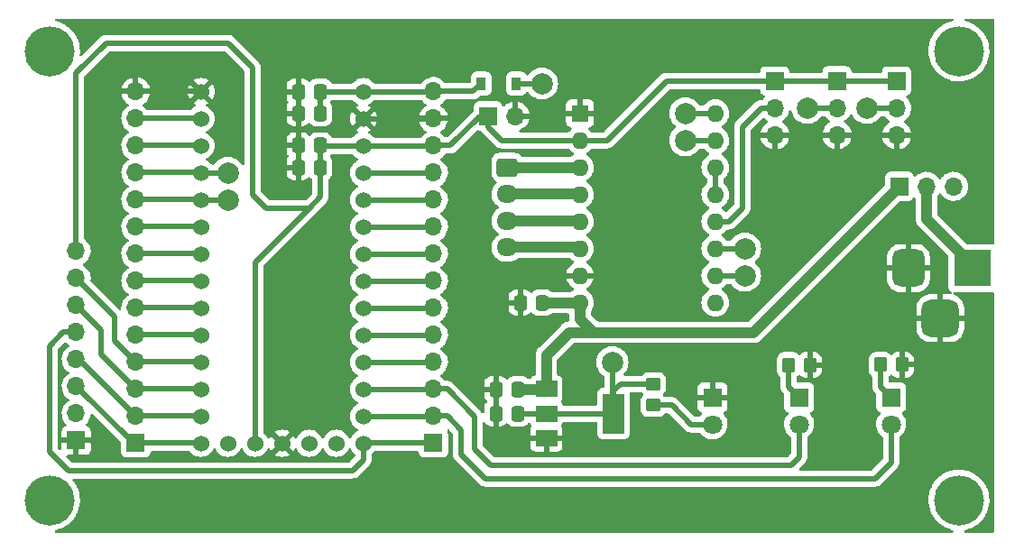
<source format=gbr>
%TF.GenerationSoftware,KiCad,Pcbnew,(6.0.2)*%
%TF.CreationDate,2023-06-01T09:29:34-05:00*%
%TF.ProjectId,MC_Circuit_v2,4d435f43-6972-4637-9569-745f76322e6b,rev?*%
%TF.SameCoordinates,Original*%
%TF.FileFunction,Copper,L2,Bot*%
%TF.FilePolarity,Positive*%
%FSLAX46Y46*%
G04 Gerber Fmt 4.6, Leading zero omitted, Abs format (unit mm)*
G04 Created by KiCad (PCBNEW (6.0.2)) date 2023-06-01 09:29:34*
%MOMM*%
%LPD*%
G01*
G04 APERTURE LIST*
G04 Aperture macros list*
%AMRoundRect*
0 Rectangle with rounded corners*
0 $1 Rounding radius*
0 $2 $3 $4 $5 $6 $7 $8 $9 X,Y pos of 4 corners*
0 Add a 4 corners polygon primitive as box body*
4,1,4,$2,$3,$4,$5,$6,$7,$8,$9,$2,$3,0*
0 Add four circle primitives for the rounded corners*
1,1,$1+$1,$2,$3*
1,1,$1+$1,$4,$5*
1,1,$1+$1,$6,$7*
1,1,$1+$1,$8,$9*
0 Add four rect primitives between the rounded corners*
20,1,$1+$1,$2,$3,$4,$5,0*
20,1,$1+$1,$4,$5,$6,$7,0*
20,1,$1+$1,$6,$7,$8,$9,0*
20,1,$1+$1,$8,$9,$2,$3,0*%
G04 Aperture macros list end*
%TA.AperFunction,ComponentPad*%
%ADD10R,1.700000X1.700000*%
%TD*%
%TA.AperFunction,ComponentPad*%
%ADD11O,1.700000X1.700000*%
%TD*%
%TA.AperFunction,ComponentPad*%
%ADD12C,4.700000*%
%TD*%
%TA.AperFunction,SMDPad,CuDef*%
%ADD13R,2.000000X1.500000*%
%TD*%
%TA.AperFunction,SMDPad,CuDef*%
%ADD14R,2.000000X3.800000*%
%TD*%
%TA.AperFunction,ComponentPad*%
%ADD15C,1.530000*%
%TD*%
%TA.AperFunction,SMDPad,CuDef*%
%ADD16RoundRect,0.250000X-0.450000X0.350000X-0.450000X-0.350000X0.450000X-0.350000X0.450000X0.350000X0*%
%TD*%
%TA.AperFunction,SMDPad,CuDef*%
%ADD17RoundRect,0.250000X-0.350000X-0.450000X0.350000X-0.450000X0.350000X0.450000X-0.350000X0.450000X0*%
%TD*%
%TA.AperFunction,ComponentPad*%
%ADD18RoundRect,0.250000X-0.725000X0.600000X-0.725000X-0.600000X0.725000X-0.600000X0.725000X0.600000X0*%
%TD*%
%TA.AperFunction,ComponentPad*%
%ADD19O,1.950000X1.700000*%
%TD*%
%TA.AperFunction,ComponentPad*%
%ADD20R,3.500000X3.500000*%
%TD*%
%TA.AperFunction,ComponentPad*%
%ADD21RoundRect,0.750000X-0.750000X-1.000000X0.750000X-1.000000X0.750000X1.000000X-0.750000X1.000000X0*%
%TD*%
%TA.AperFunction,ComponentPad*%
%ADD22RoundRect,0.875000X-0.875000X-0.875000X0.875000X-0.875000X0.875000X0.875000X-0.875000X0.875000X0*%
%TD*%
%TA.AperFunction,SMDPad,CuDef*%
%ADD23R,0.900000X1.200000*%
%TD*%
%TA.AperFunction,ComponentPad*%
%ADD24R,1.800000X1.800000*%
%TD*%
%TA.AperFunction,ComponentPad*%
%ADD25C,1.800000*%
%TD*%
%TA.AperFunction,SMDPad,CuDef*%
%ADD26RoundRect,0.250000X0.337500X0.475000X-0.337500X0.475000X-0.337500X-0.475000X0.337500X-0.475000X0*%
%TD*%
%TA.AperFunction,ComponentPad*%
%ADD27R,1.600000X1.600000*%
%TD*%
%TA.AperFunction,ComponentPad*%
%ADD28O,1.600000X1.600000*%
%TD*%
%TA.AperFunction,ViaPad*%
%ADD29C,2.000000*%
%TD*%
%TA.AperFunction,Conductor*%
%ADD30C,1.000000*%
%TD*%
%TA.AperFunction,Conductor*%
%ADD31C,0.500000*%
%TD*%
G04 APERTURE END LIST*
D10*
%TO.P,SW1,1,A*%
%TO.N,VMOT*%
X182133000Y-82296000D03*
D11*
%TO.P,SW1,2,B*%
%TO.N,Net-(J5-Pad1)*%
X184673000Y-82296000D03*
%TO.P,SW1,3,C*%
%TO.N,unconnected-(SW1-Pad3)*%
X187213000Y-82296000D03*
%TD*%
D12*
%TO.P,,1*%
%TO.N,N/C*%
X102362000Y-111760000D03*
%TD*%
%TO.P,,1*%
%TO.N,N/C*%
X187706000Y-111760000D03*
%TD*%
%TO.P,,1*%
%TO.N,N/C*%
X187706000Y-69596000D03*
%TD*%
%TO.P,REF\u002A\u002A,1*%
%TO.N,N/C*%
X102362000Y-69596000D03*
%TD*%
D13*
%TO.P,U2,1,GND*%
%TO.N,GND*%
X148996000Y-105932000D03*
D14*
%TO.P,U2,2,VO*%
%TO.N,+5V*%
X155296000Y-103632000D03*
D13*
X148996000Y-103632000D03*
%TO.P,U2,3,VI*%
%TO.N,VMOT*%
X148996000Y-101332000D03*
%TD*%
D15*
%TO.P,U1,0,0*%
%TO.N,Net-(U1-Pad0)*%
X116586000Y-75946000D03*
%TO.P,U1,1,1*%
%TO.N,Net-(U1-Pad1)*%
X116586000Y-78486000D03*
%TO.P,U1,2,2*%
%TO.N,DIR*%
X116586000Y-81026000D03*
%TO.P,U1,3,3*%
%TO.N,STEP*%
X116586000Y-83566000D03*
%TO.P,U1,3.3V_1,3.3V_1*%
%TO.N,3.3V*%
X121666000Y-106426000D03*
%TO.P,U1,3.3V_2,3.3V_2*%
X131826000Y-78486000D03*
%TO.P,U1,4,4*%
%TO.N,Net-(U1-Pad4)*%
X116586000Y-86106000D03*
%TO.P,U1,5,5*%
%TO.N,Net-(U1-Pad5)*%
X116586000Y-88646000D03*
%TO.P,U1,6,6*%
%TO.N,Net-(U1-Pad6)*%
X116586000Y-91186000D03*
%TO.P,U1,7,7*%
%TO.N,Net-(U1-Pad7)*%
X116586000Y-93726000D03*
%TO.P,U1,8,8*%
%TO.N,Net-(U1-Pad8)*%
X116586000Y-96266000D03*
%TO.P,U1,9,9*%
%TO.N,CE*%
X116586000Y-98806000D03*
%TO.P,U1,10,10*%
%TO.N,CS*%
X116586000Y-101346000D03*
%TO.P,U1,11,11*%
%TO.N,MOSI*%
X116586000Y-103886000D03*
%TO.P,U1,12,12*%
%TO.N,MISO*%
X116586000Y-106426000D03*
%TO.P,U1,13,13*%
%TO.N,SCK*%
X131826000Y-106426000D03*
%TO.P,U1,14,14*%
%TO.N,AUTO*%
X131826000Y-103886000D03*
%TO.P,U1,15,15*%
%TO.N,MANUAL*%
X131826000Y-101346000D03*
%TO.P,U1,16,16*%
%TO.N,Net-(U1-Pad16)*%
X131826000Y-98806000D03*
%TO.P,U1,17,17*%
%TO.N,Net-(U1-Pad17)*%
X131826000Y-96266000D03*
%TO.P,U1,18,18*%
%TO.N,Net-(U1-Pad18)*%
X131826000Y-93726000D03*
%TO.P,U1,19,19*%
%TO.N,Net-(U1-Pad19)*%
X131826000Y-91186000D03*
%TO.P,U1,20,20*%
%TO.N,Net-(U1-Pad20)*%
X131826000Y-88646000D03*
%TO.P,U1,21,21*%
%TO.N,Net-(U1-Pad21)*%
X131826000Y-86106000D03*
%TO.P,U1,22,22*%
%TO.N,Net-(U1-Pad22)*%
X131826000Y-83566000D03*
%TO.P,U1,23,23*%
%TO.N,Net-(U1-Pad23)*%
X131826000Y-81026000D03*
%TO.P,U1,G1,G1*%
%TO.N,GND*%
X116586000Y-73406000D03*
%TO.P,U1,G2,G2*%
X124206000Y-106426000D03*
%TO.P,U1,G3,G3*%
X131826000Y-75946000D03*
%TO.P,U1,ON-OFF,ON/OFF*%
%TO.N,unconnected-(U1-PadON-OFF)*%
X129286000Y-106426000D03*
%TO.P,U1,PGM,PROGRAM*%
%TO.N,unconnected-(U1-PadPGM)*%
X126746000Y-106426000D03*
%TO.P,U1,VBAT,VBAT*%
%TO.N,unconnected-(U1-PadVBAT)*%
X119126000Y-106426000D03*
%TO.P,U1,VIN,VIN*%
%TO.N,VBUS*%
X131826000Y-73406000D03*
%TD*%
D16*
%TO.P,R3,1*%
%TO.N,+5V*%
X159026452Y-100854000D03*
%TO.P,R3,2*%
%TO.N,Net-(D3-Pad2)*%
X159026452Y-102854000D03*
%TD*%
D17*
%TO.P,R2,1*%
%TO.N,Net-(D2-Pad1)*%
X180356000Y-99055000D03*
%TO.P,R2,2*%
%TO.N,GND*%
X182356000Y-99055000D03*
%TD*%
%TO.P,R1,1*%
%TO.N,Net-(D1-Pad1)*%
X171720000Y-99060000D03*
%TO.P,R1,2*%
%TO.N,GND*%
X173720000Y-99060000D03*
%TD*%
D18*
%TO.P,J9,1,Pin_1*%
%TO.N,Net-(A1-Pad3)*%
X145334000Y-80518000D03*
D19*
%TO.P,J9,2,Pin_2*%
%TO.N,Net-(A1-Pad4)*%
X145334000Y-83018000D03*
%TO.P,J9,3,Pin_3*%
%TO.N,Net-(A1-Pad5)*%
X145334000Y-85518000D03*
%TO.P,J9,4,Pin_4*%
%TO.N,Net-(A1-Pad6)*%
X145334000Y-88018000D03*
%TD*%
D10*
%TO.P,J8,1,Pin_1*%
%TO.N,3.3V*%
X170434000Y-72405000D03*
D11*
%TO.P,J8,2,Pin_2*%
%TO.N,MS3*%
X170434000Y-74945000D03*
%TO.P,J8,3,Pin_3*%
%TO.N,GND*%
X170434000Y-77485000D03*
%TD*%
%TO.P,J7,3,Pin_3*%
%TO.N,GND*%
X176276000Y-77470000D03*
%TO.P,J7,2,Pin_2*%
%TO.N,MS2*%
X176276000Y-74930000D03*
D10*
%TO.P,J7,1,Pin_1*%
%TO.N,3.3V*%
X176276000Y-72390000D03*
%TD*%
D11*
%TO.P,J6,3,Pin_3*%
%TO.N,GND*%
X181864000Y-77485000D03*
%TO.P,J6,2,Pin_2*%
%TO.N,MS1*%
X181864000Y-74945000D03*
D10*
%TO.P,J6,1,Pin_1*%
%TO.N,3.3V*%
X181864000Y-72405000D03*
%TD*%
D20*
%TO.P,J5,1*%
%TO.N,Net-(J5-Pad1)*%
X188976000Y-89974500D03*
D21*
%TO.P,J5,2*%
%TO.N,GND*%
X182976000Y-89974500D03*
D22*
%TO.P,J5,3*%
X185976000Y-94674500D03*
%TD*%
D10*
%TO.P,J4,1,Pin_1*%
%TO.N,3.3V*%
X143530000Y-75692000D03*
D11*
%TO.P,J4,2,Pin_2*%
%TO.N,GND*%
X146070000Y-75692000D03*
%TD*%
D10*
%TO.P,J3,1,Pin_1*%
%TO.N,SCK*%
X138405000Y-106416000D03*
D11*
%TO.P,J3,2,Pin_2*%
%TO.N,AUTO*%
X138405000Y-103876000D03*
%TO.P,J3,3,Pin_3*%
%TO.N,MANUAL*%
X138405000Y-101336000D03*
%TO.P,J3,4,Pin_4*%
%TO.N,Net-(U1-Pad16)*%
X138405000Y-98796000D03*
%TO.P,J3,5,Pin_5*%
%TO.N,Net-(U1-Pad17)*%
X138405000Y-96256000D03*
%TO.P,J3,6,Pin_6*%
%TO.N,Net-(U1-Pad18)*%
X138405000Y-93716000D03*
%TO.P,J3,7,Pin_7*%
%TO.N,Net-(U1-Pad19)*%
X138405000Y-91176000D03*
%TO.P,J3,8,Pin_8*%
%TO.N,Net-(U1-Pad20)*%
X138405000Y-88636000D03*
%TO.P,J3,9,Pin_9*%
%TO.N,Net-(U1-Pad21)*%
X138405000Y-86096000D03*
%TO.P,J3,10,Pin_10*%
%TO.N,Net-(U1-Pad22)*%
X138405000Y-83556000D03*
%TO.P,J3,11,Pin_11*%
%TO.N,Net-(U1-Pad23)*%
X138405000Y-81016000D03*
%TO.P,J3,12,Pin_12*%
%TO.N,3.3V*%
X138405000Y-78476000D03*
%TO.P,J3,13,Pin_13*%
%TO.N,GND*%
X138405000Y-75936000D03*
%TO.P,J3,14,Pin_14*%
%TO.N,VBUS*%
X138405000Y-73396000D03*
%TD*%
D10*
%TO.P,J2,1,Pin_1*%
%TO.N,MISO*%
X110465000Y-106416000D03*
D11*
%TO.P,J2,2,Pin_2*%
%TO.N,MOSI*%
X110465000Y-103876000D03*
%TO.P,J2,3,Pin_3*%
%TO.N,CS*%
X110465000Y-101336000D03*
%TO.P,J2,4,Pin_4*%
%TO.N,CE*%
X110465000Y-98796000D03*
%TO.P,J2,5,Pin_5*%
%TO.N,Net-(U1-Pad8)*%
X110465000Y-96256000D03*
%TO.P,J2,6,Pin_6*%
%TO.N,Net-(U1-Pad7)*%
X110465000Y-93716000D03*
%TO.P,J2,7,Pin_7*%
%TO.N,Net-(U1-Pad6)*%
X110465000Y-91176000D03*
%TO.P,J2,8,Pin_8*%
%TO.N,Net-(U1-Pad5)*%
X110465000Y-88636000D03*
%TO.P,J2,9,Pin_9*%
%TO.N,Net-(U1-Pad4)*%
X110465000Y-86096000D03*
%TO.P,J2,10,Pin_10*%
%TO.N,STEP*%
X110465000Y-83556000D03*
%TO.P,J2,11,Pin_11*%
%TO.N,DIR*%
X110465000Y-81016000D03*
%TO.P,J2,12,Pin_12*%
%TO.N,Net-(U1-Pad1)*%
X110465000Y-78476000D03*
%TO.P,J2,13,Pin_13*%
%TO.N,Net-(U1-Pad0)*%
X110465000Y-75936000D03*
%TO.P,J2,14,Pin_14*%
%TO.N,GND*%
X110465000Y-73396000D03*
%TD*%
%TO.P,J1,8,Pin_8*%
%TO.N,3.3V*%
X104877000Y-88377000D03*
%TO.P,J1,7,Pin_7*%
%TO.N,CE*%
X104877000Y-90917000D03*
%TO.P,J1,6,Pin_6*%
%TO.N,CS*%
X104877000Y-93457000D03*
%TO.P,J1,5,Pin_5*%
%TO.N,SCK*%
X104877000Y-95997000D03*
%TO.P,J1,4,Pin_4*%
%TO.N,MOSI*%
X104877000Y-98537000D03*
%TO.P,J1,3,Pin_3*%
%TO.N,MISO*%
X104877000Y-101077000D03*
%TO.P,J1,2,Pin_2*%
%TO.N,unconnected-(J1-Pad2)*%
X104877000Y-103617000D03*
D10*
%TO.P,J1,1,Pin_1*%
%TO.N,GND*%
X104877000Y-106157000D03*
%TD*%
D23*
%TO.P,D4,1,K*%
%TO.N,+5V*%
X146176000Y-72644000D03*
%TO.P,D4,2,A*%
%TO.N,VBUS*%
X142876000Y-72644000D03*
%TD*%
D24*
%TO.P,D3,1,K*%
%TO.N,GND*%
X164592000Y-102108000D03*
D25*
%TO.P,D3,2,A*%
%TO.N,Net-(D3-Pad2)*%
X164592000Y-104648000D03*
%TD*%
D24*
%TO.P,D2,1,K*%
%TO.N,Net-(D2-Pad1)*%
X181356000Y-102108000D03*
D25*
%TO.P,D2,2,A*%
%TO.N,AUTO*%
X181356000Y-104648000D03*
%TD*%
D24*
%TO.P,D1,1,K*%
%TO.N,Net-(D1-Pad1)*%
X172720000Y-102113000D03*
D25*
%TO.P,D1,2,A*%
%TO.N,MANUAL*%
X172720000Y-104653000D03*
%TD*%
D26*
%TO.P,C7,1*%
%TO.N,VMOT*%
X148611500Y-93218000D03*
%TO.P,C7,2*%
%TO.N,GND*%
X146536500Y-93218000D03*
%TD*%
%TO.P,C6,1*%
%TO.N,+5V*%
X146325500Y-103632000D03*
%TO.P,C6,2*%
%TO.N,GND*%
X144250500Y-103632000D03*
%TD*%
%TO.P,C5,1*%
%TO.N,VMOT*%
X146325500Y-101346000D03*
%TO.P,C5,2*%
%TO.N,GND*%
X144250500Y-101346000D03*
%TD*%
%TO.P,C4,2*%
%TO.N,GND*%
X125708500Y-80518000D03*
%TO.P,C4,1*%
%TO.N,3.3V*%
X127783500Y-80518000D03*
%TD*%
%TO.P,C3,2*%
%TO.N,GND*%
X125708500Y-75438000D03*
%TO.P,C3,1*%
%TO.N,VBUS*%
X127783500Y-75438000D03*
%TD*%
%TO.P,C2,2*%
%TO.N,GND*%
X125708500Y-78458000D03*
%TO.P,C2,1*%
%TO.N,3.3V*%
X127783500Y-78458000D03*
%TD*%
%TO.P,C1,1*%
%TO.N,VBUS*%
X127783500Y-73406000D03*
%TO.P,C1,2*%
%TO.N,GND*%
X125708500Y-73406000D03*
%TD*%
D27*
%TO.P,A1,1,GND*%
%TO.N,GND*%
X152156000Y-75438000D03*
D28*
%TO.P,A1,2,VDD*%
%TO.N,3.3V*%
X152156000Y-77978000D03*
%TO.P,A1,3,1B*%
%TO.N,Net-(A1-Pad3)*%
X152156000Y-80518000D03*
%TO.P,A1,4,1A*%
%TO.N,Net-(A1-Pad4)*%
X152156000Y-83058000D03*
%TO.P,A1,5,2A*%
%TO.N,Net-(A1-Pad5)*%
X152156000Y-85598000D03*
%TO.P,A1,6,2B*%
%TO.N,Net-(A1-Pad6)*%
X152156000Y-88138000D03*
%TO.P,A1,7,GND*%
%TO.N,GND*%
X152156000Y-90678000D03*
%TO.P,A1,8,VMOT*%
%TO.N,VMOT*%
X152156000Y-93218000D03*
%TO.P,A1,9,~{ENABLE}*%
%TO.N,unconnected-(A1-Pad9)*%
X164856000Y-93218000D03*
%TO.P,A1,10,MS1*%
%TO.N,MS1*%
X164856000Y-90678000D03*
%TO.P,A1,11,MS2*%
%TO.N,MS2*%
X164856000Y-88138000D03*
%TO.P,A1,12,MS3*%
%TO.N,MS3*%
X164856000Y-85598000D03*
%TO.P,A1,13,~{RESET}*%
%TO.N,Net-(A1-Pad13)*%
X164856000Y-83058000D03*
%TO.P,A1,14,~{SLEEP}*%
X164856000Y-80518000D03*
%TO.P,A1,15,STEP*%
%TO.N,STEP*%
X164856000Y-77978000D03*
%TO.P,A1,16,DIR*%
%TO.N,DIR*%
X164856000Y-75438000D03*
%TD*%
D29*
%TO.N,GND*%
X110490000Y-70612000D03*
X120650000Y-67564000D03*
%TO.N,MS1*%
X179070000Y-74930000D03*
%TO.N,MS2*%
X173482000Y-74930000D03*
%TO.N,MS1*%
X167640000Y-90678000D03*
%TO.N,MS2*%
X167640000Y-88138000D03*
%TO.N,+5V*%
X155194000Y-98806000D03*
X148590000Y-72644000D03*
%TO.N,STEP*%
X162052000Y-77978000D03*
%TO.N,DIR*%
X162052000Y-75438000D03*
%TO.N,STEP*%
X119126000Y-83566000D03*
%TO.N,DIR*%
X119126000Y-81026000D03*
%TD*%
D30*
%TO.N,Net-(A1-Pad6)*%
X152036000Y-88018000D02*
X152156000Y-88138000D01*
X145334000Y-88018000D02*
X152036000Y-88018000D01*
%TO.N,Net-(A1-Pad5)*%
X152076000Y-85518000D02*
X152156000Y-85598000D01*
X145334000Y-85518000D02*
X152076000Y-85518000D01*
%TO.N,Net-(A1-Pad4)*%
X152116000Y-83018000D02*
X152156000Y-83058000D01*
X145334000Y-83018000D02*
X152116000Y-83018000D01*
%TO.N,Net-(A1-Pad3)*%
X145334000Y-80518000D02*
X152156000Y-80518000D01*
%TO.N,VMOT*%
X182118000Y-82296000D02*
X168402000Y-96012000D01*
X182133000Y-82296000D02*
X182118000Y-82296000D01*
%TO.N,Net-(J5-Pad1)*%
X184673000Y-85359000D02*
X184673000Y-82296000D01*
%TO.N,VMOT*%
X168402000Y-96012000D02*
X153416000Y-96012000D01*
%TO.N,Net-(J5-Pad1)*%
X188976000Y-89662000D02*
X184673000Y-85359000D01*
X188976000Y-89974500D02*
X188976000Y-89662000D01*
D31*
%TO.N,MS2*%
X173482000Y-74930000D02*
X176276000Y-74930000D01*
%TO.N,MS1*%
X179085000Y-74945000D02*
X179070000Y-74930000D01*
X181864000Y-74945000D02*
X179085000Y-74945000D01*
%TO.N,3.3V*%
X176276000Y-72390000D02*
X181849000Y-72390000D01*
X181849000Y-72390000D02*
X181864000Y-72405000D01*
X170434000Y-72405000D02*
X176261000Y-72405000D01*
X176261000Y-72405000D02*
X176276000Y-72390000D01*
X167640000Y-72405000D02*
X170434000Y-72405000D01*
X167625000Y-72390000D02*
X167640000Y-72405000D01*
%TO.N,MS3*%
X167386000Y-76708000D02*
X169149000Y-74945000D01*
X166116000Y-85598000D02*
X167386000Y-84328000D01*
X169149000Y-74945000D02*
X170434000Y-74945000D01*
X164856000Y-85598000D02*
X166116000Y-85598000D01*
X167386000Y-84328000D02*
X167386000Y-76708000D01*
%TO.N,Net-(D3-Pad2)*%
X160766000Y-102854000D02*
X162560000Y-104648000D01*
X159026452Y-102854000D02*
X160766000Y-102854000D01*
X162560000Y-104648000D02*
X164592000Y-104648000D01*
%TO.N,+5V*%
X148996000Y-103632000D02*
X155296000Y-103632000D01*
%TO.N,MISO*%
X116576000Y-106416000D02*
X116586000Y-106426000D01*
X110465000Y-106416000D02*
X116576000Y-106416000D01*
%TO.N,MS1*%
X164856000Y-90678000D02*
X167640000Y-90678000D01*
%TO.N,MS2*%
X164856000Y-88138000D02*
X167640000Y-88138000D01*
%TO.N,+5V*%
X155194000Y-98806000D02*
X155194000Y-103530000D01*
X155194000Y-103530000D02*
X155296000Y-103632000D01*
X146176000Y-72644000D02*
X148590000Y-72644000D01*
%TO.N,VBUS*%
X142124000Y-73396000D02*
X142876000Y-72644000D01*
X138405000Y-73396000D02*
X142124000Y-73396000D01*
%TO.N,3.3V*%
X160274000Y-72390000D02*
X167625000Y-72390000D01*
X154686000Y-77978000D02*
X160274000Y-72390000D01*
X152156000Y-77978000D02*
X154686000Y-77978000D01*
X139964000Y-78476000D02*
X142748000Y-75692000D01*
X142748000Y-75692000D02*
X143530000Y-75692000D01*
X138405000Y-78476000D02*
X139964000Y-78476000D01*
X143530000Y-75692000D02*
X143530000Y-76728000D01*
X143530000Y-76728000D02*
X144780000Y-77978000D01*
X144780000Y-77978000D02*
X152156000Y-77978000D01*
%TO.N,Net-(A1-Pad13)*%
X164856000Y-80518000D02*
X164856000Y-83058000D01*
%TO.N,STEP*%
X162052000Y-77978000D02*
X164856000Y-77978000D01*
%TO.N,DIR*%
X162052000Y-75438000D02*
X164856000Y-75438000D01*
%TO.N,STEP*%
X116586000Y-83566000D02*
X119126000Y-83566000D01*
%TO.N,DIR*%
X116586000Y-81026000D02*
X119126000Y-81026000D01*
%TO.N,3.3V*%
X121666000Y-106426000D02*
X121666000Y-89408000D01*
X121666000Y-89408000D02*
X126746000Y-84328000D01*
X126746000Y-84328000D02*
X127783500Y-83290500D01*
X121412000Y-83058000D02*
X122682000Y-84328000D01*
X121412000Y-71120000D02*
X121412000Y-83058000D01*
X127783500Y-83290500D02*
X127783500Y-80518000D01*
X119126000Y-68834000D02*
X121412000Y-71120000D01*
X104877000Y-71653000D02*
X107696000Y-68834000D01*
X122682000Y-84328000D02*
X126746000Y-84328000D01*
X107696000Y-68834000D02*
X119126000Y-68834000D01*
X104877000Y-88377000D02*
X104877000Y-71653000D01*
%TO.N,SCK*%
X131836000Y-106416000D02*
X131826000Y-106426000D01*
X138405000Y-106416000D02*
X131836000Y-106416000D01*
X130810000Y-108966000D02*
X131826000Y-107950000D01*
X104140000Y-108966000D02*
X130810000Y-108966000D01*
X102362000Y-107188000D02*
X104140000Y-108966000D01*
X102362000Y-97282000D02*
X102362000Y-107188000D01*
X103647000Y-95997000D02*
X102362000Y-97282000D01*
X131826000Y-107950000D02*
X131826000Y-106426000D01*
X104877000Y-95997000D02*
X103647000Y-95997000D01*
%TO.N,CE*%
X108458000Y-94498000D02*
X108458000Y-96789000D01*
X108458000Y-96789000D02*
X110465000Y-98796000D01*
X104877000Y-90917000D02*
X108458000Y-94498000D01*
%TO.N,CS*%
X107188000Y-95768000D02*
X107188000Y-98059000D01*
X104877000Y-93457000D02*
X107188000Y-95768000D01*
X107188000Y-98059000D02*
X110465000Y-101336000D01*
%TO.N,MISO*%
X110216000Y-106416000D02*
X110465000Y-106416000D01*
X104877000Y-101077000D02*
X110216000Y-106416000D01*
%TO.N,MOSI*%
X105126000Y-98537000D02*
X104877000Y-98537000D01*
X110465000Y-103876000D02*
X105126000Y-98537000D01*
X116576000Y-103876000D02*
X116586000Y-103886000D01*
X110465000Y-103876000D02*
X116576000Y-103876000D01*
%TO.N,CS*%
X116576000Y-101336000D02*
X116586000Y-101346000D01*
X110465000Y-101336000D02*
X116576000Y-101336000D01*
%TO.N,CE*%
X110465000Y-98796000D02*
X116576000Y-98796000D01*
X116576000Y-98796000D02*
X116586000Y-98806000D01*
%TO.N,Net-(U1-Pad8)*%
X116576000Y-96256000D02*
X116586000Y-96266000D01*
X110465000Y-96256000D02*
X116576000Y-96256000D01*
%TO.N,Net-(U1-Pad7)*%
X116576000Y-93716000D02*
X116586000Y-93726000D01*
X110465000Y-93716000D02*
X116576000Y-93716000D01*
%TO.N,Net-(U1-Pad6)*%
X116576000Y-91176000D02*
X116586000Y-91186000D01*
X110465000Y-91176000D02*
X116576000Y-91176000D01*
%TO.N,Net-(U1-Pad5)*%
X116576000Y-88636000D02*
X116586000Y-88646000D01*
X110465000Y-88636000D02*
X116576000Y-88636000D01*
%TO.N,Net-(U1-Pad4)*%
X116576000Y-86096000D02*
X116586000Y-86106000D01*
X110465000Y-86096000D02*
X116576000Y-86096000D01*
%TO.N,STEP*%
X116576000Y-83556000D02*
X116586000Y-83566000D01*
X110465000Y-83556000D02*
X116576000Y-83556000D01*
%TO.N,DIR*%
X110465000Y-81016000D02*
X116576000Y-81016000D01*
X116576000Y-81016000D02*
X116586000Y-81026000D01*
%TO.N,Net-(U1-Pad1)*%
X116576000Y-78476000D02*
X116586000Y-78486000D01*
X110465000Y-78476000D02*
X116576000Y-78476000D01*
%TO.N,Net-(U1-Pad0)*%
X116576000Y-75936000D02*
X116586000Y-75946000D01*
X110465000Y-75936000D02*
X116576000Y-75936000D01*
%TO.N,GND*%
X116576000Y-73396000D02*
X116586000Y-73406000D01*
X110465000Y-73396000D02*
X116576000Y-73396000D01*
%TO.N,3.3V*%
X131826000Y-78486000D02*
X127811500Y-78486000D01*
X127811500Y-78486000D02*
X127783500Y-78458000D01*
X127783500Y-78458000D02*
X127783500Y-80518000D01*
%TO.N,VBUS*%
X127783500Y-75438000D02*
X127783500Y-73406000D01*
X131826000Y-73406000D02*
X127783500Y-73406000D01*
X138395000Y-73406000D02*
X138405000Y-73396000D01*
X131826000Y-73406000D02*
X138395000Y-73406000D01*
%TO.N,GND*%
X138395000Y-75946000D02*
X138405000Y-75936000D01*
X131826000Y-75946000D02*
X138395000Y-75946000D01*
%TO.N,3.3V*%
X138395000Y-78486000D02*
X138405000Y-78476000D01*
X131826000Y-78486000D02*
X138395000Y-78486000D01*
%TO.N,Net-(U1-Pad23)*%
X131826000Y-81026000D02*
X138395000Y-81026000D01*
X138395000Y-81026000D02*
X138405000Y-81016000D01*
%TO.N,Net-(U1-Pad22)*%
X138395000Y-83566000D02*
X138405000Y-83556000D01*
X131826000Y-83566000D02*
X138395000Y-83566000D01*
%TO.N,Net-(U1-Pad21)*%
X138395000Y-86106000D02*
X138405000Y-86096000D01*
X131826000Y-86106000D02*
X138395000Y-86106000D01*
%TO.N,Net-(U1-Pad20)*%
X138395000Y-88646000D02*
X138405000Y-88636000D01*
X131826000Y-88646000D02*
X138395000Y-88646000D01*
%TO.N,Net-(U1-Pad19)*%
X138395000Y-91186000D02*
X138405000Y-91176000D01*
X131826000Y-91186000D02*
X138395000Y-91186000D01*
%TO.N,Net-(U1-Pad18)*%
X138395000Y-93726000D02*
X138405000Y-93716000D01*
X131826000Y-93726000D02*
X138395000Y-93726000D01*
%TO.N,Net-(U1-Pad17)*%
X138395000Y-96266000D02*
X138405000Y-96256000D01*
X131826000Y-96266000D02*
X138395000Y-96266000D01*
%TO.N,Net-(U1-Pad16)*%
X138395000Y-98806000D02*
X138405000Y-98796000D01*
X131826000Y-98806000D02*
X138395000Y-98806000D01*
%TO.N,MANUAL*%
X172720000Y-107696000D02*
X172720000Y-104653000D01*
X143764000Y-108458000D02*
X171958000Y-108458000D01*
X142240000Y-106934000D02*
X143764000Y-108458000D01*
X139690000Y-101336000D02*
X142240000Y-103886000D01*
X142240000Y-103886000D02*
X142240000Y-106934000D01*
X138405000Y-101336000D02*
X139690000Y-101336000D01*
X171958000Y-108458000D02*
X172720000Y-107696000D01*
%TO.N,AUTO*%
X179832000Y-109728000D02*
X181356000Y-108204000D01*
X143256000Y-109728000D02*
X179832000Y-109728000D01*
X140970000Y-107442000D02*
X143256000Y-109728000D01*
X181356000Y-108204000D02*
X181356000Y-104648000D01*
X140970000Y-105156000D02*
X140970000Y-107442000D01*
X139690000Y-103876000D02*
X140970000Y-105156000D01*
X138405000Y-103876000D02*
X139690000Y-103876000D01*
X138395000Y-103886000D02*
X138405000Y-103876000D01*
X131826000Y-103886000D02*
X138395000Y-103886000D01*
%TO.N,MANUAL*%
X138395000Y-101346000D02*
X138405000Y-101336000D01*
X131826000Y-101346000D02*
X138395000Y-101346000D01*
%TO.N,Net-(D2-Pad1)*%
X180356000Y-101108000D02*
X180356000Y-99055000D01*
X181356000Y-102108000D02*
X180356000Y-101108000D01*
%TO.N,Net-(D1-Pad1)*%
X171720000Y-101113000D02*
X172720000Y-102113000D01*
X171720000Y-99060000D02*
X171720000Y-101113000D01*
%TO.N,+5V*%
X155296000Y-101498000D02*
X155296000Y-103632000D01*
X155956000Y-100838000D02*
X155296000Y-101498000D01*
X159010452Y-100838000D02*
X155956000Y-100838000D01*
X159026452Y-100854000D02*
X159010452Y-100838000D01*
X146325500Y-103632000D02*
X148996000Y-103632000D01*
D30*
%TO.N,VMOT*%
X148982000Y-101346000D02*
X148996000Y-101332000D01*
X146325500Y-101346000D02*
X148982000Y-101346000D01*
X148611500Y-93218000D02*
X152156000Y-93218000D01*
X151130000Y-96012000D02*
X153416000Y-96012000D01*
X148996000Y-98146000D02*
X151130000Y-96012000D01*
X148996000Y-101332000D02*
X148996000Y-98146000D01*
X152156000Y-94752000D02*
X152156000Y-93218000D01*
X153416000Y-96012000D02*
X152156000Y-94752000D01*
%TD*%
%TA.AperFunction,Conductor*%
%TO.N,GND*%
G36*
X187165433Y-66568002D02*
G01*
X187211926Y-66621658D01*
X187222030Y-66691932D01*
X187192536Y-66756512D01*
X187132810Y-66794896D01*
X187124154Y-66797108D01*
X186935990Y-66838134D01*
X186932563Y-66839307D01*
X186932557Y-66839309D01*
X186857617Y-66864967D01*
X186624112Y-66944914D01*
X186326574Y-67086833D01*
X186047319Y-67262009D01*
X186044485Y-67264279D01*
X186044480Y-67264283D01*
X185977895Y-67317628D01*
X185790049Y-67468121D01*
X185558174Y-67702437D01*
X185354767Y-67961851D01*
X185352874Y-67964940D01*
X185352872Y-67964943D01*
X185185068Y-68238776D01*
X185182525Y-68242925D01*
X185181006Y-68246197D01*
X185181003Y-68246203D01*
X185152114Y-68308440D01*
X185043730Y-68541933D01*
X184940222Y-68854912D01*
X184939486Y-68858467D01*
X184939485Y-68858470D01*
X184907382Y-69013491D01*
X184873373Y-69177714D01*
X184844069Y-69506060D01*
X184852698Y-69835598D01*
X184853208Y-69839183D01*
X184853209Y-69839192D01*
X184875922Y-69998780D01*
X184899146Y-70161961D01*
X184982798Y-70480822D01*
X185102544Y-70787955D01*
X185104248Y-70791173D01*
X185242562Y-71052402D01*
X185256798Y-71079290D01*
X185258850Y-71082275D01*
X185258855Y-71082284D01*
X185441457Y-71347972D01*
X185441463Y-71347979D01*
X185443514Y-71350964D01*
X185660219Y-71599377D01*
X185904039Y-71821236D01*
X185906987Y-71823354D01*
X185906989Y-71823356D01*
X186168793Y-72011481D01*
X186168799Y-72011485D01*
X186171744Y-72013601D01*
X186174924Y-72015371D01*
X186212397Y-72036228D01*
X186459784Y-72173922D01*
X186764342Y-72300074D01*
X186767836Y-72301069D01*
X186767838Y-72301070D01*
X187077880Y-72389388D01*
X187077885Y-72389389D01*
X187081381Y-72390385D01*
X187267993Y-72420944D01*
X187403118Y-72443072D01*
X187403125Y-72443073D01*
X187406699Y-72443658D01*
X187571341Y-72451422D01*
X187732357Y-72459016D01*
X187732358Y-72459016D01*
X187735984Y-72459187D01*
X187747877Y-72458376D01*
X188061241Y-72437014D01*
X188061249Y-72437013D01*
X188064872Y-72436766D01*
X188068448Y-72436103D01*
X188068450Y-72436103D01*
X188385438Y-72377353D01*
X188385442Y-72377352D01*
X188389003Y-72376692D01*
X188704082Y-72279761D01*
X188877173Y-72203779D01*
X189002604Y-72148719D01*
X189002612Y-72148715D01*
X189005931Y-72147258D01*
X189290550Y-71980940D01*
X189434357Y-71872967D01*
X189551260Y-71785194D01*
X189551264Y-71785191D01*
X189554167Y-71783011D01*
X189793288Y-71556094D01*
X190004743Y-71303197D01*
X190010873Y-71293865D01*
X190183742Y-71030698D01*
X190183747Y-71030689D01*
X190185729Y-71027672D01*
X190333847Y-70733171D01*
X190363957Y-70650892D01*
X190445887Y-70427008D01*
X190445888Y-70427004D01*
X190447135Y-70423597D01*
X190447980Y-70420075D01*
X190447983Y-70420067D01*
X190523244Y-70106584D01*
X190523245Y-70106580D01*
X190524091Y-70103055D01*
X190524528Y-70099445D01*
X190563358Y-69778570D01*
X190563358Y-69778563D01*
X190563694Y-69775791D01*
X190569344Y-69596000D01*
X190569142Y-69592500D01*
X190550577Y-69270515D01*
X190550576Y-69270510D01*
X190550368Y-69266895D01*
X190506142Y-69013491D01*
X190494315Y-68945726D01*
X190494313Y-68945719D01*
X190493691Y-68942153D01*
X190400065Y-68626077D01*
X190270731Y-68322857D01*
X190265213Y-68313182D01*
X190109193Y-68039651D01*
X190107402Y-68036511D01*
X189912244Y-67770836D01*
X189687844Y-67529352D01*
X189685084Y-67526995D01*
X189685078Y-67526989D01*
X189439947Y-67317628D01*
X189439942Y-67317624D01*
X189437175Y-67315261D01*
X189434150Y-67313228D01*
X189166569Y-67133420D01*
X189166565Y-67133418D01*
X189163561Y-67131399D01*
X188870627Y-66980205D01*
X188562257Y-66863682D01*
X188558736Y-66862798D01*
X188558731Y-66862796D01*
X188293615Y-66796204D01*
X188232419Y-66760209D01*
X188200398Y-66696844D01*
X188207718Y-66626226D01*
X188252056Y-66570775D01*
X188324310Y-66548000D01*
X190882000Y-66548000D01*
X190950121Y-66568002D01*
X190996614Y-66621658D01*
X191008000Y-66674000D01*
X191008000Y-87605318D01*
X190987998Y-87673439D01*
X190934342Y-87719932D01*
X190864068Y-87730036D01*
X190851527Y-87726824D01*
X190851400Y-87727356D01*
X190843716Y-87725529D01*
X190836316Y-87722755D01*
X190774134Y-87716000D01*
X188508425Y-87716000D01*
X188440304Y-87695998D01*
X188419330Y-87679095D01*
X185718405Y-84978171D01*
X185684379Y-84915859D01*
X185681500Y-84889076D01*
X185681500Y-83259970D01*
X185701502Y-83191849D01*
X185709460Y-83181120D01*
X185711096Y-83179489D01*
X185841453Y-82998077D01*
X185842776Y-82999028D01*
X185889645Y-82955857D01*
X185959580Y-82943625D01*
X186025026Y-82971144D01*
X186052875Y-83002994D01*
X186112987Y-83101088D01*
X186259250Y-83269938D01*
X186431126Y-83412632D01*
X186624000Y-83525338D01*
X186628825Y-83527180D01*
X186628826Y-83527181D01*
X186682958Y-83547852D01*
X186832692Y-83605030D01*
X186837760Y-83606061D01*
X186837763Y-83606062D01*
X186924221Y-83623652D01*
X187051597Y-83649567D01*
X187056772Y-83649757D01*
X187056774Y-83649757D01*
X187269673Y-83657564D01*
X187269677Y-83657564D01*
X187274837Y-83657753D01*
X187279957Y-83657097D01*
X187279959Y-83657097D01*
X187491288Y-83630025D01*
X187491289Y-83630025D01*
X187496416Y-83629368D01*
X187513572Y-83624221D01*
X187705429Y-83566661D01*
X187705434Y-83566659D01*
X187710384Y-83565174D01*
X187910994Y-83466896D01*
X188092860Y-83337173D01*
X188096686Y-83333361D01*
X188222849Y-83207637D01*
X188251096Y-83179489D01*
X188381453Y-82998077D01*
X188392207Y-82976319D01*
X188478136Y-82802453D01*
X188478137Y-82802451D01*
X188480430Y-82797811D01*
X188545370Y-82584069D01*
X188574529Y-82362590D01*
X188574901Y-82347364D01*
X188576074Y-82299365D01*
X188576074Y-82299357D01*
X188576156Y-82296000D01*
X188557852Y-82073361D01*
X188503431Y-81856702D01*
X188414354Y-81651840D01*
X188369008Y-81581746D01*
X188295822Y-81468617D01*
X188295820Y-81468614D01*
X188293014Y-81464277D01*
X188142670Y-81299051D01*
X188138619Y-81295852D01*
X188138615Y-81295848D01*
X187971414Y-81163800D01*
X187971410Y-81163798D01*
X187967359Y-81160598D01*
X187956112Y-81154389D01*
X187915136Y-81131769D01*
X187771789Y-81052638D01*
X187766920Y-81050914D01*
X187766916Y-81050912D01*
X187566087Y-80979795D01*
X187566083Y-80979794D01*
X187561212Y-80978069D01*
X187556119Y-80977162D01*
X187556116Y-80977161D01*
X187346373Y-80939800D01*
X187346367Y-80939799D01*
X187341284Y-80938894D01*
X187267452Y-80937992D01*
X187123081Y-80936228D01*
X187123079Y-80936228D01*
X187117911Y-80936165D01*
X186897091Y-80969955D01*
X186684756Y-81039357D01*
X186486607Y-81142507D01*
X186482474Y-81145610D01*
X186482471Y-81145612D01*
X186326510Y-81262711D01*
X186307965Y-81276635D01*
X186277236Y-81308791D01*
X186167485Y-81423639D01*
X186153629Y-81438138D01*
X186046201Y-81595621D01*
X185991293Y-81640621D01*
X185920768Y-81648792D01*
X185857021Y-81617538D01*
X185836324Y-81593054D01*
X185755822Y-81468617D01*
X185755820Y-81468614D01*
X185753014Y-81464277D01*
X185602670Y-81299051D01*
X185598619Y-81295852D01*
X185598615Y-81295848D01*
X185431414Y-81163800D01*
X185431410Y-81163798D01*
X185427359Y-81160598D01*
X185416112Y-81154389D01*
X185375136Y-81131769D01*
X185231789Y-81052638D01*
X185226920Y-81050914D01*
X185226916Y-81050912D01*
X185026087Y-80979795D01*
X185026083Y-80979794D01*
X185021212Y-80978069D01*
X185016119Y-80977162D01*
X185016116Y-80977161D01*
X184806373Y-80939800D01*
X184806367Y-80939799D01*
X184801284Y-80938894D01*
X184727452Y-80937992D01*
X184583081Y-80936228D01*
X184583079Y-80936228D01*
X184577911Y-80936165D01*
X184357091Y-80969955D01*
X184144756Y-81039357D01*
X183946607Y-81142507D01*
X183942474Y-81145610D01*
X183942471Y-81145612D01*
X183786510Y-81262711D01*
X183767965Y-81276635D01*
X183690413Y-81357789D01*
X183687283Y-81361064D01*
X183625759Y-81396494D01*
X183554846Y-81393037D01*
X183497060Y-81351791D01*
X183478207Y-81318243D01*
X183436767Y-81207703D01*
X183433615Y-81199295D01*
X183346261Y-81082739D01*
X183229705Y-80995385D01*
X183093316Y-80944255D01*
X183031134Y-80937500D01*
X181234866Y-80937500D01*
X181172684Y-80944255D01*
X181036295Y-80995385D01*
X180919739Y-81082739D01*
X180832385Y-81199295D01*
X180781255Y-81335684D01*
X180774500Y-81397866D01*
X180774500Y-82161075D01*
X180754498Y-82229196D01*
X180737595Y-82250170D01*
X168021171Y-94966595D01*
X167958859Y-95000621D01*
X167932076Y-95003500D01*
X153885926Y-95003500D01*
X153817805Y-94983498D01*
X153796831Y-94966596D01*
X153201405Y-94371171D01*
X153167380Y-94308858D01*
X153164500Y-94282075D01*
X153164500Y-94098740D01*
X153187287Y-94026469D01*
X153238521Y-93953299D01*
X153293523Y-93874749D01*
X153295846Y-93869767D01*
X153295849Y-93869762D01*
X153387961Y-93672225D01*
X153387961Y-93672224D01*
X153390284Y-93667243D01*
X153434022Y-93504014D01*
X153448119Y-93451402D01*
X153448119Y-93451400D01*
X153449543Y-93446087D01*
X153469498Y-93218000D01*
X153449543Y-92989913D01*
X153447318Y-92981610D01*
X153391707Y-92774067D01*
X153391706Y-92774065D01*
X153390284Y-92768757D01*
X153387961Y-92763775D01*
X153295849Y-92566238D01*
X153295846Y-92566233D01*
X153293523Y-92561251D01*
X153204412Y-92433988D01*
X153165357Y-92378211D01*
X153165355Y-92378208D01*
X153162198Y-92373700D01*
X153000300Y-92211802D01*
X152995792Y-92208645D01*
X152995789Y-92208643D01*
X152906808Y-92146338D01*
X152812749Y-92080477D01*
X152807767Y-92078154D01*
X152807762Y-92078151D01*
X152772951Y-92061919D01*
X152719666Y-92015002D01*
X152700205Y-91946725D01*
X152720747Y-91878765D01*
X152772951Y-91833529D01*
X152807511Y-91817414D01*
X152817007Y-91811931D01*
X152995467Y-91686972D01*
X153003875Y-91679916D01*
X153157916Y-91525875D01*
X153164972Y-91517467D01*
X153289931Y-91339007D01*
X153295414Y-91329511D01*
X153387490Y-91132053D01*
X153391236Y-91121761D01*
X153437394Y-90949497D01*
X153437058Y-90935401D01*
X153429116Y-90932000D01*
X150888033Y-90932000D01*
X150874502Y-90935973D01*
X150873273Y-90944522D01*
X150920764Y-91121761D01*
X150924510Y-91132053D01*
X151016586Y-91329511D01*
X151022069Y-91339007D01*
X151147028Y-91517467D01*
X151154084Y-91525875D01*
X151308125Y-91679916D01*
X151316533Y-91686972D01*
X151494993Y-91811931D01*
X151504489Y-91817414D01*
X151539049Y-91833529D01*
X151592334Y-91880446D01*
X151611795Y-91948723D01*
X151591253Y-92016683D01*
X151539049Y-92061919D01*
X151504238Y-92078151D01*
X151504233Y-92078154D01*
X151499251Y-92080477D01*
X151401018Y-92149261D01*
X151347531Y-92186713D01*
X151275260Y-92209500D01*
X149540350Y-92209500D01*
X149472229Y-92189498D01*
X149451333Y-92172674D01*
X149428557Y-92149938D01*
X149422303Y-92143695D01*
X149381040Y-92118260D01*
X149277968Y-92054725D01*
X149277966Y-92054724D01*
X149271738Y-92050885D01*
X149164386Y-92015278D01*
X149110389Y-91997368D01*
X149110387Y-91997368D01*
X149103861Y-91995203D01*
X149097025Y-91994503D01*
X149097022Y-91994502D01*
X149053969Y-91990091D01*
X148999400Y-91984500D01*
X148223600Y-91984500D01*
X148220354Y-91984837D01*
X148220350Y-91984837D01*
X148124692Y-91994762D01*
X148124688Y-91994763D01*
X148117834Y-91995474D01*
X148111298Y-91997655D01*
X148111296Y-91997655D01*
X148025617Y-92026240D01*
X147950054Y-92051450D01*
X147799652Y-92144522D01*
X147674695Y-92269697D01*
X147671898Y-92274235D01*
X147614647Y-92314824D01*
X147543724Y-92318054D01*
X147482313Y-92282428D01*
X147474938Y-92273932D01*
X147466902Y-92263793D01*
X147352171Y-92149261D01*
X147340760Y-92140249D01*
X147202757Y-92055184D01*
X147189576Y-92049037D01*
X147035290Y-91997862D01*
X147021914Y-91994995D01*
X146927562Y-91985328D01*
X146921145Y-91985000D01*
X146808615Y-91985000D01*
X146793376Y-91989475D01*
X146792171Y-91990865D01*
X146790500Y-91998548D01*
X146790500Y-94432884D01*
X146794975Y-94448123D01*
X146796365Y-94449328D01*
X146804048Y-94450999D01*
X146921095Y-94450999D01*
X146927614Y-94450662D01*
X147023206Y-94440743D01*
X147036600Y-94437851D01*
X147190784Y-94386412D01*
X147203962Y-94380239D01*
X147341807Y-94294937D01*
X147353208Y-94285901D01*
X147467738Y-94171172D01*
X147474794Y-94162238D01*
X147532712Y-94121177D01*
X147603635Y-94117947D01*
X147665046Y-94153574D01*
X147671846Y-94161407D01*
X147675522Y-94167348D01*
X147800697Y-94292305D01*
X147806927Y-94296145D01*
X147806928Y-94296146D01*
X147944288Y-94380816D01*
X147951262Y-94385115D01*
X148003330Y-94402385D01*
X148112611Y-94438632D01*
X148112613Y-94438632D01*
X148119139Y-94440797D01*
X148125975Y-94441497D01*
X148125978Y-94441498D01*
X148169031Y-94445909D01*
X148223600Y-94451500D01*
X148999400Y-94451500D01*
X149002646Y-94451163D01*
X149002650Y-94451163D01*
X149098308Y-94441238D01*
X149098312Y-94441237D01*
X149105166Y-94440526D01*
X149111702Y-94438345D01*
X149111704Y-94438345D01*
X149243806Y-94394272D01*
X149272946Y-94384550D01*
X149423348Y-94291478D01*
X149428521Y-94286296D01*
X149428526Y-94286292D01*
X149451295Y-94263483D01*
X149513577Y-94229403D01*
X149540468Y-94226500D01*
X151021500Y-94226500D01*
X151089621Y-94246502D01*
X151136114Y-94300158D01*
X151147500Y-94352500D01*
X151147500Y-94690157D01*
X151146763Y-94703764D01*
X151142676Y-94741388D01*
X151143213Y-94747523D01*
X151147050Y-94791388D01*
X151147379Y-94796214D01*
X151147500Y-94798686D01*
X151147500Y-94801769D01*
X151147801Y-94804837D01*
X151151690Y-94844506D01*
X151151811Y-94845819D01*
X151154013Y-94870987D01*
X151140025Y-94940592D01*
X151090626Y-94991584D01*
X151040764Y-95007370D01*
X151037504Y-95007689D01*
X151036215Y-95007809D01*
X151000688Y-95010917D01*
X150943587Y-95015913D01*
X150938468Y-95017400D01*
X150933167Y-95017920D01*
X150844166Y-95044791D01*
X150843033Y-95045126D01*
X150759586Y-95069370D01*
X150759582Y-95069372D01*
X150753664Y-95071091D01*
X150748932Y-95073544D01*
X150743831Y-95075084D01*
X150738388Y-95077978D01*
X150661740Y-95118731D01*
X150660574Y-95119343D01*
X150629596Y-95135401D01*
X150578074Y-95162108D01*
X150573911Y-95165431D01*
X150569204Y-95167934D01*
X150564429Y-95171828D01*
X150564428Y-95171829D01*
X150497102Y-95226739D01*
X150496075Y-95227567D01*
X150459792Y-95256531D01*
X150459787Y-95256536D01*
X150457028Y-95258738D01*
X150454527Y-95261239D01*
X150453809Y-95261881D01*
X150449461Y-95265594D01*
X150415938Y-95292935D01*
X150412015Y-95297677D01*
X150412013Y-95297679D01*
X150386703Y-95328273D01*
X150378713Y-95337053D01*
X148326621Y-97389145D01*
X148316478Y-97398247D01*
X148286975Y-97421968D01*
X148283008Y-97426696D01*
X148254709Y-97460421D01*
X148251528Y-97464069D01*
X148249885Y-97465881D01*
X148247691Y-97468075D01*
X148220358Y-97501349D01*
X148219696Y-97502147D01*
X148159846Y-97573474D01*
X148157278Y-97578144D01*
X148153897Y-97582261D01*
X148141727Y-97604959D01*
X148110023Y-97664086D01*
X148109394Y-97665245D01*
X148067538Y-97741381D01*
X148067535Y-97741389D01*
X148064567Y-97746787D01*
X148062955Y-97751869D01*
X148060438Y-97756563D01*
X148033238Y-97845531D01*
X148032918Y-97846559D01*
X148004765Y-97935306D01*
X148004171Y-97940602D01*
X148002613Y-97945698D01*
X147993288Y-98037500D01*
X147993218Y-98038187D01*
X147993089Y-98039393D01*
X147987500Y-98089227D01*
X147987500Y-98092754D01*
X147987445Y-98093739D01*
X147986998Y-98099419D01*
X147982626Y-98142462D01*
X147985400Y-98171805D01*
X147986941Y-98188109D01*
X147987500Y-98199967D01*
X147987500Y-99957507D01*
X147967498Y-100025628D01*
X147913842Y-100072121D01*
X147892237Y-100079543D01*
X147885684Y-100080255D01*
X147878289Y-100083027D01*
X147878286Y-100083028D01*
X147765345Y-100125368D01*
X147749295Y-100131385D01*
X147632739Y-100218739D01*
X147588879Y-100277261D01*
X147581531Y-100287066D01*
X147524671Y-100329580D01*
X147480705Y-100337500D01*
X147254350Y-100337500D01*
X147186229Y-100317498D01*
X147165333Y-100300674D01*
X147142718Y-100278099D01*
X147136303Y-100271695D01*
X147129777Y-100267672D01*
X146991968Y-100182725D01*
X146991966Y-100182724D01*
X146985738Y-100178885D01*
X146876550Y-100142669D01*
X146824389Y-100125368D01*
X146824387Y-100125368D01*
X146817861Y-100123203D01*
X146811025Y-100122503D01*
X146811022Y-100122502D01*
X146763986Y-100117683D01*
X146713400Y-100112500D01*
X145937600Y-100112500D01*
X145934354Y-100112837D01*
X145934350Y-100112837D01*
X145838692Y-100122762D01*
X145838688Y-100122763D01*
X145831834Y-100123474D01*
X145825298Y-100125655D01*
X145825296Y-100125655D01*
X145722032Y-100160107D01*
X145664054Y-100179450D01*
X145513652Y-100272522D01*
X145388695Y-100397697D01*
X145385898Y-100402235D01*
X145328647Y-100442824D01*
X145257724Y-100446054D01*
X145196313Y-100410428D01*
X145188938Y-100401932D01*
X145180902Y-100391793D01*
X145066171Y-100277261D01*
X145054760Y-100268249D01*
X144916757Y-100183184D01*
X144903576Y-100177037D01*
X144749290Y-100125862D01*
X144735914Y-100122995D01*
X144641562Y-100113328D01*
X144635145Y-100113000D01*
X144522615Y-100113000D01*
X144507376Y-100117475D01*
X144506171Y-100118865D01*
X144504500Y-100126548D01*
X144504500Y-104846884D01*
X144508975Y-104862123D01*
X144510365Y-104863328D01*
X144518048Y-104864999D01*
X144635095Y-104864999D01*
X144641614Y-104864662D01*
X144737206Y-104854743D01*
X144750600Y-104851851D01*
X144904784Y-104800412D01*
X144917962Y-104794239D01*
X145055807Y-104708937D01*
X145067208Y-104699901D01*
X145181738Y-104585172D01*
X145188794Y-104576238D01*
X145246712Y-104535177D01*
X145317635Y-104531947D01*
X145379046Y-104567574D01*
X145385846Y-104575407D01*
X145389522Y-104581348D01*
X145394704Y-104586521D01*
X145442767Y-104634500D01*
X145514697Y-104706305D01*
X145520927Y-104710145D01*
X145520928Y-104710146D01*
X145658288Y-104794816D01*
X145665262Y-104799115D01*
X145726622Y-104819467D01*
X145826611Y-104852632D01*
X145826613Y-104852632D01*
X145833139Y-104854797D01*
X145839975Y-104855497D01*
X145839978Y-104855498D01*
X145883031Y-104859909D01*
X145937600Y-104865500D01*
X146713400Y-104865500D01*
X146716646Y-104865163D01*
X146716650Y-104865163D01*
X146812308Y-104855238D01*
X146812312Y-104855237D01*
X146819166Y-104854526D01*
X146825702Y-104852345D01*
X146825704Y-104852345D01*
X146957806Y-104808272D01*
X146986946Y-104798550D01*
X147137348Y-104705478D01*
X147262305Y-104580303D01*
X147292090Y-104531983D01*
X147344862Y-104484491D01*
X147414933Y-104473069D01*
X147480057Y-104501343D01*
X147517331Y-104553872D01*
X147541606Y-104618625D01*
X147545385Y-104628705D01*
X147584644Y-104681088D01*
X147603953Y-104706852D01*
X147628801Y-104773358D01*
X147613748Y-104842741D01*
X147603953Y-104857982D01*
X147551214Y-104928352D01*
X147542676Y-104943946D01*
X147497522Y-105064394D01*
X147493895Y-105079649D01*
X147488369Y-105130514D01*
X147488000Y-105137328D01*
X147488000Y-105659885D01*
X147492475Y-105675124D01*
X147493865Y-105676329D01*
X147501548Y-105678000D01*
X150485884Y-105678000D01*
X150501123Y-105673525D01*
X150502328Y-105672135D01*
X150503999Y-105664452D01*
X150503999Y-105137331D01*
X150503629Y-105130510D01*
X150498105Y-105079648D01*
X150494479Y-105064396D01*
X150449324Y-104943946D01*
X150440786Y-104928352D01*
X150388047Y-104857982D01*
X150363199Y-104791476D01*
X150378252Y-104722093D01*
X150388047Y-104706852D01*
X150407356Y-104681088D01*
X150446615Y-104628705D01*
X150462429Y-104586521D01*
X150494972Y-104499714D01*
X150494973Y-104499711D01*
X150497745Y-104492316D01*
X150498372Y-104486547D01*
X150533126Y-104425709D01*
X150596081Y-104392887D01*
X150620493Y-104390500D01*
X153661500Y-104390500D01*
X153729621Y-104410502D01*
X153776114Y-104464158D01*
X153787500Y-104516500D01*
X153787500Y-105580134D01*
X153794255Y-105642316D01*
X153845385Y-105778705D01*
X153932739Y-105895261D01*
X154049295Y-105982615D01*
X154185684Y-106033745D01*
X154247866Y-106040500D01*
X156344134Y-106040500D01*
X156406316Y-106033745D01*
X156542705Y-105982615D01*
X156659261Y-105895261D01*
X156746615Y-105778705D01*
X156797745Y-105642316D01*
X156804500Y-105580134D01*
X156804500Y-101722500D01*
X156824502Y-101654379D01*
X156878158Y-101607886D01*
X156930500Y-101596500D01*
X157857123Y-101596500D01*
X157925244Y-101616502D01*
X157964267Y-101656198D01*
X157977974Y-101678348D01*
X157983156Y-101683521D01*
X158064561Y-101764784D01*
X158098640Y-101827066D01*
X158093637Y-101897886D01*
X158064716Y-101942975D01*
X157989392Y-102018431D01*
X157977147Y-102030697D01*
X157973307Y-102036927D01*
X157973306Y-102036928D01*
X157895468Y-102163205D01*
X157884337Y-102181262D01*
X157863013Y-102245552D01*
X157833948Y-102333182D01*
X157828655Y-102349139D01*
X157827955Y-102355975D01*
X157827954Y-102355978D01*
X157826156Y-102373529D01*
X157817952Y-102453600D01*
X157817952Y-103254400D01*
X157818289Y-103257646D01*
X157818289Y-103257650D01*
X157827917Y-103350440D01*
X157828926Y-103360166D01*
X157831107Y-103366702D01*
X157831107Y-103366704D01*
X157861771Y-103458615D01*
X157884902Y-103527946D01*
X157977974Y-103678348D01*
X158103149Y-103803305D01*
X158109379Y-103807145D01*
X158109380Y-103807146D01*
X158246542Y-103891694D01*
X158253714Y-103896115D01*
X158280710Y-103905069D01*
X158415063Y-103949632D01*
X158415065Y-103949632D01*
X158421591Y-103951797D01*
X158428427Y-103952497D01*
X158428430Y-103952498D01*
X158471483Y-103956909D01*
X158526052Y-103962500D01*
X159526852Y-103962500D01*
X159530098Y-103962163D01*
X159530102Y-103962163D01*
X159625760Y-103952238D01*
X159625764Y-103952237D01*
X159632618Y-103951526D01*
X159639154Y-103949345D01*
X159639156Y-103949345D01*
X159787249Y-103899937D01*
X159800398Y-103895550D01*
X159950800Y-103802478D01*
X160075757Y-103677303D01*
X160079598Y-103671072D01*
X160084135Y-103665327D01*
X160085465Y-103666377D01*
X160131559Y-103624892D01*
X160186049Y-103612500D01*
X160399629Y-103612500D01*
X160467750Y-103632502D01*
X160488724Y-103649405D01*
X161976230Y-105136911D01*
X161988616Y-105151323D01*
X161997149Y-105162918D01*
X161997154Y-105162923D01*
X162001492Y-105168818D01*
X162007070Y-105173557D01*
X162007073Y-105173560D01*
X162041768Y-105203035D01*
X162049284Y-105209965D01*
X162054979Y-105215660D01*
X162057861Y-105217940D01*
X162077251Y-105233281D01*
X162080655Y-105236072D01*
X162130703Y-105278591D01*
X162136285Y-105283333D01*
X162142801Y-105286661D01*
X162147850Y-105290028D01*
X162152979Y-105293195D01*
X162158716Y-105297734D01*
X162224875Y-105328655D01*
X162228769Y-105330558D01*
X162293808Y-105363769D01*
X162300916Y-105365508D01*
X162306559Y-105367607D01*
X162312322Y-105369524D01*
X162318950Y-105372622D01*
X162326112Y-105374112D01*
X162326113Y-105374112D01*
X162354979Y-105380116D01*
X162379018Y-105385116D01*
X162390412Y-105387486D01*
X162394696Y-105388456D01*
X162465610Y-105405808D01*
X162471212Y-105406156D01*
X162471215Y-105406156D01*
X162476764Y-105406500D01*
X162476762Y-105406536D01*
X162480755Y-105406775D01*
X162484947Y-105407149D01*
X162492115Y-105408640D01*
X162569520Y-105406546D01*
X162572928Y-105406500D01*
X163334230Y-105406500D01*
X163402351Y-105426502D01*
X163441662Y-105466665D01*
X163448798Y-105478309D01*
X163448801Y-105478314D01*
X163451501Y-105482719D01*
X163603147Y-105657784D01*
X163781349Y-105805730D01*
X163981322Y-105922584D01*
X164197694Y-106005209D01*
X164202760Y-106006240D01*
X164202761Y-106006240D01*
X164255846Y-106017040D01*
X164424656Y-106051385D01*
X164555324Y-106056176D01*
X164650949Y-106059683D01*
X164650953Y-106059683D01*
X164656113Y-106059872D01*
X164661233Y-106059216D01*
X164661235Y-106059216D01*
X164734270Y-106049860D01*
X164885847Y-106030442D01*
X164890795Y-106028957D01*
X164890802Y-106028956D01*
X165102747Y-105965369D01*
X165107690Y-105963886D01*
X165145935Y-105945150D01*
X165311049Y-105864262D01*
X165311052Y-105864260D01*
X165315684Y-105861991D01*
X165504243Y-105727494D01*
X165668303Y-105564005D01*
X165803458Y-105375917D01*
X165807889Y-105366953D01*
X165903784Y-105172922D01*
X165903785Y-105172920D01*
X165906078Y-105168280D01*
X165973408Y-104946671D01*
X166003640Y-104717041D01*
X166003773Y-104711614D01*
X166005245Y-104651365D01*
X166005245Y-104651361D01*
X166005327Y-104648000D01*
X165995600Y-104529690D01*
X165986773Y-104422318D01*
X165986772Y-104422312D01*
X165986349Y-104417167D01*
X165929925Y-104192533D01*
X165927866Y-104187797D01*
X165839630Y-103984868D01*
X165839628Y-103984865D01*
X165837570Y-103980131D01*
X165711764Y-103785665D01*
X165621486Y-103686450D01*
X165590434Y-103622605D01*
X165598829Y-103552106D01*
X165644005Y-103497338D01*
X165670449Y-103483669D01*
X165730054Y-103461324D01*
X165745649Y-103452786D01*
X165847724Y-103376285D01*
X165860285Y-103363724D01*
X165936786Y-103261649D01*
X165945324Y-103246054D01*
X165990478Y-103125606D01*
X165994105Y-103110351D01*
X165999631Y-103059486D01*
X166000000Y-103052672D01*
X166000000Y-102380115D01*
X165995525Y-102364876D01*
X165994135Y-102363671D01*
X165986452Y-102362000D01*
X163202116Y-102362000D01*
X163186877Y-102366475D01*
X163185672Y-102367865D01*
X163184001Y-102375548D01*
X163184001Y-103052669D01*
X163184371Y-103059490D01*
X163189895Y-103110352D01*
X163193521Y-103125604D01*
X163238676Y-103246054D01*
X163247214Y-103261649D01*
X163323715Y-103363724D01*
X163336276Y-103376285D01*
X163438351Y-103452786D01*
X163453946Y-103461324D01*
X163513540Y-103483665D01*
X163570304Y-103526307D01*
X163595004Y-103592868D01*
X163579796Y-103662217D01*
X163560404Y-103688698D01*
X163530824Y-103719652D01*
X163493639Y-103758564D01*
X163475892Y-103784580D01*
X163441835Y-103834505D01*
X163386923Y-103879507D01*
X163337747Y-103889500D01*
X162926371Y-103889500D01*
X162858250Y-103869498D01*
X162837276Y-103852595D01*
X161349770Y-102365089D01*
X161337384Y-102350677D01*
X161328851Y-102339082D01*
X161328846Y-102339077D01*
X161324508Y-102333182D01*
X161318930Y-102328443D01*
X161318927Y-102328440D01*
X161284232Y-102298965D01*
X161276716Y-102292035D01*
X161271021Y-102286340D01*
X161262335Y-102279468D01*
X161248749Y-102268719D01*
X161245345Y-102265928D01*
X161195297Y-102223409D01*
X161195295Y-102223408D01*
X161189715Y-102218667D01*
X161183199Y-102215339D01*
X161178150Y-102211972D01*
X161173021Y-102208805D01*
X161167284Y-102204266D01*
X161101125Y-102173345D01*
X161097225Y-102171439D01*
X161071349Y-102158226D01*
X161032192Y-102138231D01*
X161025084Y-102136492D01*
X161019441Y-102134393D01*
X161013678Y-102132476D01*
X161007050Y-102129378D01*
X160935583Y-102114513D01*
X160931299Y-102113543D01*
X160860390Y-102096192D01*
X160854788Y-102095844D01*
X160854785Y-102095844D01*
X160849236Y-102095500D01*
X160849238Y-102095464D01*
X160845245Y-102095225D01*
X160841053Y-102094851D01*
X160833885Y-102093360D01*
X160767675Y-102095151D01*
X160756479Y-102095454D01*
X160753072Y-102095500D01*
X160185880Y-102095500D01*
X160117759Y-102075498D01*
X160083957Y-102041112D01*
X160083327Y-102041612D01*
X160078784Y-102035880D01*
X160074930Y-102029652D01*
X159988343Y-101943216D01*
X159954264Y-101880934D01*
X159957446Y-101835885D01*
X163184000Y-101835885D01*
X163188475Y-101851124D01*
X163189865Y-101852329D01*
X163197548Y-101854000D01*
X164319885Y-101854000D01*
X164335124Y-101849525D01*
X164336329Y-101848135D01*
X164338000Y-101840452D01*
X164338000Y-101835885D01*
X164846000Y-101835885D01*
X164850475Y-101851124D01*
X164851865Y-101852329D01*
X164859548Y-101854000D01*
X165981884Y-101854000D01*
X165997123Y-101849525D01*
X165998328Y-101848135D01*
X165999999Y-101840452D01*
X165999999Y-101163331D01*
X165999629Y-101156510D01*
X165994105Y-101105648D01*
X165990479Y-101090396D01*
X165945324Y-100969946D01*
X165936786Y-100954351D01*
X165860285Y-100852276D01*
X165847724Y-100839715D01*
X165745649Y-100763214D01*
X165730054Y-100754676D01*
X165609606Y-100709522D01*
X165594351Y-100705895D01*
X165543486Y-100700369D01*
X165536672Y-100700000D01*
X164864115Y-100700000D01*
X164848876Y-100704475D01*
X164847671Y-100705865D01*
X164846000Y-100713548D01*
X164846000Y-101835885D01*
X164338000Y-101835885D01*
X164338000Y-100718116D01*
X164333525Y-100702877D01*
X164332135Y-100701672D01*
X164324452Y-100700001D01*
X163647331Y-100700001D01*
X163640510Y-100700371D01*
X163589648Y-100705895D01*
X163574396Y-100709521D01*
X163453946Y-100754676D01*
X163438351Y-100763214D01*
X163336276Y-100839715D01*
X163323715Y-100852276D01*
X163247214Y-100954351D01*
X163238676Y-100969946D01*
X163193522Y-101090394D01*
X163189895Y-101105649D01*
X163184369Y-101156514D01*
X163184000Y-101163328D01*
X163184000Y-101835885D01*
X159957446Y-101835885D01*
X159959267Y-101810114D01*
X159988188Y-101765025D01*
X160070586Y-101682483D01*
X160075757Y-101677303D01*
X160112241Y-101618115D01*
X160164727Y-101532968D01*
X160164728Y-101532966D01*
X160168567Y-101526738D01*
X160224249Y-101358861D01*
X160226183Y-101339991D01*
X160231248Y-101290553D01*
X160234952Y-101254400D01*
X160234952Y-100453600D01*
X160229831Y-100404240D01*
X160224690Y-100354692D01*
X160224689Y-100354688D01*
X160223978Y-100347834D01*
X160220531Y-100337500D01*
X160170320Y-100187002D01*
X160168002Y-100180054D01*
X160074930Y-100029652D01*
X160053964Y-100008722D01*
X159966207Y-99921118D01*
X159949755Y-99904695D01*
X159915645Y-99883669D01*
X159805420Y-99815725D01*
X159805418Y-99815724D01*
X159799190Y-99811885D01*
X159707241Y-99781387D01*
X159637841Y-99758368D01*
X159637839Y-99758368D01*
X159631313Y-99756203D01*
X159624477Y-99755503D01*
X159624474Y-99755502D01*
X159581421Y-99751091D01*
X159526852Y-99745500D01*
X158526052Y-99745500D01*
X158522806Y-99745837D01*
X158522802Y-99745837D01*
X158427144Y-99755762D01*
X158427140Y-99755763D01*
X158420286Y-99756474D01*
X158413750Y-99758655D01*
X158413748Y-99758655D01*
X158281646Y-99802728D01*
X158252506Y-99812450D01*
X158102104Y-99905522D01*
X157977147Y-100030697D01*
X157975877Y-100032758D01*
X157919601Y-100072656D01*
X157878638Y-100079500D01*
X156363453Y-100079500D01*
X156295332Y-100059498D01*
X156248839Y-100005842D01*
X156238735Y-99935568D01*
X156267642Y-99871670D01*
X156414960Y-99699182D01*
X156414963Y-99699178D01*
X156418176Y-99695416D01*
X156420755Y-99691208D01*
X156420759Y-99691202D01*
X156539654Y-99497183D01*
X156542240Y-99492963D01*
X156560165Y-99449690D01*
X156631211Y-99278167D01*
X156631212Y-99278165D01*
X156633105Y-99273594D01*
X156663539Y-99146829D01*
X156687380Y-99047524D01*
X156687381Y-99047518D01*
X156688535Y-99042711D01*
X156707165Y-98806000D01*
X156688535Y-98569289D01*
X156687003Y-98562905D01*
X156637497Y-98356702D01*
X156633105Y-98338406D01*
X156631211Y-98333833D01*
X156544135Y-98123611D01*
X156544133Y-98123607D01*
X156542240Y-98119037D01*
X156492274Y-98037500D01*
X156420759Y-97920798D01*
X156420755Y-97920792D01*
X156418176Y-97916584D01*
X156273156Y-97746787D01*
X156267177Y-97739787D01*
X156263969Y-97736031D01*
X156083416Y-97581824D01*
X156079208Y-97579245D01*
X156079202Y-97579241D01*
X155885183Y-97460346D01*
X155880963Y-97457760D01*
X155876393Y-97455867D01*
X155876389Y-97455865D01*
X155666167Y-97368789D01*
X155666165Y-97368788D01*
X155661594Y-97366895D01*
X155564851Y-97343669D01*
X155435524Y-97312620D01*
X155435518Y-97312619D01*
X155430711Y-97311465D01*
X155194000Y-97292835D01*
X154957289Y-97311465D01*
X154952482Y-97312619D01*
X154952476Y-97312620D01*
X154823149Y-97343669D01*
X154726406Y-97366895D01*
X154721835Y-97368788D01*
X154721833Y-97368789D01*
X154511611Y-97455865D01*
X154511607Y-97455867D01*
X154507037Y-97457760D01*
X154502817Y-97460346D01*
X154308798Y-97579241D01*
X154308792Y-97579245D01*
X154304584Y-97581824D01*
X154124031Y-97736031D01*
X154120823Y-97739787D01*
X154114844Y-97746787D01*
X153969824Y-97916584D01*
X153967245Y-97920792D01*
X153967241Y-97920798D01*
X153895726Y-98037500D01*
X153845760Y-98119037D01*
X153843867Y-98123607D01*
X153843865Y-98123611D01*
X153756789Y-98333833D01*
X153754895Y-98338406D01*
X153750503Y-98356702D01*
X153700998Y-98562905D01*
X153699465Y-98569289D01*
X153680835Y-98806000D01*
X153699465Y-99042711D01*
X153700619Y-99047518D01*
X153700620Y-99047524D01*
X153724461Y-99146829D01*
X153754895Y-99273594D01*
X153756788Y-99278165D01*
X153756789Y-99278167D01*
X153827836Y-99449690D01*
X153845760Y-99492963D01*
X153848346Y-99497183D01*
X153967241Y-99691202D01*
X153967245Y-99691208D01*
X153969824Y-99695416D01*
X154124031Y-99875969D01*
X154127787Y-99879177D01*
X154294469Y-100021537D01*
X154304584Y-100030176D01*
X154373032Y-100072121D01*
X154375336Y-100073533D01*
X154422967Y-100126181D01*
X154435500Y-100180965D01*
X154435500Y-101097500D01*
X154415498Y-101165621D01*
X154361842Y-101212114D01*
X154309500Y-101223500D01*
X154247866Y-101223500D01*
X154185684Y-101230255D01*
X154049295Y-101281385D01*
X153932739Y-101368739D01*
X153845385Y-101485295D01*
X153794255Y-101621684D01*
X153787500Y-101683866D01*
X153787500Y-102747500D01*
X153767498Y-102815621D01*
X153713842Y-102862114D01*
X153661500Y-102873500D01*
X150620493Y-102873500D01*
X150552372Y-102853498D01*
X150505879Y-102799842D01*
X150498457Y-102778237D01*
X150497745Y-102771684D01*
X150486092Y-102740598D01*
X150449767Y-102643703D01*
X150446615Y-102635295D01*
X150441229Y-102628108D01*
X150388360Y-102557565D01*
X150363512Y-102491058D01*
X150378565Y-102421676D01*
X150388360Y-102406435D01*
X150441229Y-102335892D01*
X150441230Y-102335890D01*
X150446615Y-102328705D01*
X150497745Y-102192316D01*
X150504500Y-102130134D01*
X150504500Y-100533866D01*
X150497745Y-100471684D01*
X150446615Y-100335295D01*
X150359261Y-100218739D01*
X150242705Y-100131385D01*
X150226655Y-100125368D01*
X150113714Y-100083028D01*
X150113711Y-100083027D01*
X150106316Y-100080255D01*
X150100547Y-100079628D01*
X150039709Y-100044874D01*
X150006887Y-99981919D01*
X150004500Y-99957507D01*
X150004500Y-98615925D01*
X150024502Y-98547804D01*
X150041405Y-98526830D01*
X151510829Y-97057405D01*
X151573141Y-97023380D01*
X151599924Y-97020500D01*
X153358096Y-97020500D01*
X153370829Y-97021145D01*
X153406334Y-97024752D01*
X153406339Y-97024752D01*
X153412462Y-97025374D01*
X153458108Y-97021059D01*
X153469967Y-97020500D01*
X168340157Y-97020500D01*
X168353764Y-97021237D01*
X168385262Y-97024659D01*
X168385267Y-97024659D01*
X168391388Y-97025324D01*
X168417638Y-97023027D01*
X168441388Y-97020950D01*
X168446214Y-97020621D01*
X168448686Y-97020500D01*
X168451769Y-97020500D01*
X168463738Y-97019326D01*
X168494506Y-97016310D01*
X168495819Y-97016188D01*
X168540084Y-97012315D01*
X168588413Y-97008087D01*
X168593532Y-97006600D01*
X168598833Y-97006080D01*
X168687834Y-96979209D01*
X168688967Y-96978874D01*
X168772414Y-96954630D01*
X168772418Y-96954628D01*
X168778336Y-96952909D01*
X168783068Y-96950456D01*
X168788169Y-96948916D01*
X168824453Y-96929624D01*
X168870260Y-96905269D01*
X168871426Y-96904657D01*
X168948453Y-96864729D01*
X168953926Y-96861892D01*
X168958089Y-96858569D01*
X168962796Y-96856066D01*
X169034918Y-96797245D01*
X169035774Y-96796554D01*
X169074973Y-96765262D01*
X169077477Y-96762758D01*
X169078195Y-96762116D01*
X169082528Y-96758415D01*
X169116062Y-96731065D01*
X169145288Y-96695737D01*
X169153277Y-96686958D01*
X170200104Y-95640131D01*
X183718000Y-95640131D01*
X183718091Y-95643516D01*
X183720882Y-95695045D01*
X183721955Y-95703689D01*
X183765080Y-95924518D01*
X183767994Y-95934746D01*
X183847364Y-96144240D01*
X183851962Y-96153838D01*
X183965493Y-96346960D01*
X183971646Y-96355649D01*
X184116101Y-96526892D01*
X184123608Y-96534399D01*
X184294851Y-96678854D01*
X184303540Y-96685007D01*
X184496662Y-96798538D01*
X184506260Y-96803136D01*
X184715754Y-96882506D01*
X184725982Y-96885420D01*
X184946811Y-96928545D01*
X184955455Y-96929618D01*
X185006984Y-96932409D01*
X185010369Y-96932500D01*
X185703885Y-96932500D01*
X185719124Y-96928025D01*
X185720329Y-96926635D01*
X185722000Y-96918952D01*
X185722000Y-96914385D01*
X186230000Y-96914385D01*
X186234475Y-96929624D01*
X186235865Y-96930829D01*
X186243548Y-96932500D01*
X186941631Y-96932500D01*
X186945016Y-96932409D01*
X186996545Y-96929618D01*
X187005189Y-96928545D01*
X187226018Y-96885420D01*
X187236246Y-96882506D01*
X187445740Y-96803136D01*
X187455338Y-96798538D01*
X187648460Y-96685007D01*
X187657149Y-96678854D01*
X187828392Y-96534399D01*
X187835899Y-96526892D01*
X187980354Y-96355649D01*
X187986507Y-96346960D01*
X188100038Y-96153838D01*
X188104636Y-96144240D01*
X188184006Y-95934746D01*
X188186920Y-95924518D01*
X188230045Y-95703689D01*
X188231118Y-95695045D01*
X188233909Y-95643516D01*
X188234000Y-95640131D01*
X188234000Y-94946615D01*
X188229525Y-94931376D01*
X188228135Y-94930171D01*
X188220452Y-94928500D01*
X186248115Y-94928500D01*
X186232876Y-94932975D01*
X186231671Y-94934365D01*
X186230000Y-94942048D01*
X186230000Y-96914385D01*
X185722000Y-96914385D01*
X185722000Y-94946615D01*
X185717525Y-94931376D01*
X185716135Y-94930171D01*
X185708452Y-94928500D01*
X183736115Y-94928500D01*
X183720876Y-94932975D01*
X183719671Y-94934365D01*
X183718000Y-94942048D01*
X183718000Y-95640131D01*
X170200104Y-95640131D01*
X171437850Y-94402385D01*
X183718000Y-94402385D01*
X183722475Y-94417624D01*
X183723865Y-94418829D01*
X183731548Y-94420500D01*
X185703885Y-94420500D01*
X185719124Y-94416025D01*
X185720329Y-94414635D01*
X185722000Y-94406952D01*
X185722000Y-92434615D01*
X185717525Y-92419376D01*
X185716135Y-92418171D01*
X185708452Y-92416500D01*
X185010370Y-92416500D01*
X185006984Y-92416591D01*
X184955455Y-92419382D01*
X184946811Y-92420455D01*
X184725982Y-92463580D01*
X184715754Y-92466494D01*
X184506260Y-92545864D01*
X184496662Y-92550462D01*
X184303540Y-92663993D01*
X184294851Y-92670146D01*
X184123608Y-92814601D01*
X184116101Y-92822108D01*
X183971646Y-92993351D01*
X183965493Y-93002040D01*
X183851962Y-93195162D01*
X183847364Y-93204760D01*
X183767994Y-93414254D01*
X183765080Y-93424482D01*
X183721955Y-93645311D01*
X183720882Y-93653955D01*
X183718091Y-93705484D01*
X183718000Y-93708870D01*
X183718000Y-94402385D01*
X171437850Y-94402385D01*
X174805774Y-91034461D01*
X180968001Y-91034461D01*
X180968209Y-91039571D01*
X180979082Y-91173267D01*
X180980852Y-91183820D01*
X181033967Y-91390685D01*
X181037701Y-91401231D01*
X181126510Y-91595205D01*
X181132046Y-91604912D01*
X181253803Y-91780097D01*
X181260976Y-91788676D01*
X181411824Y-91939524D01*
X181420403Y-91946697D01*
X181595588Y-92068454D01*
X181605295Y-92073990D01*
X181799269Y-92162799D01*
X181809815Y-92166533D01*
X182016679Y-92219647D01*
X182027234Y-92221418D01*
X182160930Y-92232293D01*
X182166036Y-92232500D01*
X182703885Y-92232500D01*
X182719124Y-92228025D01*
X182720329Y-92226635D01*
X182722000Y-92218952D01*
X182722000Y-92214384D01*
X183230000Y-92214384D01*
X183234475Y-92229623D01*
X183235865Y-92230828D01*
X183243548Y-92232499D01*
X183785961Y-92232499D01*
X183791071Y-92232291D01*
X183924767Y-92221418D01*
X183935320Y-92219648D01*
X184142185Y-92166533D01*
X184152731Y-92162799D01*
X184346705Y-92073990D01*
X184356412Y-92068454D01*
X184531597Y-91946697D01*
X184540176Y-91939524D01*
X184691024Y-91788676D01*
X184698197Y-91780097D01*
X184819954Y-91604912D01*
X184825490Y-91595205D01*
X184914299Y-91401231D01*
X184918033Y-91390685D01*
X184971147Y-91183821D01*
X184972918Y-91173266D01*
X184983793Y-91039570D01*
X184984000Y-91034464D01*
X184984000Y-90246615D01*
X184979525Y-90231376D01*
X184978135Y-90230171D01*
X184970452Y-90228500D01*
X183248115Y-90228500D01*
X183232876Y-90232975D01*
X183231671Y-90234365D01*
X183230000Y-90242048D01*
X183230000Y-92214384D01*
X182722000Y-92214384D01*
X182722000Y-90246615D01*
X182717525Y-90231376D01*
X182716135Y-90230171D01*
X182708452Y-90228500D01*
X180986116Y-90228500D01*
X180970877Y-90232975D01*
X180969672Y-90234365D01*
X180968001Y-90242048D01*
X180968001Y-91034461D01*
X174805774Y-91034461D01*
X175636678Y-90203557D01*
X176137850Y-89702385D01*
X180968000Y-89702385D01*
X180972475Y-89717624D01*
X180973865Y-89718829D01*
X180981548Y-89720500D01*
X182703885Y-89720500D01*
X182719124Y-89716025D01*
X182720329Y-89714635D01*
X182722000Y-89706952D01*
X182722000Y-89702385D01*
X183230000Y-89702385D01*
X183234475Y-89717624D01*
X183235865Y-89718829D01*
X183243548Y-89720500D01*
X184965884Y-89720500D01*
X184981123Y-89716025D01*
X184982328Y-89714635D01*
X184983999Y-89706952D01*
X184983999Y-88914539D01*
X184983791Y-88909429D01*
X184972918Y-88775733D01*
X184971148Y-88765180D01*
X184918033Y-88558315D01*
X184914299Y-88547769D01*
X184825490Y-88353795D01*
X184819954Y-88344088D01*
X184698197Y-88168903D01*
X184691024Y-88160324D01*
X184540176Y-88009476D01*
X184531597Y-88002303D01*
X184356412Y-87880546D01*
X184346705Y-87875010D01*
X184152731Y-87786201D01*
X184142185Y-87782467D01*
X183935321Y-87729353D01*
X183924766Y-87727582D01*
X183791070Y-87716707D01*
X183785964Y-87716500D01*
X183248115Y-87716500D01*
X183232876Y-87720975D01*
X183231671Y-87722365D01*
X183230000Y-87730048D01*
X183230000Y-89702385D01*
X182722000Y-89702385D01*
X182722000Y-87734616D01*
X182717525Y-87719377D01*
X182716135Y-87718172D01*
X182708452Y-87716501D01*
X182166039Y-87716501D01*
X182160929Y-87716709D01*
X182027233Y-87727582D01*
X182016680Y-87729352D01*
X181809815Y-87782467D01*
X181799269Y-87786201D01*
X181605295Y-87875010D01*
X181595588Y-87880546D01*
X181420403Y-88002303D01*
X181411824Y-88009476D01*
X181260976Y-88160324D01*
X181253803Y-88168903D01*
X181132046Y-88344088D01*
X181126510Y-88353795D01*
X181037701Y-88547769D01*
X181033967Y-88558315D01*
X180980853Y-88765179D01*
X180979082Y-88775734D01*
X180968207Y-88909430D01*
X180968000Y-88914536D01*
X180968000Y-89702385D01*
X176137850Y-89702385D01*
X182148829Y-83691405D01*
X182211141Y-83657379D01*
X182237924Y-83654500D01*
X183031134Y-83654500D01*
X183093316Y-83647745D01*
X183229705Y-83596615D01*
X183346261Y-83509261D01*
X183433615Y-83392705D01*
X183434771Y-83393571D01*
X183478237Y-83350202D01*
X183547628Y-83335187D01*
X183614120Y-83360071D01*
X183656604Y-83416954D01*
X183664500Y-83460856D01*
X183664500Y-85297157D01*
X183663763Y-85310764D01*
X183660859Y-85337500D01*
X183659676Y-85348388D01*
X183660213Y-85354523D01*
X183664050Y-85398388D01*
X183664379Y-85403214D01*
X183664500Y-85405686D01*
X183664500Y-85408769D01*
X183665674Y-85420738D01*
X183668690Y-85451506D01*
X183668812Y-85452819D01*
X183670037Y-85466818D01*
X183676913Y-85545413D01*
X183678400Y-85550532D01*
X183678920Y-85555833D01*
X183705791Y-85644834D01*
X183706126Y-85645967D01*
X183711305Y-85663791D01*
X183732091Y-85735336D01*
X183734544Y-85740068D01*
X183736084Y-85745169D01*
X183738978Y-85750612D01*
X183779731Y-85827260D01*
X183780343Y-85828426D01*
X183819814Y-85904572D01*
X183823108Y-85910926D01*
X183826431Y-85915089D01*
X183828934Y-85919796D01*
X183887755Y-85991918D01*
X183888446Y-85992774D01*
X183919738Y-86031973D01*
X183922242Y-86034477D01*
X183922884Y-86035195D01*
X183926585Y-86039528D01*
X183953935Y-86073062D01*
X183958682Y-86076989D01*
X183958684Y-86076991D01*
X183989262Y-86102287D01*
X183998042Y-86110277D01*
X185343377Y-87455611D01*
X186680595Y-88792829D01*
X186714621Y-88855141D01*
X186717500Y-88881924D01*
X186717500Y-91772634D01*
X186724255Y-91834816D01*
X186775385Y-91971205D01*
X186862739Y-92087761D01*
X186869919Y-92093142D01*
X186970393Y-92168443D01*
X186979295Y-92175115D01*
X186987700Y-92178266D01*
X186990831Y-92179980D01*
X187040977Y-92230238D01*
X187055991Y-92299629D01*
X187031106Y-92366122D01*
X186974222Y-92408605D01*
X186930322Y-92416500D01*
X186248115Y-92416500D01*
X186232876Y-92420975D01*
X186231671Y-92422365D01*
X186230000Y-92430048D01*
X186230000Y-94402385D01*
X186234475Y-94417624D01*
X186235865Y-94418829D01*
X186243548Y-94420500D01*
X188215885Y-94420500D01*
X188231124Y-94416025D01*
X188232329Y-94414635D01*
X188234000Y-94406952D01*
X188234000Y-93708870D01*
X188233909Y-93705484D01*
X188231118Y-93653955D01*
X188230045Y-93645311D01*
X188186920Y-93424482D01*
X188184006Y-93414254D01*
X188104636Y-93204760D01*
X188100038Y-93195162D01*
X187986507Y-93002040D01*
X187980354Y-92993351D01*
X187835899Y-92822108D01*
X187828392Y-92814601D01*
X187657149Y-92670146D01*
X187648460Y-92663993D01*
X187455338Y-92550462D01*
X187445740Y-92545864D01*
X187263520Y-92476827D01*
X187206904Y-92433988D01*
X187182436Y-92367341D01*
X187197885Y-92298045D01*
X187248345Y-92248103D01*
X187308160Y-92233000D01*
X190774134Y-92233000D01*
X190836316Y-92226245D01*
X190843716Y-92223471D01*
X190851400Y-92221644D01*
X190852114Y-92224649D01*
X190908584Y-92220518D01*
X190970951Y-92254442D01*
X191005077Y-92316699D01*
X191008000Y-92343682D01*
X191008000Y-114682000D01*
X190987998Y-114750121D01*
X190934342Y-114796614D01*
X190882000Y-114808000D01*
X188317986Y-114808000D01*
X188249865Y-114787998D01*
X188203372Y-114734342D01*
X188193268Y-114664068D01*
X188222762Y-114599488D01*
X188282488Y-114561104D01*
X188295024Y-114558110D01*
X188385438Y-114541353D01*
X188385442Y-114541352D01*
X188389003Y-114540692D01*
X188704082Y-114443761D01*
X188844406Y-114382163D01*
X189002604Y-114312719D01*
X189002612Y-114312715D01*
X189005931Y-114311258D01*
X189290550Y-114144940D01*
X189422933Y-114045544D01*
X189551260Y-113949194D01*
X189551264Y-113949191D01*
X189554167Y-113947011D01*
X189793288Y-113720094D01*
X190004743Y-113467197D01*
X190149856Y-113246284D01*
X190183742Y-113194698D01*
X190183747Y-113194689D01*
X190185729Y-113191672D01*
X190333847Y-112897171D01*
X190447135Y-112587597D01*
X190447980Y-112584075D01*
X190447983Y-112584067D01*
X190523244Y-112270584D01*
X190523245Y-112270580D01*
X190524091Y-112267055D01*
X190524528Y-112263445D01*
X190563358Y-111942570D01*
X190563358Y-111942563D01*
X190563694Y-111939791D01*
X190569344Y-111760000D01*
X190569183Y-111757204D01*
X190550577Y-111434515D01*
X190550576Y-111434510D01*
X190550368Y-111430895D01*
X190506142Y-111177491D01*
X190494315Y-111109726D01*
X190494313Y-111109719D01*
X190493691Y-111106153D01*
X190400065Y-110790077D01*
X190270731Y-110486857D01*
X190268652Y-110483211D01*
X190109193Y-110203651D01*
X190107402Y-110200511D01*
X189912244Y-109934836D01*
X189716788Y-109724500D01*
X189690315Y-109696011D01*
X189690314Y-109696010D01*
X189687844Y-109693352D01*
X189685084Y-109690995D01*
X189685078Y-109690989D01*
X189439947Y-109481628D01*
X189439942Y-109481624D01*
X189437175Y-109479261D01*
X189434150Y-109477228D01*
X189166569Y-109297420D01*
X189166565Y-109297418D01*
X189163561Y-109295399D01*
X188870627Y-109144205D01*
X188562257Y-109027682D01*
X188558736Y-109026798D01*
X188558731Y-109026796D01*
X188330624Y-108969500D01*
X188242537Y-108947374D01*
X188222253Y-108944704D01*
X187919310Y-108904820D01*
X187919302Y-108904819D01*
X187915706Y-108904346D01*
X187778651Y-108902193D01*
X187589738Y-108899225D01*
X187589734Y-108899225D01*
X187586096Y-108899168D01*
X187582482Y-108899529D01*
X187582476Y-108899529D01*
X187360445Y-108921691D01*
X187258074Y-108931909D01*
X187036577Y-108980203D01*
X186956134Y-108997742D01*
X186935990Y-109002134D01*
X186932563Y-109003307D01*
X186932557Y-109003309D01*
X186857617Y-109028967D01*
X186624112Y-109108914D01*
X186326574Y-109250833D01*
X186047319Y-109426009D01*
X186044485Y-109428279D01*
X186044480Y-109428283D01*
X185960434Y-109495617D01*
X185790049Y-109632121D01*
X185558174Y-109866437D01*
X185354767Y-110125851D01*
X185352874Y-110128940D01*
X185352872Y-110128943D01*
X185198517Y-110380829D01*
X185182525Y-110406925D01*
X185181006Y-110410197D01*
X185181003Y-110410203D01*
X185143406Y-110491199D01*
X185043730Y-110705933D01*
X184940222Y-111018912D01*
X184939486Y-111022467D01*
X184939485Y-111022470D01*
X184907382Y-111177491D01*
X184873373Y-111341714D01*
X184844069Y-111670060D01*
X184852698Y-111999598D01*
X184899146Y-112325961D01*
X184982798Y-112644822D01*
X185102544Y-112951955D01*
X185104248Y-112955173D01*
X185229468Y-113191672D01*
X185256798Y-113243290D01*
X185258850Y-113246275D01*
X185258855Y-113246284D01*
X185441457Y-113511972D01*
X185441463Y-113511979D01*
X185443514Y-113514964D01*
X185660219Y-113763377D01*
X185904039Y-113985236D01*
X185906987Y-113987354D01*
X185906989Y-113987356D01*
X186168793Y-114175481D01*
X186168799Y-114175485D01*
X186171744Y-114177601D01*
X186459784Y-114337922D01*
X186764342Y-114464074D01*
X186767836Y-114465069D01*
X186767838Y-114465070D01*
X187077880Y-114553388D01*
X187077885Y-114553389D01*
X187081381Y-114554385D01*
X187101356Y-114557656D01*
X187165349Y-114588404D01*
X187202560Y-114648868D01*
X187201174Y-114719851D01*
X187161633Y-114778816D01*
X187096489Y-114807044D01*
X187080994Y-114808000D01*
X102973986Y-114808000D01*
X102905865Y-114787998D01*
X102859372Y-114734342D01*
X102849268Y-114664068D01*
X102878762Y-114599488D01*
X102938488Y-114561104D01*
X102951024Y-114558110D01*
X103041438Y-114541353D01*
X103041442Y-114541352D01*
X103045003Y-114540692D01*
X103360082Y-114443761D01*
X103500406Y-114382163D01*
X103658604Y-114312719D01*
X103658612Y-114312715D01*
X103661931Y-114311258D01*
X103946550Y-114144940D01*
X104078933Y-114045544D01*
X104207260Y-113949194D01*
X104207264Y-113949191D01*
X104210167Y-113947011D01*
X104449288Y-113720094D01*
X104660743Y-113467197D01*
X104805856Y-113246284D01*
X104839742Y-113194698D01*
X104839747Y-113194689D01*
X104841729Y-113191672D01*
X104989847Y-112897171D01*
X105103135Y-112587597D01*
X105103980Y-112584075D01*
X105103983Y-112584067D01*
X105179244Y-112270584D01*
X105179245Y-112270580D01*
X105180091Y-112267055D01*
X105180528Y-112263445D01*
X105219358Y-111942570D01*
X105219358Y-111942563D01*
X105219694Y-111939791D01*
X105225344Y-111760000D01*
X105225183Y-111757204D01*
X105206577Y-111434515D01*
X105206576Y-111434510D01*
X105206368Y-111430895D01*
X105162142Y-111177491D01*
X105150315Y-111109726D01*
X105150313Y-111109719D01*
X105149691Y-111106153D01*
X105056065Y-110790077D01*
X104926731Y-110486857D01*
X104924652Y-110483211D01*
X104765193Y-110203651D01*
X104763402Y-110200511D01*
X104568244Y-109934836D01*
X104565770Y-109932174D01*
X104564650Y-109930820D01*
X104536637Y-109865583D01*
X104548341Y-109795558D01*
X104596045Y-109742976D01*
X104661731Y-109724500D01*
X130742930Y-109724500D01*
X130761880Y-109725933D01*
X130776115Y-109728099D01*
X130776119Y-109728099D01*
X130783349Y-109729199D01*
X130790641Y-109728606D01*
X130790644Y-109728606D01*
X130836018Y-109724915D01*
X130846233Y-109724500D01*
X130854293Y-109724500D01*
X130867583Y-109722951D01*
X130882507Y-109721211D01*
X130886882Y-109720778D01*
X130952339Y-109715454D01*
X130952342Y-109715453D01*
X130959637Y-109714860D01*
X130966601Y-109712604D01*
X130972560Y-109711413D01*
X130978415Y-109710029D01*
X130985681Y-109709182D01*
X131054327Y-109684265D01*
X131058455Y-109682848D01*
X131120936Y-109662607D01*
X131120938Y-109662606D01*
X131127899Y-109660351D01*
X131134154Y-109656555D01*
X131139628Y-109654049D01*
X131145058Y-109651330D01*
X131151937Y-109648833D01*
X131212976Y-109608814D01*
X131216680Y-109606477D01*
X131279107Y-109568595D01*
X131287484Y-109561197D01*
X131287508Y-109561224D01*
X131290500Y-109558571D01*
X131293733Y-109555868D01*
X131299852Y-109551856D01*
X131353128Y-109495617D01*
X131355506Y-109493175D01*
X132314911Y-108533770D01*
X132329323Y-108521384D01*
X132340918Y-108512851D01*
X132340923Y-108512846D01*
X132346818Y-108508508D01*
X132351557Y-108502930D01*
X132351560Y-108502927D01*
X132381035Y-108468232D01*
X132387965Y-108460716D01*
X132393660Y-108455021D01*
X132411281Y-108432749D01*
X132414072Y-108429345D01*
X132456591Y-108379297D01*
X132456592Y-108379295D01*
X132461333Y-108373715D01*
X132464661Y-108367199D01*
X132468028Y-108362150D01*
X132471195Y-108357021D01*
X132475734Y-108351284D01*
X132506655Y-108285125D01*
X132508561Y-108281225D01*
X132515629Y-108267384D01*
X132541769Y-108216192D01*
X132543508Y-108209084D01*
X132545607Y-108203441D01*
X132547524Y-108197678D01*
X132550622Y-108191050D01*
X132565487Y-108119583D01*
X132566457Y-108115299D01*
X132582473Y-108049845D01*
X132583808Y-108044390D01*
X132584500Y-108033236D01*
X132584536Y-108033238D01*
X132584775Y-108029245D01*
X132585149Y-108025053D01*
X132586640Y-108017885D01*
X132584546Y-107940479D01*
X132584500Y-107937072D01*
X132584500Y-107515141D01*
X132604502Y-107447020D01*
X132638226Y-107411930D01*
X132643205Y-107408443D01*
X132647717Y-107405284D01*
X132805284Y-107247717D01*
X132808445Y-107243203D01*
X132818931Y-107228228D01*
X132874388Y-107183900D01*
X132922143Y-107174500D01*
X136920500Y-107174500D01*
X136988621Y-107194502D01*
X137035114Y-107248158D01*
X137046500Y-107300500D01*
X137046500Y-107314134D01*
X137053255Y-107376316D01*
X137104385Y-107512705D01*
X137191739Y-107629261D01*
X137308295Y-107716615D01*
X137444684Y-107767745D01*
X137506866Y-107774500D01*
X139303134Y-107774500D01*
X139365316Y-107767745D01*
X139501705Y-107716615D01*
X139618261Y-107629261D01*
X139705615Y-107512705D01*
X139756745Y-107376316D01*
X139763500Y-107314134D01*
X139763500Y-105517866D01*
X139756745Y-105455684D01*
X139705615Y-105319295D01*
X139700229Y-105312108D01*
X139695921Y-105304240D01*
X139698778Y-105302676D01*
X139679517Y-105251116D01*
X139694572Y-105181734D01*
X139744748Y-105131506D01*
X139814115Y-105116378D01*
X139880648Y-105141155D01*
X139894286Y-105152967D01*
X140174595Y-105433276D01*
X140208621Y-105495588D01*
X140211500Y-105522371D01*
X140211500Y-107374930D01*
X140210067Y-107393880D01*
X140206801Y-107415349D01*
X140207394Y-107422641D01*
X140207394Y-107422644D01*
X140211085Y-107468018D01*
X140211500Y-107478233D01*
X140211500Y-107486293D01*
X140211925Y-107489937D01*
X140214789Y-107514507D01*
X140215222Y-107518882D01*
X140220489Y-107583629D01*
X140221140Y-107591637D01*
X140223396Y-107598601D01*
X140224587Y-107604560D01*
X140225971Y-107610415D01*
X140226818Y-107617681D01*
X140251735Y-107686327D01*
X140253152Y-107690455D01*
X140257341Y-107703384D01*
X140275649Y-107759899D01*
X140279445Y-107766154D01*
X140281951Y-107771628D01*
X140284670Y-107777058D01*
X140287167Y-107783937D01*
X140291180Y-107790057D01*
X140291180Y-107790058D01*
X140327186Y-107844976D01*
X140329523Y-107848680D01*
X140367405Y-107911107D01*
X140371121Y-107915315D01*
X140371122Y-107915316D01*
X140374803Y-107919484D01*
X140374776Y-107919508D01*
X140377429Y-107922500D01*
X140380132Y-107925733D01*
X140384144Y-107931852D01*
X140389456Y-107936884D01*
X140440383Y-107985128D01*
X140442825Y-107987506D01*
X142672230Y-110216911D01*
X142684616Y-110231323D01*
X142693149Y-110242918D01*
X142693154Y-110242923D01*
X142697492Y-110248818D01*
X142703070Y-110253557D01*
X142703073Y-110253560D01*
X142737768Y-110283035D01*
X142745284Y-110289965D01*
X142750979Y-110295660D01*
X142753861Y-110297940D01*
X142773251Y-110313281D01*
X142776655Y-110316072D01*
X142826703Y-110358591D01*
X142832285Y-110363333D01*
X142838801Y-110366661D01*
X142843850Y-110370028D01*
X142848979Y-110373195D01*
X142854716Y-110377734D01*
X142920875Y-110408655D01*
X142924769Y-110410558D01*
X142989808Y-110443769D01*
X142996916Y-110445508D01*
X143002559Y-110447607D01*
X143008322Y-110449524D01*
X143014950Y-110452622D01*
X143022112Y-110454112D01*
X143022113Y-110454112D01*
X143086412Y-110467486D01*
X143090696Y-110468456D01*
X143161610Y-110485808D01*
X143167212Y-110486156D01*
X143167215Y-110486156D01*
X143172764Y-110486500D01*
X143172762Y-110486536D01*
X143176755Y-110486775D01*
X143180947Y-110487149D01*
X143188115Y-110488640D01*
X143265520Y-110486546D01*
X143268928Y-110486500D01*
X179764930Y-110486500D01*
X179783880Y-110487933D01*
X179798115Y-110490099D01*
X179798119Y-110490099D01*
X179805349Y-110491199D01*
X179812641Y-110490606D01*
X179812644Y-110490606D01*
X179858018Y-110486915D01*
X179868233Y-110486500D01*
X179876293Y-110486500D01*
X179893680Y-110484473D01*
X179904507Y-110483211D01*
X179908882Y-110482778D01*
X179974339Y-110477454D01*
X179974342Y-110477453D01*
X179981637Y-110476860D01*
X179988601Y-110474604D01*
X179994560Y-110473413D01*
X180000415Y-110472029D01*
X180007681Y-110471182D01*
X180076327Y-110446265D01*
X180080455Y-110444848D01*
X180142936Y-110424607D01*
X180142938Y-110424606D01*
X180149899Y-110422351D01*
X180156154Y-110418555D01*
X180161628Y-110416049D01*
X180167058Y-110413330D01*
X180173937Y-110410833D01*
X180184600Y-110403842D01*
X180234976Y-110370814D01*
X180238680Y-110368477D01*
X180301107Y-110330595D01*
X180309484Y-110323197D01*
X180309508Y-110323224D01*
X180312500Y-110320571D01*
X180315733Y-110317868D01*
X180321852Y-110313856D01*
X180375128Y-110257617D01*
X180377506Y-110255175D01*
X181844911Y-108787770D01*
X181859323Y-108775384D01*
X181870918Y-108766851D01*
X181870923Y-108766846D01*
X181876818Y-108762508D01*
X181881557Y-108756930D01*
X181881560Y-108756927D01*
X181911035Y-108722232D01*
X181917965Y-108714716D01*
X181923660Y-108709021D01*
X181941281Y-108686749D01*
X181944072Y-108683345D01*
X181986591Y-108633297D01*
X181986592Y-108633295D01*
X181991333Y-108627715D01*
X181994661Y-108621199D01*
X181998020Y-108616162D01*
X182001194Y-108611023D01*
X182005734Y-108605284D01*
X182036636Y-108539163D01*
X182038569Y-108535209D01*
X182055053Y-108502927D01*
X182071769Y-108470192D01*
X182073510Y-108463076D01*
X182075604Y-108457446D01*
X182077523Y-108451679D01*
X182080621Y-108445050D01*
X182095483Y-108373600D01*
X182096453Y-108369315D01*
X182112473Y-108303844D01*
X182113808Y-108298390D01*
X182114500Y-108287236D01*
X182114536Y-108287238D01*
X182114775Y-108283248D01*
X182115150Y-108279050D01*
X182116640Y-108271885D01*
X182114546Y-108194479D01*
X182114500Y-108191072D01*
X182114500Y-105902052D01*
X182134502Y-105833931D01*
X182167332Y-105799473D01*
X182264039Y-105730493D01*
X182264042Y-105730491D01*
X182268243Y-105727494D01*
X182432303Y-105564005D01*
X182567458Y-105375917D01*
X182571889Y-105366953D01*
X182667784Y-105172922D01*
X182667785Y-105172920D01*
X182670078Y-105168280D01*
X182737408Y-104946671D01*
X182767640Y-104717041D01*
X182767773Y-104711614D01*
X182769245Y-104651365D01*
X182769245Y-104651361D01*
X182769327Y-104648000D01*
X182759600Y-104529690D01*
X182750773Y-104422318D01*
X182750772Y-104422312D01*
X182750349Y-104417167D01*
X182693925Y-104192533D01*
X182691866Y-104187797D01*
X182603630Y-103984868D01*
X182603628Y-103984865D01*
X182601570Y-103980131D01*
X182475764Y-103785665D01*
X182454992Y-103762837D01*
X182385848Y-103686848D01*
X182354796Y-103623002D01*
X182363192Y-103552504D01*
X182408369Y-103497736D01*
X182434812Y-103484067D01*
X182480960Y-103466767D01*
X182502705Y-103458615D01*
X182619261Y-103371261D01*
X182706615Y-103254705D01*
X182757745Y-103118316D01*
X182764500Y-103056134D01*
X182764500Y-101159866D01*
X182757745Y-101097684D01*
X182706615Y-100961295D01*
X182619261Y-100844739D01*
X182502705Y-100757385D01*
X182366316Y-100706255D01*
X182304134Y-100699500D01*
X181240500Y-100699500D01*
X181172379Y-100679498D01*
X181125886Y-100625842D01*
X181114500Y-100573500D01*
X181114500Y-100214428D01*
X181134502Y-100146307D01*
X181168888Y-100112505D01*
X181168388Y-100111875D01*
X181174120Y-100107332D01*
X181180348Y-100103478D01*
X181207778Y-100076000D01*
X181267138Y-100016537D01*
X181329421Y-99982458D01*
X181400241Y-99987461D01*
X181445329Y-100016382D01*
X181527829Y-100098739D01*
X181539240Y-100107751D01*
X181677243Y-100192816D01*
X181690424Y-100198963D01*
X181844710Y-100250138D01*
X181858086Y-100253005D01*
X181952438Y-100262672D01*
X181958854Y-100263000D01*
X182083885Y-100263000D01*
X182099124Y-100258525D01*
X182100329Y-100257135D01*
X182102000Y-100249452D01*
X182102000Y-100244884D01*
X182610000Y-100244884D01*
X182614475Y-100260123D01*
X182615865Y-100261328D01*
X182623548Y-100262999D01*
X182753095Y-100262999D01*
X182759614Y-100262662D01*
X182855206Y-100252743D01*
X182868600Y-100249851D01*
X183022784Y-100198412D01*
X183035962Y-100192239D01*
X183173807Y-100106937D01*
X183185208Y-100097901D01*
X183299739Y-99983171D01*
X183308751Y-99971760D01*
X183393816Y-99833757D01*
X183399963Y-99820576D01*
X183451138Y-99666290D01*
X183454005Y-99652914D01*
X183463672Y-99558562D01*
X183464000Y-99552146D01*
X183464000Y-99327115D01*
X183459525Y-99311876D01*
X183458135Y-99310671D01*
X183450452Y-99309000D01*
X182628115Y-99309000D01*
X182612876Y-99313475D01*
X182611671Y-99314865D01*
X182610000Y-99322548D01*
X182610000Y-100244884D01*
X182102000Y-100244884D01*
X182102000Y-98782885D01*
X182610000Y-98782885D01*
X182614475Y-98798124D01*
X182615865Y-98799329D01*
X182623548Y-98801000D01*
X183445884Y-98801000D01*
X183461123Y-98796525D01*
X183462328Y-98795135D01*
X183463999Y-98787452D01*
X183463999Y-98557905D01*
X183463662Y-98551386D01*
X183453743Y-98455794D01*
X183450851Y-98442400D01*
X183399412Y-98288216D01*
X183393239Y-98275038D01*
X183307937Y-98137193D01*
X183298901Y-98125792D01*
X183184171Y-98011261D01*
X183172760Y-98002249D01*
X183034757Y-97917184D01*
X183021576Y-97911037D01*
X182867290Y-97859862D01*
X182853914Y-97856995D01*
X182759562Y-97847328D01*
X182753145Y-97847000D01*
X182628115Y-97847000D01*
X182612876Y-97851475D01*
X182611671Y-97852865D01*
X182610000Y-97860548D01*
X182610000Y-98782885D01*
X182102000Y-98782885D01*
X182102000Y-97865116D01*
X182097525Y-97849877D01*
X182096135Y-97848672D01*
X182088452Y-97847001D01*
X181958905Y-97847001D01*
X181952386Y-97847338D01*
X181856794Y-97857257D01*
X181843400Y-97860149D01*
X181689216Y-97911588D01*
X181676038Y-97917761D01*
X181538193Y-98003063D01*
X181526792Y-98012099D01*
X181445570Y-98093462D01*
X181383287Y-98127541D01*
X181312467Y-98122538D01*
X181267380Y-98093617D01*
X181184488Y-98010870D01*
X181184483Y-98010866D01*
X181179303Y-98005695D01*
X181159964Y-97993774D01*
X181034968Y-97916725D01*
X181034966Y-97916724D01*
X181028738Y-97912885D01*
X180884818Y-97865149D01*
X180867389Y-97859368D01*
X180867387Y-97859368D01*
X180860861Y-97857203D01*
X180854025Y-97856503D01*
X180854022Y-97856502D01*
X180805200Y-97851500D01*
X180756400Y-97846500D01*
X179955600Y-97846500D01*
X179952354Y-97846837D01*
X179952350Y-97846837D01*
X179856692Y-97856762D01*
X179856688Y-97856763D01*
X179849834Y-97857474D01*
X179843298Y-97859655D01*
X179843296Y-97859655D01*
X179729592Y-97897590D01*
X179682054Y-97913450D01*
X179531652Y-98006522D01*
X179406695Y-98131697D01*
X179402855Y-98137927D01*
X179402854Y-98137928D01*
X179364613Y-98199967D01*
X179313885Y-98282262D01*
X179287530Y-98361720D01*
X179283430Y-98374083D01*
X179258203Y-98450139D01*
X179247500Y-98554600D01*
X179247500Y-99555400D01*
X179247837Y-99558646D01*
X179247837Y-99558650D01*
X179257618Y-99652914D01*
X179258474Y-99661166D01*
X179260655Y-99667702D01*
X179260655Y-99667704D01*
X179287482Y-99748114D01*
X179314450Y-99828946D01*
X179407522Y-99979348D01*
X179532697Y-100104305D01*
X179538928Y-100108146D01*
X179544673Y-100112683D01*
X179543623Y-100114013D01*
X179585108Y-100160107D01*
X179597500Y-100214597D01*
X179597500Y-101040930D01*
X179596067Y-101059880D01*
X179593973Y-101073646D01*
X179592801Y-101081349D01*
X179593394Y-101088641D01*
X179593394Y-101088644D01*
X179597085Y-101134018D01*
X179597500Y-101144233D01*
X179597500Y-101152293D01*
X179598787Y-101163331D01*
X179600789Y-101180507D01*
X179601222Y-101184882D01*
X179604913Y-101230255D01*
X179607140Y-101257637D01*
X179609396Y-101264601D01*
X179610587Y-101270560D01*
X179611971Y-101276415D01*
X179612818Y-101283681D01*
X179637735Y-101352327D01*
X179639152Y-101356455D01*
X179645458Y-101375919D01*
X179661649Y-101425899D01*
X179665445Y-101432154D01*
X179667951Y-101437628D01*
X179670670Y-101443058D01*
X179673167Y-101449937D01*
X179677180Y-101456057D01*
X179677180Y-101456058D01*
X179713186Y-101510976D01*
X179715523Y-101514680D01*
X179753405Y-101577107D01*
X179757121Y-101581315D01*
X179757122Y-101581316D01*
X179760803Y-101585484D01*
X179760776Y-101585508D01*
X179763429Y-101588500D01*
X179766132Y-101591733D01*
X179770144Y-101597852D01*
X179803594Y-101629540D01*
X179826383Y-101651128D01*
X179828825Y-101653506D01*
X179910595Y-101735276D01*
X179944621Y-101797588D01*
X179947500Y-101824371D01*
X179947500Y-103056134D01*
X179954255Y-103118316D01*
X180005385Y-103254705D01*
X180092739Y-103371261D01*
X180209295Y-103458615D01*
X180217704Y-103461767D01*
X180217705Y-103461768D01*
X180277164Y-103484058D01*
X180333929Y-103526699D01*
X180358629Y-103593261D01*
X180343422Y-103662609D01*
X180324029Y-103689091D01*
X180257639Y-103758564D01*
X180254725Y-103762836D01*
X180254724Y-103762837D01*
X180203750Y-103837562D01*
X180127119Y-103949899D01*
X180029602Y-104159981D01*
X179967707Y-104383169D01*
X179943095Y-104613469D01*
X179943392Y-104618622D01*
X179943392Y-104618625D01*
X179949067Y-104717041D01*
X179956427Y-104844697D01*
X179957564Y-104849743D01*
X179957565Y-104849749D01*
X179980535Y-104951671D01*
X180007346Y-105070642D01*
X180009288Y-105075424D01*
X180009289Y-105075428D01*
X180085183Y-105262331D01*
X180094484Y-105285237D01*
X180144560Y-105366953D01*
X180212799Y-105478309D01*
X180215501Y-105482719D01*
X180367147Y-105657784D01*
X180544517Y-105805039D01*
X180545349Y-105805730D01*
X180545206Y-105805902D01*
X180588101Y-105859570D01*
X180597500Y-105907321D01*
X180597500Y-107837629D01*
X180577498Y-107905750D01*
X180560595Y-107926724D01*
X179554724Y-108932595D01*
X179492412Y-108966621D01*
X179465629Y-108969500D01*
X172823371Y-108969500D01*
X172755250Y-108949498D01*
X172708757Y-108895842D01*
X172698653Y-108825568D01*
X172728147Y-108760988D01*
X172734276Y-108754405D01*
X173208911Y-108279770D01*
X173223323Y-108267384D01*
X173234918Y-108258851D01*
X173234923Y-108258846D01*
X173240818Y-108254508D01*
X173245557Y-108248930D01*
X173245560Y-108248927D01*
X173275035Y-108214232D01*
X173281965Y-108206716D01*
X173287661Y-108201020D01*
X173289924Y-108198159D01*
X173289929Y-108198154D01*
X173305293Y-108178734D01*
X173308082Y-108175333D01*
X173312107Y-108170595D01*
X173355333Y-108119715D01*
X173358659Y-108113202D01*
X173362020Y-108108163D01*
X173365196Y-108103021D01*
X173369734Y-108097284D01*
X173400655Y-108031125D01*
X173402561Y-108027225D01*
X173407330Y-108017885D01*
X173435769Y-107962192D01*
X173437508Y-107955083D01*
X173439604Y-107949449D01*
X173441523Y-107943679D01*
X173444622Y-107937050D01*
X173447649Y-107922500D01*
X173459490Y-107865571D01*
X173460461Y-107861282D01*
X173476473Y-107795844D01*
X173477808Y-107790390D01*
X173478209Y-107783937D01*
X173478500Y-107779236D01*
X173478535Y-107779238D01*
X173478775Y-107775266D01*
X173479152Y-107771045D01*
X173480641Y-107763885D01*
X173478546Y-107686458D01*
X173478500Y-107683050D01*
X173478500Y-105907052D01*
X173498502Y-105838931D01*
X173531332Y-105804473D01*
X173628039Y-105735493D01*
X173628042Y-105735491D01*
X173632243Y-105732494D01*
X173796303Y-105569005D01*
X173931458Y-105380917D01*
X173938360Y-105366953D01*
X174031784Y-105177922D01*
X174031785Y-105177920D01*
X174034078Y-105173280D01*
X174101408Y-104951671D01*
X174131640Y-104722041D01*
X174132161Y-104700739D01*
X174133245Y-104656365D01*
X174133245Y-104656361D01*
X174133327Y-104653000D01*
X174123189Y-104529690D01*
X174114773Y-104427318D01*
X174114772Y-104427312D01*
X174114349Y-104422167D01*
X174057925Y-104197533D01*
X174053692Y-104187797D01*
X173967630Y-103989868D01*
X173967628Y-103989865D01*
X173965570Y-103985131D01*
X173839764Y-103790665D01*
X173836282Y-103786838D01*
X173749848Y-103691848D01*
X173718796Y-103628002D01*
X173727192Y-103557504D01*
X173772369Y-103502736D01*
X173798812Y-103489067D01*
X173858297Y-103466767D01*
X173866705Y-103463615D01*
X173983261Y-103376261D01*
X174070615Y-103259705D01*
X174121745Y-103123316D01*
X174128500Y-103061134D01*
X174128500Y-101164866D01*
X174121745Y-101102684D01*
X174070615Y-100966295D01*
X173983261Y-100849739D01*
X173866705Y-100762385D01*
X173730316Y-100711255D01*
X173668134Y-100704500D01*
X172604500Y-100704500D01*
X172536379Y-100684498D01*
X172489886Y-100630842D01*
X172478500Y-100578500D01*
X172478500Y-100219428D01*
X172498502Y-100151307D01*
X172532888Y-100117505D01*
X172532388Y-100116875D01*
X172538120Y-100112332D01*
X172544348Y-100108478D01*
X172575874Y-100076897D01*
X172631138Y-100021537D01*
X172693421Y-99987458D01*
X172764241Y-99992461D01*
X172809329Y-100021382D01*
X172891829Y-100103739D01*
X172903240Y-100112751D01*
X173041243Y-100197816D01*
X173054424Y-100203963D01*
X173208710Y-100255138D01*
X173222086Y-100258005D01*
X173316438Y-100267672D01*
X173322854Y-100268000D01*
X173447885Y-100268000D01*
X173463124Y-100263525D01*
X173464329Y-100262135D01*
X173466000Y-100254452D01*
X173466000Y-100249884D01*
X173974000Y-100249884D01*
X173978475Y-100265123D01*
X173979865Y-100266328D01*
X173987548Y-100267999D01*
X174117095Y-100267999D01*
X174123614Y-100267662D01*
X174219206Y-100257743D01*
X174232600Y-100254851D01*
X174386784Y-100203412D01*
X174399962Y-100197239D01*
X174537807Y-100111937D01*
X174549208Y-100102901D01*
X174663739Y-99988171D01*
X174672751Y-99976760D01*
X174757816Y-99838757D01*
X174763963Y-99825576D01*
X174815138Y-99671290D01*
X174818005Y-99657914D01*
X174827672Y-99563562D01*
X174828000Y-99557146D01*
X174828000Y-99332115D01*
X174823525Y-99316876D01*
X174822135Y-99315671D01*
X174814452Y-99314000D01*
X173992115Y-99314000D01*
X173976876Y-99318475D01*
X173975671Y-99319865D01*
X173974000Y-99327548D01*
X173974000Y-100249884D01*
X173466000Y-100249884D01*
X173466000Y-98787885D01*
X173974000Y-98787885D01*
X173978475Y-98803124D01*
X173979865Y-98804329D01*
X173987548Y-98806000D01*
X174809884Y-98806000D01*
X174825123Y-98801525D01*
X174826328Y-98800135D01*
X174827999Y-98792452D01*
X174827999Y-98562905D01*
X174827662Y-98556386D01*
X174817743Y-98460794D01*
X174814851Y-98447400D01*
X174763412Y-98293216D01*
X174757239Y-98280038D01*
X174671937Y-98142193D01*
X174662901Y-98130792D01*
X174548171Y-98016261D01*
X174536760Y-98007249D01*
X174398757Y-97922184D01*
X174385576Y-97916037D01*
X174231290Y-97864862D01*
X174217914Y-97861995D01*
X174123562Y-97852328D01*
X174117145Y-97852000D01*
X173992115Y-97852000D01*
X173976876Y-97856475D01*
X173975671Y-97857865D01*
X173974000Y-97865548D01*
X173974000Y-98787885D01*
X173466000Y-98787885D01*
X173466000Y-97870116D01*
X173461525Y-97854877D01*
X173460135Y-97853672D01*
X173452452Y-97852001D01*
X173322905Y-97852001D01*
X173316386Y-97852338D01*
X173220794Y-97862257D01*
X173207400Y-97865149D01*
X173053216Y-97916588D01*
X173040038Y-97922761D01*
X172902193Y-98008063D01*
X172890792Y-98017099D01*
X172809570Y-98098462D01*
X172747287Y-98132541D01*
X172676467Y-98127538D01*
X172631380Y-98098617D01*
X172548488Y-98015870D01*
X172548483Y-98015866D01*
X172543303Y-98010695D01*
X172529601Y-98002249D01*
X172398968Y-97921725D01*
X172398966Y-97921724D01*
X172392738Y-97917885D01*
X172304120Y-97888492D01*
X172231389Y-97864368D01*
X172231387Y-97864368D01*
X172224861Y-97862203D01*
X172218025Y-97861503D01*
X172218022Y-97861502D01*
X172169219Y-97856502D01*
X172120400Y-97851500D01*
X171319600Y-97851500D01*
X171316354Y-97851837D01*
X171316350Y-97851837D01*
X171220692Y-97861762D01*
X171220688Y-97861763D01*
X171213834Y-97862474D01*
X171207298Y-97864655D01*
X171207296Y-97864655D01*
X171122816Y-97892840D01*
X171046054Y-97918450D01*
X170895652Y-98011522D01*
X170770695Y-98136697D01*
X170766855Y-98142927D01*
X170766854Y-98142928D01*
X170684465Y-98276588D01*
X170677885Y-98287262D01*
X170672581Y-98303254D01*
X170626027Y-98443611D01*
X170622203Y-98455139D01*
X170611500Y-98559600D01*
X170611500Y-99560400D01*
X170611837Y-99563646D01*
X170611837Y-99563650D01*
X170621618Y-99657914D01*
X170622474Y-99666166D01*
X170624655Y-99672702D01*
X170624655Y-99672704D01*
X170632586Y-99696476D01*
X170678450Y-99833946D01*
X170771522Y-99984348D01*
X170776704Y-99989521D01*
X170779649Y-99992461D01*
X170896697Y-100109305D01*
X170902928Y-100113146D01*
X170908673Y-100117683D01*
X170907623Y-100119013D01*
X170949108Y-100165107D01*
X170961500Y-100219597D01*
X170961500Y-101045930D01*
X170960067Y-101064880D01*
X170956801Y-101086349D01*
X170957394Y-101093641D01*
X170957394Y-101093644D01*
X170961085Y-101139018D01*
X170961500Y-101149233D01*
X170961500Y-101157293D01*
X170961925Y-101160937D01*
X170964789Y-101185507D01*
X170965222Y-101189882D01*
X170970140Y-101250339D01*
X170971140Y-101262637D01*
X170973396Y-101269601D01*
X170974587Y-101275560D01*
X170975971Y-101281415D01*
X170976818Y-101288681D01*
X171001735Y-101357327D01*
X171003152Y-101361455D01*
X171003769Y-101363358D01*
X171025649Y-101430899D01*
X171029445Y-101437154D01*
X171031951Y-101442628D01*
X171034670Y-101448058D01*
X171037167Y-101454937D01*
X171041180Y-101461057D01*
X171041180Y-101461058D01*
X171077186Y-101515976D01*
X171079523Y-101519680D01*
X171117405Y-101582107D01*
X171121121Y-101586315D01*
X171121122Y-101586316D01*
X171124803Y-101590484D01*
X171124776Y-101590508D01*
X171127429Y-101593500D01*
X171130132Y-101596733D01*
X171134144Y-101602852D01*
X171139456Y-101607884D01*
X171190383Y-101656128D01*
X171192825Y-101658506D01*
X171274595Y-101740276D01*
X171308621Y-101802588D01*
X171311500Y-101829371D01*
X171311500Y-103061134D01*
X171318255Y-103123316D01*
X171369385Y-103259705D01*
X171456739Y-103376261D01*
X171573295Y-103463615D01*
X171581704Y-103466767D01*
X171581705Y-103466768D01*
X171641164Y-103489058D01*
X171697929Y-103531699D01*
X171722629Y-103598261D01*
X171707422Y-103667609D01*
X171688029Y-103694091D01*
X171621639Y-103763564D01*
X171618725Y-103767836D01*
X171618724Y-103767837D01*
X171592465Y-103806332D01*
X171491119Y-103954899D01*
X171393602Y-104164981D01*
X171331707Y-104388169D01*
X171307095Y-104618469D01*
X171307392Y-104623622D01*
X171307392Y-104623625D01*
X171318339Y-104813480D01*
X171320427Y-104849697D01*
X171321564Y-104854743D01*
X171321565Y-104854749D01*
X171345681Y-104961756D01*
X171371346Y-105075642D01*
X171373288Y-105080424D01*
X171373289Y-105080428D01*
X171456454Y-105285237D01*
X171458484Y-105290237D01*
X171505496Y-105366953D01*
X171573735Y-105478309D01*
X171579501Y-105487719D01*
X171731147Y-105662784D01*
X171908517Y-105810039D01*
X171909349Y-105810730D01*
X171909206Y-105810902D01*
X171952101Y-105864570D01*
X171961500Y-105912321D01*
X171961500Y-107329629D01*
X171941498Y-107397750D01*
X171924595Y-107418724D01*
X171680724Y-107662595D01*
X171618412Y-107696621D01*
X171591629Y-107699500D01*
X144130371Y-107699500D01*
X144062250Y-107679498D01*
X144041276Y-107662595D01*
X143105350Y-106726669D01*
X147488001Y-106726669D01*
X147488371Y-106733490D01*
X147493895Y-106784352D01*
X147497521Y-106799604D01*
X147542676Y-106920054D01*
X147551214Y-106935649D01*
X147627715Y-107037724D01*
X147640276Y-107050285D01*
X147742351Y-107126786D01*
X147757946Y-107135324D01*
X147878394Y-107180478D01*
X147893649Y-107184105D01*
X147944514Y-107189631D01*
X147951328Y-107190000D01*
X148723885Y-107190000D01*
X148739124Y-107185525D01*
X148740329Y-107184135D01*
X148742000Y-107176452D01*
X148742000Y-107171884D01*
X149250000Y-107171884D01*
X149254475Y-107187123D01*
X149255865Y-107188328D01*
X149263548Y-107189999D01*
X150040669Y-107189999D01*
X150047490Y-107189629D01*
X150098352Y-107184105D01*
X150113604Y-107180479D01*
X150234054Y-107135324D01*
X150249649Y-107126786D01*
X150351724Y-107050285D01*
X150364285Y-107037724D01*
X150440786Y-106935649D01*
X150449324Y-106920054D01*
X150494478Y-106799606D01*
X150498105Y-106784351D01*
X150503631Y-106733486D01*
X150504000Y-106726672D01*
X150504000Y-106204115D01*
X150499525Y-106188876D01*
X150498135Y-106187671D01*
X150490452Y-106186000D01*
X149268115Y-106186000D01*
X149252876Y-106190475D01*
X149251671Y-106191865D01*
X149250000Y-106199548D01*
X149250000Y-107171884D01*
X148742000Y-107171884D01*
X148742000Y-106204115D01*
X148737525Y-106188876D01*
X148736135Y-106187671D01*
X148728452Y-106186000D01*
X147506116Y-106186000D01*
X147490877Y-106190475D01*
X147489672Y-106191865D01*
X147488001Y-106199548D01*
X147488001Y-106726669D01*
X143105350Y-106726669D01*
X143035405Y-106656724D01*
X143001379Y-106594412D01*
X142998500Y-106567629D01*
X142998500Y-104512771D01*
X143018502Y-104444650D01*
X143072158Y-104398157D01*
X143142432Y-104388053D01*
X143207012Y-104417547D01*
X143231644Y-104446468D01*
X143311063Y-104574807D01*
X143320099Y-104586208D01*
X143434829Y-104700739D01*
X143446240Y-104709751D01*
X143584243Y-104794816D01*
X143597424Y-104800963D01*
X143751710Y-104852138D01*
X143765086Y-104855005D01*
X143859438Y-104864672D01*
X143865854Y-104865000D01*
X143978385Y-104865000D01*
X143993624Y-104860525D01*
X143994829Y-104859135D01*
X143996500Y-104851452D01*
X143996500Y-101618115D01*
X143992025Y-101602876D01*
X143990635Y-101601671D01*
X143982952Y-101600000D01*
X143173116Y-101600000D01*
X143157877Y-101604475D01*
X143156672Y-101605865D01*
X143155001Y-101613548D01*
X143155001Y-101868095D01*
X143155338Y-101874614D01*
X143165257Y-101970206D01*
X143168149Y-101983600D01*
X143219588Y-102137784D01*
X143225761Y-102150962D01*
X143311063Y-102288807D01*
X143320103Y-102300213D01*
X143419816Y-102399754D01*
X143453895Y-102462036D01*
X143448892Y-102532857D01*
X143419971Y-102577944D01*
X143319261Y-102678829D01*
X143310249Y-102690240D01*
X143225184Y-102828243D01*
X143219037Y-102841424D01*
X143167862Y-102995710D01*
X143164995Y-103009086D01*
X143155328Y-103103438D01*
X143155000Y-103109855D01*
X143155000Y-103476566D01*
X143134998Y-103544687D01*
X143081342Y-103591180D01*
X143011068Y-103601284D01*
X142946488Y-103571790D01*
X142924234Y-103543145D01*
X142922833Y-103544064D01*
X142922833Y-103544063D01*
X142882805Y-103483010D01*
X142880481Y-103479327D01*
X142872860Y-103466767D01*
X142842595Y-103416893D01*
X142835198Y-103408517D01*
X142835225Y-103408493D01*
X142832570Y-103405499D01*
X142829868Y-103402268D01*
X142825856Y-103396148D01*
X142769617Y-103342872D01*
X142767175Y-103340494D01*
X140500566Y-101073885D01*
X143155000Y-101073885D01*
X143159475Y-101089124D01*
X143160865Y-101090329D01*
X143168548Y-101092000D01*
X143978385Y-101092000D01*
X143993624Y-101087525D01*
X143994829Y-101086135D01*
X143996500Y-101078452D01*
X143996500Y-100131116D01*
X143992025Y-100115877D01*
X143990635Y-100114672D01*
X143982952Y-100113001D01*
X143865905Y-100113001D01*
X143859386Y-100113338D01*
X143763794Y-100123257D01*
X143750400Y-100126149D01*
X143596216Y-100177588D01*
X143583038Y-100183761D01*
X143445193Y-100269063D01*
X143433792Y-100278099D01*
X143319261Y-100392829D01*
X143310249Y-100404240D01*
X143225184Y-100542243D01*
X143219037Y-100555424D01*
X143167862Y-100709710D01*
X143164995Y-100723086D01*
X143155328Y-100817438D01*
X143155000Y-100823855D01*
X143155000Y-101073885D01*
X140500566Y-101073885D01*
X140273770Y-100847089D01*
X140261384Y-100832677D01*
X140252851Y-100821082D01*
X140252846Y-100821077D01*
X140248508Y-100815182D01*
X140242930Y-100810443D01*
X140242927Y-100810440D01*
X140208232Y-100780965D01*
X140200716Y-100774035D01*
X140195021Y-100768340D01*
X140177190Y-100754233D01*
X140172749Y-100750719D01*
X140169345Y-100747928D01*
X140119297Y-100705409D01*
X140119295Y-100705408D01*
X140113715Y-100700667D01*
X140107199Y-100697339D01*
X140102150Y-100693972D01*
X140097021Y-100690805D01*
X140091284Y-100686266D01*
X140025125Y-100655345D01*
X140021225Y-100653439D01*
X139956192Y-100620231D01*
X139949084Y-100618492D01*
X139943441Y-100616393D01*
X139937678Y-100614476D01*
X139931050Y-100611378D01*
X139859583Y-100596513D01*
X139855299Y-100595543D01*
X139784390Y-100578192D01*
X139778788Y-100577844D01*
X139778785Y-100577844D01*
X139773236Y-100577500D01*
X139773238Y-100577464D01*
X139769245Y-100577225D01*
X139765053Y-100576851D01*
X139757885Y-100575360D01*
X139691675Y-100577151D01*
X139680479Y-100577454D01*
X139677072Y-100577500D01*
X139600939Y-100577500D01*
X139532818Y-100557498D01*
X139495147Y-100519941D01*
X139487818Y-100508612D01*
X139485014Y-100504277D01*
X139334670Y-100339051D01*
X139330619Y-100335852D01*
X139330615Y-100335848D01*
X139163414Y-100203800D01*
X139163410Y-100203798D01*
X139159359Y-100200598D01*
X139118053Y-100177796D01*
X139068084Y-100127364D01*
X139053312Y-100057921D01*
X139078428Y-99991516D01*
X139105780Y-99964909D01*
X139175157Y-99915423D01*
X139284860Y-99837173D01*
X139304204Y-99817897D01*
X139423341Y-99699175D01*
X139443096Y-99679489D01*
X139447972Y-99672704D01*
X139570435Y-99502277D01*
X139573453Y-99498077D01*
X139575981Y-99492963D01*
X139670136Y-99302453D01*
X139670137Y-99302451D01*
X139672430Y-99297811D01*
X139737370Y-99084069D01*
X139766529Y-98862590D01*
X139767912Y-98806000D01*
X139768074Y-98799365D01*
X139768074Y-98799361D01*
X139768156Y-98796000D01*
X139749852Y-98573361D01*
X139695431Y-98356702D01*
X139606354Y-98151840D01*
X139547982Y-98061610D01*
X139487822Y-97968617D01*
X139487818Y-97968612D01*
X139485014Y-97964277D01*
X139334670Y-97799051D01*
X139330619Y-97795852D01*
X139330615Y-97795848D01*
X139163414Y-97663800D01*
X139163410Y-97663798D01*
X139159359Y-97660598D01*
X139118053Y-97637796D01*
X139068084Y-97587364D01*
X139053312Y-97517921D01*
X139078428Y-97451516D01*
X139105780Y-97424909D01*
X139175157Y-97375423D01*
X139284860Y-97297173D01*
X139304204Y-97277897D01*
X139378534Y-97203826D01*
X139443096Y-97139489D01*
X139477498Y-97091614D01*
X139570435Y-96962277D01*
X139573453Y-96958077D01*
X139576076Y-96952771D01*
X139670136Y-96762453D01*
X139670137Y-96762451D01*
X139672430Y-96757811D01*
X139737370Y-96544069D01*
X139766529Y-96322590D01*
X139767912Y-96266000D01*
X139768074Y-96259365D01*
X139768074Y-96259361D01*
X139768156Y-96256000D01*
X139749852Y-96033361D01*
X139695431Y-95816702D01*
X139606354Y-95611840D01*
X139566906Y-95550862D01*
X139487822Y-95428617D01*
X139487818Y-95428612D01*
X139485014Y-95424277D01*
X139334670Y-95259051D01*
X139330619Y-95255852D01*
X139330615Y-95255848D01*
X139163414Y-95123800D01*
X139163410Y-95123798D01*
X139159359Y-95120598D01*
X139118053Y-95097796D01*
X139068084Y-95047364D01*
X139053312Y-94977921D01*
X139078428Y-94911516D01*
X139105780Y-94884909D01*
X139175157Y-94835423D01*
X139284860Y-94757173D01*
X139304204Y-94737897D01*
X139423065Y-94619450D01*
X139443096Y-94599489D01*
X139469422Y-94562853D01*
X139570435Y-94422277D01*
X139573453Y-94418077D01*
X139578952Y-94406952D01*
X139670136Y-94222453D01*
X139670137Y-94222451D01*
X139672430Y-94217811D01*
X139708607Y-94098740D01*
X139735865Y-94009023D01*
X139735865Y-94009021D01*
X139737370Y-94004069D01*
X139766529Y-93782590D01*
X139767568Y-93740095D01*
X145441001Y-93740095D01*
X145441338Y-93746614D01*
X145451257Y-93842206D01*
X145454149Y-93855600D01*
X145505588Y-94009784D01*
X145511761Y-94022962D01*
X145597063Y-94160807D01*
X145606099Y-94172208D01*
X145720829Y-94286739D01*
X145732240Y-94295751D01*
X145870243Y-94380816D01*
X145883424Y-94386963D01*
X146037710Y-94438138D01*
X146051086Y-94441005D01*
X146145438Y-94450672D01*
X146151854Y-94451000D01*
X146264385Y-94451000D01*
X146279624Y-94446525D01*
X146280829Y-94445135D01*
X146282500Y-94437452D01*
X146282500Y-93490115D01*
X146278025Y-93474876D01*
X146276635Y-93473671D01*
X146268952Y-93472000D01*
X145459116Y-93472000D01*
X145443877Y-93476475D01*
X145442672Y-93477865D01*
X145441001Y-93485548D01*
X145441001Y-93740095D01*
X139767568Y-93740095D01*
X139767912Y-93726000D01*
X139768074Y-93719365D01*
X139768074Y-93719361D01*
X139768156Y-93716000D01*
X139749852Y-93493361D01*
X139695431Y-93276702D01*
X139606354Y-93071840D01*
X139547982Y-92981610D01*
X139524870Y-92945885D01*
X145441000Y-92945885D01*
X145445475Y-92961124D01*
X145446865Y-92962329D01*
X145454548Y-92964000D01*
X146264385Y-92964000D01*
X146279624Y-92959525D01*
X146280829Y-92958135D01*
X146282500Y-92950452D01*
X146282500Y-92003116D01*
X146278025Y-91987877D01*
X146276635Y-91986672D01*
X146268952Y-91985001D01*
X146151905Y-91985001D01*
X146145386Y-91985338D01*
X146049794Y-91995257D01*
X146036400Y-91998149D01*
X145882216Y-92049588D01*
X145869038Y-92055761D01*
X145731193Y-92141063D01*
X145719792Y-92150099D01*
X145605261Y-92264829D01*
X145596249Y-92276240D01*
X145511184Y-92414243D01*
X145505037Y-92427424D01*
X145453862Y-92581710D01*
X145450995Y-92595086D01*
X145441328Y-92689438D01*
X145441000Y-92695855D01*
X145441000Y-92945885D01*
X139524870Y-92945885D01*
X139487822Y-92888617D01*
X139487818Y-92888612D01*
X139485014Y-92884277D01*
X139334670Y-92719051D01*
X139330619Y-92715852D01*
X139330615Y-92715848D01*
X139163414Y-92583800D01*
X139163410Y-92583798D01*
X139159359Y-92580598D01*
X139118053Y-92557796D01*
X139068084Y-92507364D01*
X139053312Y-92437921D01*
X139078428Y-92371516D01*
X139105780Y-92344909D01*
X139175157Y-92295423D01*
X139284860Y-92217173D01*
X139304204Y-92197897D01*
X139421930Y-92080581D01*
X139443096Y-92059489D01*
X139446190Y-92055184D01*
X139570435Y-91882277D01*
X139573453Y-91878077D01*
X139595334Y-91833805D01*
X139670136Y-91682453D01*
X139670137Y-91682451D01*
X139672430Y-91677811D01*
X139737370Y-91464069D01*
X139766529Y-91242590D01*
X139767965Y-91183820D01*
X139768074Y-91179365D01*
X139768074Y-91179361D01*
X139768156Y-91176000D01*
X139749852Y-90953361D01*
X139695431Y-90736702D01*
X139606354Y-90531840D01*
X139544660Y-90436476D01*
X139487822Y-90348617D01*
X139487818Y-90348612D01*
X139485014Y-90344277D01*
X139334670Y-90179051D01*
X139330619Y-90175852D01*
X139330615Y-90175848D01*
X139163414Y-90043800D01*
X139163410Y-90043798D01*
X139159359Y-90040598D01*
X139118053Y-90017796D01*
X139068084Y-89967364D01*
X139053312Y-89897921D01*
X139078428Y-89831516D01*
X139105780Y-89804909D01*
X139175157Y-89755423D01*
X139284860Y-89677173D01*
X139304204Y-89657897D01*
X139389883Y-89572516D01*
X139443096Y-89519489D01*
X139473459Y-89477235D01*
X139570435Y-89342277D01*
X139573453Y-89338077D01*
X139576202Y-89332516D01*
X139670136Y-89142453D01*
X139670137Y-89142451D01*
X139672430Y-89137811D01*
X139737370Y-88924069D01*
X139766529Y-88702590D01*
X139767912Y-88646000D01*
X139768074Y-88639365D01*
X139768074Y-88639361D01*
X139768156Y-88636000D01*
X139749852Y-88413361D01*
X139695431Y-88196702D01*
X139606354Y-87991840D01*
X139544660Y-87896476D01*
X139487822Y-87808617D01*
X139487818Y-87808612D01*
X139485014Y-87804277D01*
X139334670Y-87639051D01*
X139330619Y-87635852D01*
X139330615Y-87635848D01*
X139163414Y-87503800D01*
X139163410Y-87503798D01*
X139159359Y-87500598D01*
X139118053Y-87477796D01*
X139068084Y-87427364D01*
X139053312Y-87357921D01*
X139078428Y-87291516D01*
X139105780Y-87264909D01*
X139175157Y-87215423D01*
X139284860Y-87137173D01*
X139443096Y-86979489D01*
X139462518Y-86952461D01*
X139570435Y-86802277D01*
X139573453Y-86798077D01*
X139576286Y-86792346D01*
X139670136Y-86602453D01*
X139670137Y-86602451D01*
X139672430Y-86597811D01*
X139737370Y-86384069D01*
X139766529Y-86162590D01*
X139767355Y-86128783D01*
X139768074Y-86099365D01*
X139768074Y-86099361D01*
X139768156Y-86096000D01*
X139749852Y-85873361D01*
X139695431Y-85656702D01*
X139606354Y-85451840D01*
X139539428Y-85348388D01*
X139487822Y-85268617D01*
X139487818Y-85268612D01*
X139485014Y-85264277D01*
X139334670Y-85099051D01*
X139330619Y-85095852D01*
X139330615Y-85095848D01*
X139163414Y-84963800D01*
X139163410Y-84963798D01*
X139159359Y-84960598D01*
X139118053Y-84937796D01*
X139068084Y-84887364D01*
X139053312Y-84817921D01*
X139078428Y-84751516D01*
X139105780Y-84724909D01*
X139175157Y-84675423D01*
X139284860Y-84597173D01*
X139313082Y-84569050D01*
X139418866Y-84463634D01*
X139443096Y-84439489D01*
X139459411Y-84416785D01*
X139570435Y-84262277D01*
X139573453Y-84258077D01*
X139575981Y-84252963D01*
X139670136Y-84062453D01*
X139670137Y-84062451D01*
X139672430Y-84057811D01*
X139737370Y-83844069D01*
X139766529Y-83622590D01*
X139767025Y-83602279D01*
X139768074Y-83559365D01*
X139768074Y-83559361D01*
X139768156Y-83556000D01*
X139749852Y-83333361D01*
X139695431Y-83116702D01*
X139606354Y-82911840D01*
X139566036Y-82849518D01*
X139487822Y-82728617D01*
X139487818Y-82728612D01*
X139485014Y-82724277D01*
X139334670Y-82559051D01*
X139330619Y-82555852D01*
X139330615Y-82555848D01*
X139163414Y-82423800D01*
X139163410Y-82423798D01*
X139159359Y-82420598D01*
X139118053Y-82397796D01*
X139068084Y-82347364D01*
X139053312Y-82277921D01*
X139078428Y-82211516D01*
X139105780Y-82184909D01*
X139175157Y-82135423D01*
X139284860Y-82057173D01*
X139312784Y-82029347D01*
X139418866Y-81923634D01*
X139443096Y-81899489D01*
X139465319Y-81868563D01*
X139570435Y-81722277D01*
X139573453Y-81718077D01*
X139575981Y-81712963D01*
X139670136Y-81522453D01*
X139670137Y-81522451D01*
X139672430Y-81517811D01*
X139737370Y-81304069D01*
X139766529Y-81082590D01*
X139767408Y-81046614D01*
X139768074Y-81019365D01*
X139768074Y-81019361D01*
X139768156Y-81016000D01*
X139749852Y-80793361D01*
X139695431Y-80576702D01*
X139606354Y-80371840D01*
X139566036Y-80309518D01*
X139487822Y-80188617D01*
X139487818Y-80188612D01*
X139485014Y-80184277D01*
X139334670Y-80019051D01*
X139330619Y-80015852D01*
X139330615Y-80015848D01*
X139163414Y-79883800D01*
X139163410Y-79883798D01*
X139159359Y-79880598D01*
X139118053Y-79857796D01*
X139068084Y-79807364D01*
X139053312Y-79737921D01*
X139078428Y-79671516D01*
X139105780Y-79644909D01*
X139175157Y-79595423D01*
X139284860Y-79517173D01*
X139301622Y-79500470D01*
X139418866Y-79383634D01*
X139443096Y-79359489D01*
X139468092Y-79324704D01*
X139495203Y-79286974D01*
X139551198Y-79243326D01*
X139597526Y-79234500D01*
X139896930Y-79234500D01*
X139915880Y-79235933D01*
X139930115Y-79238099D01*
X139930119Y-79238099D01*
X139937349Y-79239199D01*
X139944641Y-79238606D01*
X139944644Y-79238606D01*
X139990018Y-79234915D01*
X140000233Y-79234500D01*
X140008293Y-79234500D01*
X140021583Y-79232951D01*
X140036507Y-79231211D01*
X140040882Y-79230778D01*
X140106339Y-79225454D01*
X140106342Y-79225453D01*
X140113637Y-79224860D01*
X140120601Y-79222604D01*
X140126560Y-79221413D01*
X140132415Y-79220029D01*
X140139681Y-79219182D01*
X140208327Y-79194265D01*
X140212455Y-79192848D01*
X140274936Y-79172607D01*
X140274938Y-79172606D01*
X140281899Y-79170351D01*
X140288154Y-79166555D01*
X140293628Y-79164049D01*
X140299058Y-79161330D01*
X140305937Y-79158833D01*
X140357263Y-79125182D01*
X140366976Y-79118814D01*
X140370680Y-79116477D01*
X140433107Y-79078595D01*
X140441484Y-79071197D01*
X140441508Y-79071224D01*
X140444500Y-79068571D01*
X140447733Y-79065868D01*
X140453852Y-79061856D01*
X140507128Y-79005617D01*
X140509506Y-79003175D01*
X142439340Y-77073341D01*
X142501652Y-77039315D01*
X142557581Y-77039853D01*
X142562286Y-77040972D01*
X142569684Y-77043745D01*
X142631866Y-77050500D01*
X142766367Y-77050500D01*
X142834488Y-77070502D01*
X142871740Y-77107416D01*
X142887187Y-77130977D01*
X142889523Y-77134680D01*
X142927405Y-77197107D01*
X142931121Y-77201315D01*
X142931122Y-77201316D01*
X142934803Y-77205484D01*
X142934776Y-77205508D01*
X142937429Y-77208500D01*
X142940132Y-77211733D01*
X142944144Y-77217852D01*
X142965048Y-77237655D01*
X143000383Y-77271128D01*
X143002825Y-77273506D01*
X144196230Y-78466911D01*
X144208616Y-78481323D01*
X144217149Y-78492918D01*
X144217154Y-78492923D01*
X144221492Y-78498818D01*
X144227070Y-78503557D01*
X144227073Y-78503560D01*
X144261768Y-78533035D01*
X144269284Y-78539965D01*
X144274979Y-78545660D01*
X144277861Y-78547940D01*
X144297251Y-78563281D01*
X144300655Y-78566072D01*
X144350703Y-78608591D01*
X144356285Y-78613333D01*
X144362801Y-78616661D01*
X144367850Y-78620028D01*
X144372979Y-78623195D01*
X144378716Y-78627734D01*
X144444875Y-78658655D01*
X144448769Y-78660558D01*
X144513808Y-78693769D01*
X144520916Y-78695508D01*
X144526559Y-78697607D01*
X144532322Y-78699524D01*
X144538950Y-78702622D01*
X144601965Y-78715729D01*
X144610412Y-78717486D01*
X144614696Y-78718456D01*
X144685610Y-78735808D01*
X144691212Y-78736156D01*
X144691215Y-78736156D01*
X144696764Y-78736500D01*
X144696762Y-78736536D01*
X144700755Y-78736775D01*
X144704947Y-78737149D01*
X144712115Y-78738640D01*
X144789520Y-78736546D01*
X144792928Y-78736500D01*
X151024133Y-78736500D01*
X151092254Y-78756502D01*
X151127345Y-78790228D01*
X151149802Y-78822300D01*
X151311700Y-78984198D01*
X151316208Y-78987355D01*
X151316211Y-78987357D01*
X151338802Y-79003175D01*
X151499251Y-79115523D01*
X151504233Y-79117846D01*
X151504238Y-79117849D01*
X151538457Y-79133805D01*
X151591742Y-79180722D01*
X151611203Y-79248999D01*
X151590661Y-79316959D01*
X151538457Y-79362195D01*
X151504238Y-79378151D01*
X151504233Y-79378154D01*
X151499251Y-79380477D01*
X151416416Y-79438479D01*
X151347531Y-79486713D01*
X151275260Y-79509500D01*
X146768428Y-79509500D01*
X146700307Y-79489498D01*
X146666505Y-79455112D01*
X146665875Y-79455612D01*
X146661332Y-79449880D01*
X146657478Y-79443652D01*
X146532303Y-79318695D01*
X146520816Y-79311614D01*
X146387968Y-79229725D01*
X146387966Y-79229724D01*
X146381738Y-79225885D01*
X146221254Y-79172655D01*
X146220389Y-79172368D01*
X146220387Y-79172368D01*
X146213861Y-79170203D01*
X146207025Y-79169503D01*
X146207022Y-79169502D01*
X146163969Y-79165091D01*
X146109400Y-79159500D01*
X144558600Y-79159500D01*
X144555354Y-79159837D01*
X144555350Y-79159837D01*
X144459692Y-79169762D01*
X144459688Y-79169763D01*
X144452834Y-79170474D01*
X144446298Y-79172655D01*
X144446296Y-79172655D01*
X144314317Y-79216687D01*
X144285054Y-79226450D01*
X144134652Y-79319522D01*
X144009695Y-79444697D01*
X144005855Y-79450927D01*
X144005854Y-79450928D01*
X143922043Y-79586895D01*
X143916885Y-79595262D01*
X143900418Y-79644909D01*
X143866292Y-79747797D01*
X143861203Y-79763139D01*
X143860503Y-79769975D01*
X143860502Y-79769978D01*
X143857504Y-79799241D01*
X143850500Y-79867600D01*
X143850500Y-81168400D01*
X143850837Y-81171646D01*
X143850837Y-81171650D01*
X143859309Y-81253299D01*
X143861474Y-81274166D01*
X143863655Y-81280702D01*
X143863655Y-81280704D01*
X143890878Y-81362300D01*
X143917450Y-81441946D01*
X144010522Y-81592348D01*
X144135697Y-81717305D01*
X144281340Y-81807081D01*
X144328832Y-81859852D01*
X144340256Y-81929924D01*
X144311982Y-81995048D01*
X144302195Y-82005510D01*
X144277208Y-82029347D01*
X144187865Y-82114576D01*
X144050246Y-82299542D01*
X144047830Y-82304293D01*
X144047828Y-82304297D01*
X144017841Y-82363278D01*
X143945760Y-82505051D01*
X143944178Y-82510145D01*
X143944177Y-82510148D01*
X143922817Y-82578939D01*
X143877393Y-82725227D01*
X143876692Y-82730516D01*
X143850014Y-82931805D01*
X143847102Y-82953774D01*
X143855751Y-83184158D01*
X143903093Y-83409791D01*
X143905051Y-83414750D01*
X143905052Y-83414752D01*
X143980605Y-83606062D01*
X143987776Y-83624221D01*
X143990543Y-83628780D01*
X143990544Y-83628783D01*
X144007897Y-83657379D01*
X144107377Y-83821317D01*
X144110874Y-83825347D01*
X144135175Y-83853351D01*
X144258477Y-83995445D01*
X144262608Y-83998832D01*
X144432627Y-84138240D01*
X144432633Y-84138244D01*
X144436755Y-84141624D01*
X144468250Y-84159552D01*
X144517555Y-84210632D01*
X144531417Y-84280262D01*
X144505434Y-84346333D01*
X144476284Y-84373573D01*
X144354681Y-84455441D01*
X144350824Y-84459120D01*
X144350822Y-84459122D01*
X144318980Y-84489498D01*
X144187865Y-84614576D01*
X144050246Y-84799542D01*
X144047830Y-84804293D01*
X144047828Y-84804297D01*
X144022782Y-84853560D01*
X143945760Y-85005051D01*
X143944178Y-85010145D01*
X143944177Y-85010148D01*
X143907982Y-85126716D01*
X143877393Y-85225227D01*
X143876692Y-85230516D01*
X143847935Y-85447492D01*
X143847102Y-85453774D01*
X143855751Y-85684158D01*
X143903093Y-85909791D01*
X143905051Y-85914750D01*
X143905052Y-85914752D01*
X143955279Y-86041933D01*
X143987776Y-86124221D01*
X143990543Y-86128780D01*
X143990544Y-86128783D01*
X144028038Y-86190571D01*
X144107377Y-86321317D01*
X144110874Y-86325347D01*
X144208448Y-86437791D01*
X144258477Y-86495445D01*
X144274307Y-86508425D01*
X144432627Y-86638240D01*
X144432633Y-86638244D01*
X144436755Y-86641624D01*
X144468250Y-86659552D01*
X144517555Y-86710632D01*
X144531417Y-86780262D01*
X144505434Y-86846333D01*
X144476284Y-86873573D01*
X144354681Y-86955441D01*
X144350824Y-86959120D01*
X144350822Y-86959122D01*
X144307471Y-87000477D01*
X144187865Y-87114576D01*
X144184682Y-87118854D01*
X144172149Y-87135699D01*
X144050246Y-87299542D01*
X144047830Y-87304293D01*
X144047828Y-87304297D01*
X144016994Y-87364944D01*
X143945760Y-87505051D01*
X143944178Y-87510145D01*
X143944177Y-87510148D01*
X143886469Y-87695998D01*
X143877393Y-87725227D01*
X143876692Y-87730516D01*
X143852732Y-87911297D01*
X143847102Y-87953774D01*
X143847302Y-87959103D01*
X143847302Y-87959105D01*
X143848004Y-87977795D01*
X143855751Y-88184158D01*
X143903093Y-88409791D01*
X143905051Y-88414750D01*
X143905052Y-88414752D01*
X143973173Y-88587243D01*
X143987776Y-88624221D01*
X143990543Y-88628780D01*
X143990544Y-88628783D01*
X144037345Y-88705908D01*
X144107377Y-88821317D01*
X144110874Y-88825347D01*
X144243158Y-88977791D01*
X144258477Y-88995445D01*
X144262608Y-88998832D01*
X144432627Y-89138240D01*
X144432633Y-89138244D01*
X144436755Y-89141624D01*
X144441391Y-89144263D01*
X144441394Y-89144265D01*
X144555666Y-89209312D01*
X144637114Y-89255675D01*
X144853825Y-89334337D01*
X144859074Y-89335286D01*
X144859077Y-89335287D01*
X145076608Y-89374623D01*
X145076615Y-89374624D01*
X145080692Y-89375361D01*
X145098414Y-89376197D01*
X145103356Y-89376430D01*
X145103363Y-89376430D01*
X145104844Y-89376500D01*
X145516890Y-89376500D01*
X145583809Y-89370822D01*
X145683409Y-89362371D01*
X145683413Y-89362370D01*
X145688720Y-89361920D01*
X145693875Y-89360582D01*
X145693881Y-89360581D01*
X145906703Y-89305343D01*
X145906707Y-89305342D01*
X145911872Y-89304001D01*
X145916738Y-89301809D01*
X145916741Y-89301808D01*
X146117202Y-89211507D01*
X146122075Y-89209312D01*
X146221384Y-89142453D01*
X146308889Y-89083542D01*
X146308893Y-89083539D01*
X146313319Y-89080559D01*
X146333475Y-89061331D01*
X146396571Y-89028783D01*
X146420447Y-89026500D01*
X151141812Y-89026500D01*
X151209933Y-89046502D01*
X151230907Y-89063405D01*
X151311700Y-89144198D01*
X151316208Y-89147355D01*
X151316211Y-89147357D01*
X151326497Y-89154559D01*
X151499251Y-89275523D01*
X151504233Y-89277846D01*
X151504238Y-89277849D01*
X151539049Y-89294081D01*
X151592334Y-89340998D01*
X151611795Y-89409275D01*
X151591253Y-89477235D01*
X151539049Y-89522471D01*
X151504489Y-89538586D01*
X151494993Y-89544069D01*
X151316533Y-89669028D01*
X151308125Y-89676084D01*
X151154084Y-89830125D01*
X151147028Y-89838533D01*
X151022069Y-90016993D01*
X151016586Y-90026489D01*
X150924510Y-90223947D01*
X150920764Y-90234239D01*
X150874606Y-90406503D01*
X150874942Y-90420599D01*
X150882884Y-90424000D01*
X153423967Y-90424000D01*
X153437498Y-90420027D01*
X153438727Y-90411478D01*
X153391236Y-90234239D01*
X153387490Y-90223947D01*
X153295414Y-90026489D01*
X153289931Y-90016993D01*
X153164972Y-89838533D01*
X153157916Y-89830125D01*
X153003875Y-89676084D01*
X152995467Y-89669028D01*
X152817007Y-89544069D01*
X152807511Y-89538586D01*
X152772951Y-89522471D01*
X152719666Y-89475554D01*
X152700205Y-89407277D01*
X152720747Y-89339317D01*
X152772951Y-89294081D01*
X152807762Y-89277849D01*
X152807767Y-89277846D01*
X152812749Y-89275523D01*
X152985503Y-89154559D01*
X152995789Y-89147357D01*
X152995792Y-89147355D01*
X153000300Y-89144198D01*
X153162198Y-88982300D01*
X153293523Y-88794749D01*
X153295846Y-88789767D01*
X153295849Y-88789762D01*
X153387961Y-88592225D01*
X153387961Y-88592224D01*
X153390284Y-88587243D01*
X153434022Y-88424014D01*
X153448119Y-88371402D01*
X153448119Y-88371400D01*
X153449543Y-88366087D01*
X153469498Y-88138000D01*
X153449543Y-87909913D01*
X153445943Y-87896476D01*
X153391707Y-87694067D01*
X153391706Y-87694065D01*
X153390284Y-87688757D01*
X153383141Y-87673439D01*
X153295849Y-87486238D01*
X153295846Y-87486233D01*
X153293523Y-87481251D01*
X153171591Y-87307114D01*
X153165357Y-87298211D01*
X153165355Y-87298208D01*
X153162198Y-87293700D01*
X153000300Y-87131802D01*
X152995792Y-87128645D01*
X152995789Y-87128643D01*
X152909226Y-87068031D01*
X152812749Y-87000477D01*
X152807767Y-86998154D01*
X152807762Y-86998151D01*
X152773543Y-86982195D01*
X152720258Y-86935278D01*
X152700797Y-86867001D01*
X152721339Y-86799041D01*
X152773543Y-86753805D01*
X152807762Y-86737849D01*
X152807767Y-86737846D01*
X152812749Y-86735523D01*
X152951683Y-86638240D01*
X152995789Y-86607357D01*
X152995792Y-86607355D01*
X153000300Y-86604198D01*
X153162198Y-86442300D01*
X153293523Y-86254749D01*
X153295846Y-86249767D01*
X153295849Y-86249762D01*
X153387961Y-86052225D01*
X153387961Y-86052224D01*
X153390284Y-86047243D01*
X153392346Y-86039550D01*
X153448119Y-85831402D01*
X153448119Y-85831400D01*
X153449543Y-85826087D01*
X153469498Y-85598000D01*
X153449543Y-85369913D01*
X153445419Y-85354523D01*
X153391707Y-85154067D01*
X153391706Y-85154065D01*
X153390284Y-85148757D01*
X153387961Y-85143775D01*
X153295849Y-84946238D01*
X153295846Y-84946233D01*
X153293523Y-84941251D01*
X153191299Y-84795260D01*
X153165357Y-84758211D01*
X153165355Y-84758208D01*
X153162198Y-84753700D01*
X153000300Y-84591802D01*
X152995792Y-84588645D01*
X152995789Y-84588643D01*
X152911949Y-84529938D01*
X152812749Y-84460477D01*
X152807767Y-84458154D01*
X152807762Y-84458151D01*
X152773543Y-84442195D01*
X152720258Y-84395278D01*
X152700797Y-84327001D01*
X152721339Y-84259041D01*
X152773543Y-84213805D01*
X152807762Y-84197849D01*
X152807767Y-84197846D01*
X152812749Y-84195523D01*
X152972674Y-84083542D01*
X152995789Y-84067357D01*
X152995792Y-84067355D01*
X153000300Y-84064198D01*
X153162198Y-83902300D01*
X153203422Y-83843427D01*
X153228561Y-83807524D01*
X153293523Y-83714749D01*
X153295846Y-83709767D01*
X153295849Y-83709762D01*
X153387961Y-83512225D01*
X153387961Y-83512224D01*
X153390284Y-83507243D01*
X153402190Y-83462812D01*
X153448119Y-83291402D01*
X153448119Y-83291400D01*
X153449543Y-83286087D01*
X153469498Y-83058000D01*
X153449543Y-82829913D01*
X153446893Y-82820024D01*
X153391707Y-82614067D01*
X153391706Y-82614065D01*
X153390284Y-82608757D01*
X153387961Y-82603775D01*
X153295849Y-82406238D01*
X153295846Y-82406233D01*
X153293523Y-82401251D01*
X153184351Y-82245338D01*
X153165357Y-82218211D01*
X153165355Y-82218208D01*
X153162198Y-82213700D01*
X153000300Y-82051802D01*
X152995792Y-82048645D01*
X152995789Y-82048643D01*
X152911321Y-81989498D01*
X152812749Y-81920477D01*
X152807767Y-81918154D01*
X152807762Y-81918151D01*
X152773543Y-81902195D01*
X152720258Y-81855278D01*
X152700797Y-81787001D01*
X152721339Y-81719041D01*
X152773543Y-81673805D01*
X152807762Y-81657849D01*
X152807767Y-81657846D01*
X152812749Y-81655523D01*
X152921568Y-81579327D01*
X152995789Y-81527357D01*
X152995792Y-81527355D01*
X153000300Y-81524198D01*
X153162198Y-81362300D01*
X153203812Y-81302870D01*
X153231931Y-81262711D01*
X153293523Y-81174749D01*
X153295846Y-81169767D01*
X153295849Y-81169762D01*
X153387961Y-80972225D01*
X153387961Y-80972224D01*
X153390284Y-80967243D01*
X153395701Y-80947029D01*
X153448119Y-80751402D01*
X153448119Y-80751400D01*
X153449543Y-80746087D01*
X153469498Y-80518000D01*
X153449543Y-80289913D01*
X153446893Y-80280024D01*
X153391707Y-80074067D01*
X153391706Y-80074065D01*
X153390284Y-80068757D01*
X153387961Y-80063775D01*
X153295849Y-79866238D01*
X153295846Y-79866233D01*
X153293523Y-79861251D01*
X153171591Y-79687114D01*
X153165357Y-79678211D01*
X153165355Y-79678208D01*
X153162198Y-79673700D01*
X153000300Y-79511802D01*
X152995792Y-79508645D01*
X152995789Y-79508643D01*
X152911949Y-79449938D01*
X152812749Y-79380477D01*
X152807767Y-79378154D01*
X152807762Y-79378151D01*
X152773543Y-79362195D01*
X152720258Y-79315278D01*
X152700797Y-79247001D01*
X152721339Y-79179041D01*
X152773543Y-79133805D01*
X152807762Y-79117849D01*
X152807767Y-79117846D01*
X152812749Y-79115523D01*
X152973198Y-79003175D01*
X152995789Y-78987357D01*
X152995792Y-78987355D01*
X153000300Y-78984198D01*
X153162198Y-78822300D01*
X153184655Y-78790229D01*
X153240110Y-78745901D01*
X153287867Y-78736500D01*
X154618930Y-78736500D01*
X154637880Y-78737933D01*
X154652115Y-78740099D01*
X154652119Y-78740099D01*
X154659349Y-78741199D01*
X154666641Y-78740606D01*
X154666644Y-78740606D01*
X154712018Y-78736915D01*
X154722233Y-78736500D01*
X154730293Y-78736500D01*
X154747680Y-78734473D01*
X154758507Y-78733211D01*
X154762882Y-78732778D01*
X154828339Y-78727454D01*
X154828342Y-78727453D01*
X154835637Y-78726860D01*
X154842601Y-78724604D01*
X154848560Y-78723413D01*
X154854415Y-78722029D01*
X154861681Y-78721182D01*
X154930327Y-78696265D01*
X154934455Y-78694848D01*
X154996936Y-78674607D01*
X154996938Y-78674606D01*
X155003899Y-78672351D01*
X155010154Y-78668555D01*
X155015628Y-78666049D01*
X155021058Y-78663330D01*
X155027937Y-78660833D01*
X155060846Y-78639257D01*
X155088976Y-78620814D01*
X155092680Y-78618477D01*
X155155107Y-78580595D01*
X155163484Y-78573197D01*
X155163508Y-78573224D01*
X155166500Y-78570571D01*
X155169733Y-78567868D01*
X155175852Y-78563856D01*
X155229128Y-78507617D01*
X155231506Y-78505175D01*
X160551276Y-73185405D01*
X160613588Y-73151379D01*
X160640371Y-73148500D01*
X167471946Y-73148500D01*
X167501894Y-73152111D01*
X167545610Y-73162808D01*
X167551212Y-73163156D01*
X167551215Y-73163156D01*
X167556764Y-73163500D01*
X167556762Y-73163536D01*
X167560755Y-73163775D01*
X167564947Y-73164149D01*
X167572115Y-73165640D01*
X167649520Y-73163546D01*
X167652928Y-73163500D01*
X168949500Y-73163500D01*
X169017621Y-73183502D01*
X169064114Y-73237158D01*
X169075500Y-73289500D01*
X169075500Y-73303134D01*
X169082255Y-73365316D01*
X169133385Y-73501705D01*
X169220739Y-73618261D01*
X169337295Y-73705615D01*
X169345704Y-73708767D01*
X169345705Y-73708768D01*
X169454451Y-73749535D01*
X169511216Y-73792176D01*
X169535916Y-73858738D01*
X169520709Y-73928087D01*
X169501316Y-73954568D01*
X169384888Y-74076403D01*
X169374629Y-74087138D01*
X169344363Y-74131507D01*
X169289455Y-74176507D01*
X169240277Y-74186500D01*
X169216070Y-74186500D01*
X169197120Y-74185067D01*
X169182885Y-74182901D01*
X169182881Y-74182901D01*
X169175651Y-74181801D01*
X169168359Y-74182394D01*
X169168356Y-74182394D01*
X169122982Y-74186085D01*
X169112767Y-74186500D01*
X169104707Y-74186500D01*
X169101073Y-74186924D01*
X169101067Y-74186924D01*
X169088042Y-74188443D01*
X169076480Y-74189791D01*
X169072132Y-74190221D01*
X169050059Y-74192016D01*
X169006662Y-74195546D01*
X169006659Y-74195547D01*
X168999364Y-74196140D01*
X168992400Y-74198396D01*
X168986461Y-74199583D01*
X168980590Y-74200970D01*
X168973319Y-74201818D01*
X168966443Y-74204314D01*
X168966434Y-74204316D01*
X168904702Y-74226725D01*
X168900598Y-74228135D01*
X168831101Y-74250648D01*
X168824846Y-74254444D01*
X168819387Y-74256943D01*
X168813939Y-74259671D01*
X168807063Y-74262167D01*
X168746010Y-74302195D01*
X168742327Y-74304519D01*
X168684842Y-74339402D01*
X168679893Y-74342405D01*
X168671517Y-74349802D01*
X168671493Y-74349775D01*
X168668499Y-74352430D01*
X168665268Y-74355132D01*
X168659148Y-74359144D01*
X168653768Y-74364823D01*
X168605872Y-74415383D01*
X168603494Y-74417825D01*
X166897089Y-76124230D01*
X166882677Y-76136616D01*
X166871082Y-76145149D01*
X166871077Y-76145154D01*
X166865182Y-76149492D01*
X166860443Y-76155070D01*
X166860440Y-76155073D01*
X166830965Y-76189768D01*
X166824035Y-76197284D01*
X166818340Y-76202979D01*
X166816060Y-76205861D01*
X166800719Y-76225251D01*
X166797928Y-76228655D01*
X166755694Y-76278368D01*
X166750667Y-76284285D01*
X166747339Y-76290803D01*
X166743975Y-76295846D01*
X166740806Y-76300978D01*
X166736266Y-76306716D01*
X166730982Y-76318022D01*
X166705364Y-76372834D01*
X166703433Y-76376784D01*
X166673561Y-76435285D01*
X166673559Y-76435291D01*
X166670231Y-76441808D01*
X166668492Y-76448914D01*
X166666393Y-76454559D01*
X166664476Y-76460322D01*
X166661378Y-76466950D01*
X166659888Y-76474112D01*
X166659888Y-76474113D01*
X166646514Y-76538412D01*
X166645544Y-76542696D01*
X166628192Y-76613610D01*
X166627500Y-76624764D01*
X166627464Y-76624762D01*
X166627225Y-76628755D01*
X166626851Y-76632947D01*
X166625360Y-76640115D01*
X166626196Y-76671000D01*
X166627454Y-76717521D01*
X166627500Y-76720928D01*
X166627500Y-83961629D01*
X166607498Y-84029750D01*
X166590600Y-84050719D01*
X165964001Y-84677318D01*
X165901692Y-84711341D01*
X165830877Y-84706277D01*
X165785814Y-84677316D01*
X165700300Y-84591802D01*
X165695792Y-84588645D01*
X165695789Y-84588643D01*
X165611949Y-84529938D01*
X165512749Y-84460477D01*
X165507767Y-84458154D01*
X165507762Y-84458151D01*
X165473543Y-84442195D01*
X165420258Y-84395278D01*
X165400797Y-84327001D01*
X165421339Y-84259041D01*
X165473543Y-84213805D01*
X165507762Y-84197849D01*
X165507767Y-84197846D01*
X165512749Y-84195523D01*
X165672674Y-84083542D01*
X165695789Y-84067357D01*
X165695792Y-84067355D01*
X165700300Y-84064198D01*
X165862198Y-83902300D01*
X165903422Y-83843427D01*
X165928561Y-83807524D01*
X165993523Y-83714749D01*
X165995846Y-83709767D01*
X165995849Y-83709762D01*
X166087961Y-83512225D01*
X166087961Y-83512224D01*
X166090284Y-83507243D01*
X166102190Y-83462812D01*
X166148119Y-83291402D01*
X166148119Y-83291400D01*
X166149543Y-83286087D01*
X166169498Y-83058000D01*
X166149543Y-82829913D01*
X166146893Y-82820024D01*
X166091707Y-82614067D01*
X166091706Y-82614065D01*
X166090284Y-82608757D01*
X166087961Y-82603775D01*
X165995849Y-82406238D01*
X165995846Y-82406233D01*
X165993523Y-82401251D01*
X165884351Y-82245338D01*
X165865357Y-82218211D01*
X165865355Y-82218208D01*
X165862198Y-82213700D01*
X165700300Y-82051802D01*
X165668229Y-82029345D01*
X165623901Y-81973890D01*
X165614500Y-81926133D01*
X165614500Y-81649867D01*
X165634502Y-81581746D01*
X165668228Y-81546655D01*
X165700300Y-81524198D01*
X165862198Y-81362300D01*
X165903812Y-81302870D01*
X165931931Y-81262711D01*
X165993523Y-81174749D01*
X165995846Y-81169767D01*
X165995849Y-81169762D01*
X166087961Y-80972225D01*
X166087961Y-80972224D01*
X166090284Y-80967243D01*
X166095701Y-80947029D01*
X166148119Y-80751402D01*
X166148119Y-80751400D01*
X166149543Y-80746087D01*
X166169498Y-80518000D01*
X166149543Y-80289913D01*
X166146893Y-80280024D01*
X166091707Y-80074067D01*
X166091706Y-80074065D01*
X166090284Y-80068757D01*
X166087961Y-80063775D01*
X165995849Y-79866238D01*
X165995846Y-79866233D01*
X165993523Y-79861251D01*
X165871591Y-79687114D01*
X165865357Y-79678211D01*
X165865355Y-79678208D01*
X165862198Y-79673700D01*
X165700300Y-79511802D01*
X165695792Y-79508645D01*
X165695789Y-79508643D01*
X165611949Y-79449938D01*
X165512749Y-79380477D01*
X165507767Y-79378154D01*
X165507762Y-79378151D01*
X165473543Y-79362195D01*
X165420258Y-79315278D01*
X165400797Y-79247001D01*
X165421339Y-79179041D01*
X165473543Y-79133805D01*
X165507762Y-79117849D01*
X165507767Y-79117846D01*
X165512749Y-79115523D01*
X165673198Y-79003175D01*
X165695789Y-78987357D01*
X165695792Y-78987355D01*
X165700300Y-78984198D01*
X165862198Y-78822300D01*
X165866886Y-78815606D01*
X165924579Y-78733211D01*
X165993523Y-78634749D01*
X165995846Y-78629767D01*
X165995849Y-78629762D01*
X166087961Y-78432225D01*
X166087961Y-78432224D01*
X166090284Y-78427243D01*
X166107240Y-78363965D01*
X166148119Y-78211402D01*
X166148119Y-78211400D01*
X166149543Y-78206087D01*
X166169498Y-77978000D01*
X166149543Y-77749913D01*
X166147818Y-77743475D01*
X166091707Y-77534067D01*
X166091706Y-77534065D01*
X166090284Y-77528757D01*
X166083292Y-77513762D01*
X165995849Y-77326238D01*
X165995846Y-77326233D01*
X165993523Y-77321251D01*
X165880149Y-77159336D01*
X165865357Y-77138211D01*
X165865355Y-77138208D01*
X165862198Y-77133700D01*
X165700300Y-76971802D01*
X165695792Y-76968645D01*
X165695789Y-76968643D01*
X165609226Y-76908031D01*
X165512749Y-76840477D01*
X165507767Y-76838154D01*
X165507762Y-76838151D01*
X165473543Y-76822195D01*
X165420258Y-76775278D01*
X165400797Y-76707001D01*
X165421339Y-76639041D01*
X165473543Y-76593805D01*
X165507762Y-76577849D01*
X165507767Y-76577846D01*
X165512749Y-76575523D01*
X165685129Y-76454821D01*
X165695789Y-76447357D01*
X165695792Y-76447355D01*
X165700300Y-76444198D01*
X165862198Y-76282300D01*
X165865933Y-76276967D01*
X165937794Y-76174338D01*
X165993523Y-76094749D01*
X165995846Y-76089767D01*
X165995849Y-76089762D01*
X166087961Y-75892225D01*
X166087961Y-75892224D01*
X166090284Y-75887243D01*
X166109588Y-75815202D01*
X166148119Y-75671402D01*
X166148119Y-75671400D01*
X166149543Y-75666087D01*
X166169498Y-75438000D01*
X166149543Y-75209913D01*
X166145943Y-75196476D01*
X166091707Y-74994067D01*
X166091706Y-74994065D01*
X166090284Y-74988757D01*
X166083971Y-74975218D01*
X165995849Y-74786238D01*
X165995846Y-74786233D01*
X165993523Y-74781251D01*
X165880149Y-74619336D01*
X165865357Y-74598211D01*
X165865355Y-74598208D01*
X165862198Y-74593700D01*
X165700300Y-74431802D01*
X165695792Y-74428645D01*
X165695789Y-74428643D01*
X165609226Y-74368031D01*
X165512749Y-74300477D01*
X165507767Y-74298154D01*
X165507762Y-74298151D01*
X165310225Y-74206039D01*
X165310224Y-74206039D01*
X165305243Y-74203716D01*
X165299935Y-74202294D01*
X165299933Y-74202293D01*
X165089402Y-74145881D01*
X165089400Y-74145881D01*
X165084087Y-74144457D01*
X164856000Y-74124502D01*
X164627913Y-74144457D01*
X164622600Y-74145881D01*
X164622598Y-74145881D01*
X164412067Y-74202293D01*
X164412065Y-74202294D01*
X164406757Y-74203716D01*
X164401776Y-74206039D01*
X164401775Y-74206039D01*
X164204238Y-74298151D01*
X164204233Y-74298154D01*
X164199251Y-74300477D01*
X164102774Y-74368031D01*
X164016211Y-74428643D01*
X164016208Y-74428645D01*
X164011700Y-74431802D01*
X163849802Y-74593700D01*
X163827345Y-74625771D01*
X163771890Y-74670099D01*
X163724133Y-74679500D01*
X163426965Y-74679500D01*
X163358844Y-74659498D01*
X163319533Y-74619336D01*
X163313198Y-74608998D01*
X163276176Y-74548584D01*
X163272963Y-74544822D01*
X163125177Y-74371787D01*
X163121969Y-74368031D01*
X162941416Y-74213824D01*
X162937208Y-74211245D01*
X162937202Y-74211241D01*
X162743183Y-74092346D01*
X162738963Y-74089760D01*
X162734393Y-74087867D01*
X162734389Y-74087865D01*
X162524167Y-74000789D01*
X162524165Y-74000788D01*
X162519594Y-73998895D01*
X162426495Y-73976544D01*
X162293524Y-73944620D01*
X162293518Y-73944619D01*
X162288711Y-73943465D01*
X162052000Y-73924835D01*
X161815289Y-73943465D01*
X161810482Y-73944619D01*
X161810476Y-73944620D01*
X161677505Y-73976544D01*
X161584406Y-73998895D01*
X161579835Y-74000788D01*
X161579833Y-74000789D01*
X161369611Y-74087865D01*
X161369607Y-74087867D01*
X161365037Y-74089760D01*
X161360817Y-74092346D01*
X161166798Y-74211241D01*
X161166792Y-74211245D01*
X161162584Y-74213824D01*
X160982031Y-74368031D01*
X160827824Y-74548584D01*
X160825245Y-74552792D01*
X160825241Y-74552798D01*
X160718170Y-74727522D01*
X160703760Y-74751037D01*
X160701867Y-74755607D01*
X160701865Y-74755611D01*
X160615732Y-74963557D01*
X160612895Y-74970406D01*
X160607215Y-74994067D01*
X160561616Y-75184000D01*
X160557465Y-75201289D01*
X160538835Y-75438000D01*
X160557465Y-75674711D01*
X160558619Y-75679518D01*
X160558620Y-75679524D01*
X160586188Y-75794352D01*
X160612895Y-75905594D01*
X160614788Y-75910165D01*
X160614789Y-75910167D01*
X160682812Y-76074389D01*
X160703760Y-76124963D01*
X160706346Y-76129183D01*
X160825241Y-76323202D01*
X160825245Y-76323208D01*
X160827824Y-76327416D01*
X160982031Y-76507969D01*
X160985787Y-76511177D01*
X160985792Y-76511182D01*
X161104056Y-76612189D01*
X161142866Y-76671639D01*
X161143372Y-76742634D01*
X161104056Y-76803811D01*
X160985792Y-76904818D01*
X160985787Y-76904823D01*
X160982031Y-76908031D01*
X160827824Y-77088584D01*
X160825245Y-77092792D01*
X160825241Y-77092798D01*
X160718267Y-77267364D01*
X160703760Y-77291037D01*
X160701867Y-77295607D01*
X160701865Y-77295611D01*
X160615205Y-77504829D01*
X160612895Y-77510406D01*
X160607215Y-77534067D01*
X160560208Y-77729865D01*
X160557465Y-77741289D01*
X160538835Y-77978000D01*
X160557465Y-78214711D01*
X160558619Y-78219518D01*
X160558620Y-78219524D01*
X160570617Y-78269494D01*
X160612895Y-78445594D01*
X160614788Y-78450165D01*
X160614789Y-78450167D01*
X160700768Y-78657739D01*
X160703760Y-78664963D01*
X160706346Y-78669183D01*
X160825241Y-78863202D01*
X160825245Y-78863208D01*
X160827824Y-78867416D01*
X160982031Y-79047969D01*
X161162584Y-79202176D01*
X161166792Y-79204755D01*
X161166798Y-79204759D01*
X161327444Y-79303203D01*
X161365037Y-79326240D01*
X161369607Y-79328133D01*
X161369611Y-79328135D01*
X161579833Y-79415211D01*
X161584406Y-79417105D01*
X161664609Y-79436360D01*
X161810476Y-79471380D01*
X161810482Y-79471381D01*
X161815289Y-79472535D01*
X162052000Y-79491165D01*
X162288711Y-79472535D01*
X162293518Y-79471381D01*
X162293524Y-79471380D01*
X162439391Y-79436360D01*
X162519594Y-79417105D01*
X162524167Y-79415211D01*
X162734389Y-79328135D01*
X162734393Y-79328133D01*
X162738963Y-79326240D01*
X162776556Y-79303203D01*
X162937202Y-79204759D01*
X162937208Y-79204755D01*
X162941416Y-79202176D01*
X163121969Y-79047969D01*
X163276176Y-78867416D01*
X163319533Y-78796664D01*
X163372181Y-78749033D01*
X163426965Y-78736500D01*
X163724133Y-78736500D01*
X163792254Y-78756502D01*
X163827345Y-78790228D01*
X163849802Y-78822300D01*
X164011700Y-78984198D01*
X164016208Y-78987355D01*
X164016211Y-78987357D01*
X164038802Y-79003175D01*
X164199251Y-79115523D01*
X164204233Y-79117846D01*
X164204238Y-79117849D01*
X164238457Y-79133805D01*
X164291742Y-79180722D01*
X164311203Y-79248999D01*
X164290661Y-79316959D01*
X164238457Y-79362195D01*
X164204238Y-79378151D01*
X164204233Y-79378154D01*
X164199251Y-79380477D01*
X164100051Y-79449938D01*
X164016211Y-79508643D01*
X164016208Y-79508645D01*
X164011700Y-79511802D01*
X163849802Y-79673700D01*
X163846645Y-79678208D01*
X163846643Y-79678211D01*
X163840409Y-79687114D01*
X163718477Y-79861251D01*
X163716154Y-79866233D01*
X163716151Y-79866238D01*
X163624039Y-80063775D01*
X163621716Y-80068757D01*
X163620294Y-80074065D01*
X163620293Y-80074067D01*
X163565107Y-80280024D01*
X163562457Y-80289913D01*
X163542502Y-80518000D01*
X163562457Y-80746087D01*
X163563881Y-80751400D01*
X163563881Y-80751402D01*
X163616300Y-80947029D01*
X163621716Y-80967243D01*
X163624039Y-80972224D01*
X163624039Y-80972225D01*
X163716151Y-81169762D01*
X163716154Y-81169767D01*
X163718477Y-81174749D01*
X163780069Y-81262711D01*
X163808189Y-81302870D01*
X163849802Y-81362300D01*
X164011700Y-81524198D01*
X164043771Y-81546655D01*
X164088099Y-81602110D01*
X164097500Y-81649867D01*
X164097500Y-81926133D01*
X164077498Y-81994254D01*
X164043772Y-82029345D01*
X164011700Y-82051802D01*
X163849802Y-82213700D01*
X163846645Y-82218208D01*
X163846643Y-82218211D01*
X163827649Y-82245338D01*
X163718477Y-82401251D01*
X163716154Y-82406233D01*
X163716151Y-82406238D01*
X163624039Y-82603775D01*
X163621716Y-82608757D01*
X163620294Y-82614065D01*
X163620293Y-82614067D01*
X163565107Y-82820024D01*
X163562457Y-82829913D01*
X163542502Y-83058000D01*
X163562457Y-83286087D01*
X163563881Y-83291400D01*
X163563881Y-83291402D01*
X163609811Y-83462812D01*
X163621716Y-83507243D01*
X163624039Y-83512224D01*
X163624039Y-83512225D01*
X163716151Y-83709762D01*
X163716154Y-83709767D01*
X163718477Y-83714749D01*
X163783439Y-83807524D01*
X163808579Y-83843427D01*
X163849802Y-83902300D01*
X164011700Y-84064198D01*
X164016208Y-84067355D01*
X164016211Y-84067357D01*
X164039326Y-84083542D01*
X164199251Y-84195523D01*
X164204233Y-84197846D01*
X164204238Y-84197849D01*
X164238457Y-84213805D01*
X164291742Y-84260722D01*
X164311203Y-84328999D01*
X164290661Y-84396959D01*
X164238457Y-84442195D01*
X164204238Y-84458151D01*
X164204233Y-84458154D01*
X164199251Y-84460477D01*
X164100051Y-84529938D01*
X164016211Y-84588643D01*
X164016208Y-84588645D01*
X164011700Y-84591802D01*
X163849802Y-84753700D01*
X163846645Y-84758208D01*
X163846643Y-84758211D01*
X163820701Y-84795260D01*
X163718477Y-84941251D01*
X163716154Y-84946233D01*
X163716151Y-84946238D01*
X163624039Y-85143775D01*
X163621716Y-85148757D01*
X163620294Y-85154065D01*
X163620293Y-85154067D01*
X163566581Y-85354523D01*
X163562457Y-85369913D01*
X163542502Y-85598000D01*
X163562457Y-85826087D01*
X163563881Y-85831400D01*
X163563881Y-85831402D01*
X163619655Y-86039550D01*
X163621716Y-86047243D01*
X163624039Y-86052224D01*
X163624039Y-86052225D01*
X163716151Y-86249762D01*
X163716154Y-86249767D01*
X163718477Y-86254749D01*
X163849802Y-86442300D01*
X164011700Y-86604198D01*
X164016208Y-86607355D01*
X164016211Y-86607357D01*
X164060317Y-86638240D01*
X164199251Y-86735523D01*
X164204233Y-86737846D01*
X164204238Y-86737849D01*
X164238457Y-86753805D01*
X164291742Y-86800722D01*
X164311203Y-86868999D01*
X164290661Y-86936959D01*
X164238457Y-86982195D01*
X164204238Y-86998151D01*
X164204233Y-86998154D01*
X164199251Y-87000477D01*
X164102774Y-87068031D01*
X164016211Y-87128643D01*
X164016208Y-87128645D01*
X164011700Y-87131802D01*
X163849802Y-87293700D01*
X163846645Y-87298208D01*
X163846643Y-87298211D01*
X163840409Y-87307114D01*
X163718477Y-87481251D01*
X163716154Y-87486233D01*
X163716151Y-87486238D01*
X163628859Y-87673439D01*
X163621716Y-87688757D01*
X163620294Y-87694065D01*
X163620293Y-87694067D01*
X163566057Y-87896476D01*
X163562457Y-87909913D01*
X163542502Y-88138000D01*
X163562457Y-88366087D01*
X163563881Y-88371400D01*
X163563881Y-88371402D01*
X163577979Y-88424014D01*
X163621716Y-88587243D01*
X163624039Y-88592224D01*
X163624039Y-88592225D01*
X163716151Y-88789762D01*
X163716154Y-88789767D01*
X163718477Y-88794749D01*
X163849802Y-88982300D01*
X164011700Y-89144198D01*
X164016208Y-89147355D01*
X164016211Y-89147357D01*
X164026497Y-89154559D01*
X164199251Y-89275523D01*
X164204233Y-89277846D01*
X164204238Y-89277849D01*
X164238457Y-89293805D01*
X164291742Y-89340722D01*
X164311203Y-89408999D01*
X164290661Y-89476959D01*
X164238457Y-89522195D01*
X164204238Y-89538151D01*
X164204233Y-89538154D01*
X164199251Y-89540477D01*
X164105192Y-89606338D01*
X164016211Y-89668643D01*
X164016208Y-89668645D01*
X164011700Y-89671802D01*
X163849802Y-89833700D01*
X163846645Y-89838208D01*
X163846643Y-89838211D01*
X163840409Y-89847114D01*
X163718477Y-90021251D01*
X163716154Y-90026233D01*
X163716151Y-90026238D01*
X163628029Y-90215218D01*
X163621716Y-90228757D01*
X163620294Y-90234065D01*
X163620293Y-90234067D01*
X163566057Y-90436476D01*
X163562457Y-90449913D01*
X163542502Y-90678000D01*
X163562457Y-90906087D01*
X163563881Y-90911400D01*
X163563881Y-90911402D01*
X163577979Y-90964014D01*
X163621716Y-91127243D01*
X163624039Y-91132224D01*
X163624039Y-91132225D01*
X163716151Y-91329762D01*
X163716154Y-91329767D01*
X163718477Y-91334749D01*
X163849802Y-91522300D01*
X164011700Y-91684198D01*
X164016208Y-91687355D01*
X164016211Y-91687357D01*
X164059530Y-91717689D01*
X164199251Y-91815523D01*
X164204233Y-91817846D01*
X164204238Y-91817849D01*
X164238457Y-91833805D01*
X164291742Y-91880722D01*
X164311203Y-91948999D01*
X164290661Y-92016959D01*
X164238457Y-92062195D01*
X164204238Y-92078151D01*
X164204233Y-92078154D01*
X164199251Y-92080477D01*
X164105192Y-92146338D01*
X164016211Y-92208643D01*
X164016208Y-92208645D01*
X164011700Y-92211802D01*
X163849802Y-92373700D01*
X163846645Y-92378208D01*
X163846643Y-92378211D01*
X163807588Y-92433988D01*
X163718477Y-92561251D01*
X163716154Y-92566233D01*
X163716151Y-92566238D01*
X163624039Y-92763775D01*
X163621716Y-92768757D01*
X163620294Y-92774065D01*
X163620293Y-92774067D01*
X163564682Y-92981610D01*
X163562457Y-92989913D01*
X163542502Y-93218000D01*
X163562457Y-93446087D01*
X163563881Y-93451400D01*
X163563881Y-93451402D01*
X163577979Y-93504014D01*
X163621716Y-93667243D01*
X163624039Y-93672224D01*
X163624039Y-93672225D01*
X163716151Y-93869762D01*
X163716154Y-93869767D01*
X163718477Y-93874749D01*
X163849802Y-94062300D01*
X164011700Y-94224198D01*
X164016208Y-94227355D01*
X164016211Y-94227357D01*
X164071385Y-94265990D01*
X164199251Y-94355523D01*
X164204233Y-94357846D01*
X164204238Y-94357849D01*
X164400418Y-94449328D01*
X164406757Y-94452284D01*
X164412065Y-94453706D01*
X164412067Y-94453707D01*
X164622598Y-94510119D01*
X164622600Y-94510119D01*
X164627913Y-94511543D01*
X164856000Y-94531498D01*
X165084087Y-94511543D01*
X165089400Y-94510119D01*
X165089402Y-94510119D01*
X165299933Y-94453707D01*
X165299935Y-94453706D01*
X165305243Y-94452284D01*
X165311582Y-94449328D01*
X165507762Y-94357849D01*
X165507767Y-94357846D01*
X165512749Y-94355523D01*
X165640615Y-94265990D01*
X165695789Y-94227357D01*
X165695792Y-94227355D01*
X165700300Y-94224198D01*
X165862198Y-94062300D01*
X165993523Y-93874749D01*
X165995846Y-93869767D01*
X165995849Y-93869762D01*
X166087961Y-93672225D01*
X166087961Y-93672224D01*
X166090284Y-93667243D01*
X166134022Y-93504014D01*
X166148119Y-93451402D01*
X166148119Y-93451400D01*
X166149543Y-93446087D01*
X166169498Y-93218000D01*
X166149543Y-92989913D01*
X166147318Y-92981610D01*
X166091707Y-92774067D01*
X166091706Y-92774065D01*
X166090284Y-92768757D01*
X166087961Y-92763775D01*
X165995849Y-92566238D01*
X165995846Y-92566233D01*
X165993523Y-92561251D01*
X165904412Y-92433988D01*
X165865357Y-92378211D01*
X165865355Y-92378208D01*
X165862198Y-92373700D01*
X165700300Y-92211802D01*
X165695792Y-92208645D01*
X165695789Y-92208643D01*
X165606808Y-92146338D01*
X165512749Y-92080477D01*
X165507767Y-92078154D01*
X165507762Y-92078151D01*
X165473543Y-92062195D01*
X165420258Y-92015278D01*
X165400797Y-91947001D01*
X165421339Y-91879041D01*
X165473543Y-91833805D01*
X165507762Y-91817849D01*
X165507767Y-91817846D01*
X165512749Y-91815523D01*
X165652470Y-91717689D01*
X165695789Y-91687357D01*
X165695792Y-91687355D01*
X165700300Y-91684198D01*
X165862198Y-91522300D01*
X165884655Y-91490229D01*
X165940110Y-91445901D01*
X165987867Y-91436500D01*
X166265035Y-91436500D01*
X166333156Y-91456502D01*
X166372466Y-91496663D01*
X166415824Y-91567416D01*
X166419037Y-91571178D01*
X166547927Y-91722088D01*
X166570031Y-91747969D01*
X166750584Y-91902176D01*
X166754792Y-91904755D01*
X166754798Y-91904759D01*
X166907848Y-91998548D01*
X166953037Y-92026240D01*
X166957607Y-92028133D01*
X166957611Y-92028135D01*
X167167833Y-92115211D01*
X167172406Y-92117105D01*
X167218262Y-92128114D01*
X167398476Y-92171380D01*
X167398482Y-92171381D01*
X167403289Y-92172535D01*
X167640000Y-92191165D01*
X167876711Y-92172535D01*
X167881518Y-92171381D01*
X167881524Y-92171380D01*
X168061738Y-92128114D01*
X168107594Y-92117105D01*
X168112167Y-92115211D01*
X168322389Y-92028135D01*
X168322393Y-92028133D01*
X168326963Y-92026240D01*
X168372152Y-91998548D01*
X168525202Y-91904759D01*
X168525208Y-91904755D01*
X168529416Y-91902176D01*
X168709969Y-91747969D01*
X168864176Y-91567416D01*
X168866755Y-91563208D01*
X168866759Y-91563202D01*
X168985654Y-91369183D01*
X168988240Y-91364963D01*
X168998992Y-91339007D01*
X169077211Y-91150167D01*
X169077212Y-91150165D01*
X169079105Y-91145594D01*
X169117999Y-90983590D01*
X169133380Y-90919524D01*
X169133381Y-90919518D01*
X169134535Y-90914711D01*
X169153165Y-90678000D01*
X169134535Y-90441289D01*
X169130385Y-90424000D01*
X169093050Y-90268492D01*
X169079105Y-90210406D01*
X169076268Y-90203557D01*
X168990135Y-89995611D01*
X168990133Y-89995607D01*
X168988240Y-89991037D01*
X168947080Y-89923870D01*
X168866759Y-89792798D01*
X168866755Y-89792792D01*
X168864176Y-89788584D01*
X168709969Y-89608031D01*
X168706213Y-89604823D01*
X168706208Y-89604818D01*
X168587944Y-89503811D01*
X168549134Y-89444361D01*
X168548628Y-89373366D01*
X168587944Y-89312189D01*
X168706208Y-89211182D01*
X168706213Y-89211177D01*
X168709969Y-89207969D01*
X168864176Y-89027416D01*
X168866755Y-89023208D01*
X168866759Y-89023202D01*
X168985654Y-88829183D01*
X168988240Y-88824963D01*
X169001551Y-88792829D01*
X169077211Y-88610167D01*
X169077212Y-88610165D01*
X169079105Y-88605594D01*
X169121383Y-88429494D01*
X169133380Y-88379524D01*
X169133381Y-88379518D01*
X169134535Y-88374711D01*
X169153165Y-88138000D01*
X169134535Y-87901289D01*
X169128826Y-87877507D01*
X169091468Y-87721902D01*
X169079105Y-87670406D01*
X169076268Y-87663557D01*
X168990135Y-87455611D01*
X168990133Y-87455607D01*
X168988240Y-87451037D01*
X168947078Y-87383867D01*
X168866759Y-87252798D01*
X168866755Y-87252792D01*
X168864176Y-87248584D01*
X168709969Y-87068031D01*
X168529416Y-86913824D01*
X168525208Y-86911245D01*
X168525202Y-86911241D01*
X168331183Y-86792346D01*
X168326963Y-86789760D01*
X168322393Y-86787867D01*
X168322389Y-86787865D01*
X168112167Y-86700789D01*
X168112165Y-86700788D01*
X168107594Y-86698895D01*
X168027391Y-86679640D01*
X167881524Y-86644620D01*
X167881518Y-86644619D01*
X167876711Y-86643465D01*
X167640000Y-86624835D01*
X167403289Y-86643465D01*
X167398482Y-86644619D01*
X167398476Y-86644620D01*
X167252609Y-86679640D01*
X167172406Y-86698895D01*
X167167835Y-86700788D01*
X167167833Y-86700789D01*
X166957611Y-86787865D01*
X166957607Y-86787867D01*
X166953037Y-86789760D01*
X166948817Y-86792346D01*
X166754798Y-86911241D01*
X166754792Y-86911245D01*
X166750584Y-86913824D01*
X166570031Y-87068031D01*
X166566823Y-87071787D01*
X166471137Y-87183821D01*
X166415824Y-87248584D01*
X166379957Y-87307114D01*
X166372467Y-87319336D01*
X166319819Y-87366967D01*
X166265035Y-87379500D01*
X165987867Y-87379500D01*
X165919746Y-87359498D01*
X165884655Y-87325772D01*
X165862198Y-87293700D01*
X165700300Y-87131802D01*
X165695792Y-87128645D01*
X165695789Y-87128643D01*
X165609226Y-87068031D01*
X165512749Y-87000477D01*
X165507767Y-86998154D01*
X165507762Y-86998151D01*
X165473543Y-86982195D01*
X165420258Y-86935278D01*
X165400797Y-86867001D01*
X165421339Y-86799041D01*
X165473543Y-86753805D01*
X165507762Y-86737849D01*
X165507767Y-86737846D01*
X165512749Y-86735523D01*
X165651683Y-86638240D01*
X165695789Y-86607357D01*
X165695792Y-86607355D01*
X165700300Y-86604198D01*
X165862198Y-86442300D01*
X165884655Y-86410229D01*
X165940110Y-86365901D01*
X165987867Y-86356500D01*
X166048930Y-86356500D01*
X166067880Y-86357933D01*
X166082115Y-86360099D01*
X166082119Y-86360099D01*
X166089349Y-86361199D01*
X166096641Y-86360606D01*
X166096644Y-86360606D01*
X166142018Y-86356915D01*
X166152233Y-86356500D01*
X166160293Y-86356500D01*
X166173583Y-86354951D01*
X166188507Y-86353211D01*
X166192882Y-86352778D01*
X166258339Y-86347454D01*
X166258342Y-86347453D01*
X166265637Y-86346860D01*
X166272601Y-86344604D01*
X166278560Y-86343413D01*
X166284415Y-86342029D01*
X166291681Y-86341182D01*
X166360327Y-86316265D01*
X166364455Y-86314848D01*
X166426936Y-86294607D01*
X166426938Y-86294606D01*
X166433899Y-86292351D01*
X166440154Y-86288555D01*
X166445628Y-86286049D01*
X166451058Y-86283330D01*
X166457937Y-86280833D01*
X166490846Y-86259257D01*
X166518976Y-86240814D01*
X166522680Y-86238477D01*
X166585107Y-86200595D01*
X166593484Y-86193197D01*
X166593508Y-86193224D01*
X166596500Y-86190571D01*
X166599733Y-86187868D01*
X166605852Y-86183856D01*
X166659128Y-86127617D01*
X166661506Y-86125175D01*
X167874911Y-84911770D01*
X167889323Y-84899384D01*
X167900918Y-84890851D01*
X167900923Y-84890846D01*
X167906818Y-84886508D01*
X167911557Y-84880930D01*
X167911560Y-84880927D01*
X167941035Y-84846232D01*
X167947965Y-84838716D01*
X167953660Y-84833021D01*
X167961070Y-84823655D01*
X167971281Y-84810749D01*
X167974072Y-84807345D01*
X168016591Y-84757297D01*
X168016592Y-84757295D01*
X168021333Y-84751715D01*
X168024661Y-84745199D01*
X168028028Y-84740150D01*
X168031195Y-84735021D01*
X168035734Y-84729284D01*
X168066655Y-84663125D01*
X168068561Y-84659225D01*
X168082354Y-84632213D01*
X168101769Y-84594192D01*
X168103508Y-84587084D01*
X168105607Y-84581441D01*
X168107524Y-84575678D01*
X168110622Y-84569050D01*
X168125487Y-84497583D01*
X168126457Y-84493299D01*
X168134820Y-84459122D01*
X168143808Y-84422390D01*
X168144500Y-84411236D01*
X168144536Y-84411238D01*
X168144775Y-84407245D01*
X168145149Y-84403053D01*
X168146640Y-84395885D01*
X168144546Y-84318479D01*
X168144500Y-84315072D01*
X168144500Y-77752966D01*
X169102257Y-77752966D01*
X169132565Y-77887446D01*
X169135645Y-77897275D01*
X169215770Y-78094603D01*
X169220413Y-78103794D01*
X169331694Y-78285388D01*
X169337777Y-78293699D01*
X169477213Y-78454667D01*
X169484580Y-78461883D01*
X169648434Y-78597916D01*
X169656881Y-78603831D01*
X169840756Y-78711279D01*
X169850042Y-78715729D01*
X170049001Y-78791703D01*
X170058899Y-78794579D01*
X170162250Y-78815606D01*
X170176299Y-78814410D01*
X170180000Y-78804065D01*
X170180000Y-78803517D01*
X170688000Y-78803517D01*
X170692064Y-78817359D01*
X170705478Y-78819393D01*
X170712184Y-78818534D01*
X170722262Y-78816392D01*
X170926255Y-78755191D01*
X170935842Y-78751433D01*
X171127095Y-78657739D01*
X171135945Y-78652464D01*
X171309328Y-78528792D01*
X171317200Y-78522139D01*
X171468052Y-78371812D01*
X171474730Y-78363965D01*
X171599003Y-78191020D01*
X171604313Y-78182183D01*
X171698670Y-77991267D01*
X171702469Y-77981672D01*
X171764377Y-77777910D01*
X171766555Y-77767837D01*
X171767986Y-77756962D01*
X171765775Y-77742778D01*
X171752617Y-77739000D01*
X170706115Y-77739000D01*
X170690876Y-77743475D01*
X170689671Y-77744865D01*
X170688000Y-77752548D01*
X170688000Y-78803517D01*
X170180000Y-78803517D01*
X170180000Y-77757115D01*
X170175525Y-77741876D01*
X170174135Y-77740671D01*
X170166452Y-77739000D01*
X169117225Y-77739000D01*
X169103694Y-77742973D01*
X169102257Y-77752966D01*
X168144500Y-77752966D01*
X168144500Y-77737966D01*
X174944257Y-77737966D01*
X174974565Y-77872446D01*
X174977645Y-77882275D01*
X175057770Y-78079603D01*
X175062413Y-78088794D01*
X175173694Y-78270388D01*
X175179777Y-78278699D01*
X175319213Y-78439667D01*
X175326580Y-78446883D01*
X175490434Y-78582916D01*
X175498881Y-78588831D01*
X175682756Y-78696279D01*
X175692042Y-78700729D01*
X175891001Y-78776703D01*
X175900899Y-78779579D01*
X176004250Y-78800606D01*
X176018299Y-78799410D01*
X176022000Y-78789065D01*
X176022000Y-78788517D01*
X176530000Y-78788517D01*
X176534064Y-78802359D01*
X176547478Y-78804393D01*
X176554184Y-78803534D01*
X176564262Y-78801392D01*
X176768255Y-78740191D01*
X176777842Y-78736433D01*
X176969095Y-78642739D01*
X176977945Y-78637464D01*
X177151328Y-78513792D01*
X177159200Y-78507139D01*
X177310052Y-78356812D01*
X177316730Y-78348965D01*
X177441003Y-78176020D01*
X177446313Y-78167183D01*
X177540670Y-77976267D01*
X177544469Y-77966672D01*
X177606377Y-77762910D01*
X177608527Y-77752966D01*
X180532257Y-77752966D01*
X180562565Y-77887446D01*
X180565645Y-77897275D01*
X180645770Y-78094603D01*
X180650413Y-78103794D01*
X180761694Y-78285388D01*
X180767777Y-78293699D01*
X180907213Y-78454667D01*
X180914580Y-78461883D01*
X181078434Y-78597916D01*
X181086881Y-78603831D01*
X181270756Y-78711279D01*
X181280042Y-78715729D01*
X181479001Y-78791703D01*
X181488899Y-78794579D01*
X181592250Y-78815606D01*
X181606299Y-78814410D01*
X181610000Y-78804065D01*
X181610000Y-78803517D01*
X182118000Y-78803517D01*
X182122064Y-78817359D01*
X182135478Y-78819393D01*
X182142184Y-78818534D01*
X182152262Y-78816392D01*
X182356255Y-78755191D01*
X182365842Y-78751433D01*
X182557095Y-78657739D01*
X182565945Y-78652464D01*
X182739328Y-78528792D01*
X182747200Y-78522139D01*
X182898052Y-78371812D01*
X182904730Y-78363965D01*
X183029003Y-78191020D01*
X183034313Y-78182183D01*
X183128670Y-77991267D01*
X183132469Y-77981672D01*
X183194377Y-77777910D01*
X183196555Y-77767837D01*
X183197986Y-77756962D01*
X183195775Y-77742778D01*
X183182617Y-77739000D01*
X182136115Y-77739000D01*
X182120876Y-77743475D01*
X182119671Y-77744865D01*
X182118000Y-77752548D01*
X182118000Y-78803517D01*
X181610000Y-78803517D01*
X181610000Y-77757115D01*
X181605525Y-77741876D01*
X181604135Y-77740671D01*
X181596452Y-77739000D01*
X180547225Y-77739000D01*
X180533694Y-77742973D01*
X180532257Y-77752966D01*
X177608527Y-77752966D01*
X177608555Y-77752837D01*
X177609986Y-77741962D01*
X177607775Y-77727778D01*
X177594617Y-77724000D01*
X176548115Y-77724000D01*
X176532876Y-77728475D01*
X176531671Y-77729865D01*
X176530000Y-77737548D01*
X176530000Y-78788517D01*
X176022000Y-78788517D01*
X176022000Y-77742115D01*
X176017525Y-77726876D01*
X176016135Y-77725671D01*
X176008452Y-77724000D01*
X174959225Y-77724000D01*
X174945694Y-77727973D01*
X174944257Y-77737966D01*
X168144500Y-77737966D01*
X168144500Y-77074371D01*
X168164502Y-77006250D01*
X168181405Y-76985276D01*
X169276619Y-75890062D01*
X169338931Y-75856036D01*
X169409746Y-75861101D01*
X169460951Y-75896659D01*
X169476865Y-75915031D01*
X169476869Y-75915035D01*
X169480250Y-75918938D01*
X169652126Y-76061632D01*
X169708799Y-76094749D01*
X169725955Y-76104774D01*
X169774679Y-76156412D01*
X169787750Y-76226195D01*
X169761019Y-76291967D01*
X169720562Y-76325327D01*
X169712457Y-76329546D01*
X169703738Y-76335036D01*
X169533433Y-76462905D01*
X169525726Y-76469748D01*
X169378590Y-76623717D01*
X169372104Y-76631727D01*
X169252098Y-76807649D01*
X169247000Y-76816623D01*
X169157338Y-77009783D01*
X169153775Y-77019470D01*
X169098389Y-77219183D01*
X169099912Y-77227607D01*
X169112292Y-77231000D01*
X171752344Y-77231000D01*
X171765875Y-77227027D01*
X171767180Y-77217947D01*
X171725214Y-77050875D01*
X171721894Y-77041124D01*
X171636972Y-76845814D01*
X171632105Y-76836739D01*
X171516426Y-76657926D01*
X171510136Y-76649757D01*
X171366806Y-76492240D01*
X171359273Y-76485215D01*
X171192139Y-76353222D01*
X171183556Y-76347520D01*
X171146602Y-76327120D01*
X171096631Y-76276687D01*
X171081859Y-76207245D01*
X171106975Y-76140839D01*
X171134327Y-76114232D01*
X171199337Y-76067861D01*
X171313860Y-75986173D01*
X171333488Y-75966614D01*
X171439370Y-75861101D01*
X171472096Y-75828489D01*
X171475915Y-75823175D01*
X171599435Y-75651277D01*
X171602453Y-75647077D01*
X171609867Y-75632077D01*
X171699136Y-75451453D01*
X171699137Y-75451451D01*
X171701430Y-75446811D01*
X171755947Y-75267375D01*
X171763958Y-75241009D01*
X171802899Y-75181645D01*
X171867753Y-75152758D01*
X171937929Y-75163520D01*
X171991147Y-75210513D01*
X172007034Y-75248221D01*
X172042895Y-75397594D01*
X172044788Y-75402165D01*
X172044789Y-75402167D01*
X172119055Y-75581461D01*
X172133760Y-75616963D01*
X172136346Y-75621183D01*
X172255241Y-75815202D01*
X172255245Y-75815208D01*
X172257824Y-75819416D01*
X172412031Y-75999969D01*
X172592584Y-76154176D01*
X172596792Y-76156755D01*
X172596798Y-76156759D01*
X172737469Y-76242962D01*
X172795037Y-76278240D01*
X172799607Y-76280133D01*
X172799611Y-76280135D01*
X172981811Y-76355604D01*
X173014406Y-76369105D01*
X173086041Y-76386303D01*
X173240476Y-76423380D01*
X173240482Y-76423381D01*
X173245289Y-76424535D01*
X173482000Y-76443165D01*
X173718711Y-76424535D01*
X173723518Y-76423381D01*
X173723524Y-76423380D01*
X173877959Y-76386303D01*
X173949594Y-76369105D01*
X173982189Y-76355604D01*
X174164389Y-76280135D01*
X174164393Y-76280133D01*
X174168963Y-76278240D01*
X174226531Y-76242962D01*
X174367202Y-76156759D01*
X174367208Y-76156755D01*
X174371416Y-76154176D01*
X174551969Y-75999969D01*
X174585950Y-75960183D01*
X174702963Y-75823178D01*
X174706176Y-75819416D01*
X174749533Y-75748664D01*
X174802181Y-75701033D01*
X174856965Y-75688500D01*
X175078491Y-75688500D01*
X175146612Y-75708502D01*
X175175402Y-75735595D01*
X175175987Y-75735088D01*
X175322250Y-75903938D01*
X175494126Y-76046632D01*
X175541627Y-76074389D01*
X175567955Y-76089774D01*
X175616679Y-76141412D01*
X175629750Y-76211195D01*
X175603019Y-76276967D01*
X175562562Y-76310327D01*
X175554457Y-76314546D01*
X175545738Y-76320036D01*
X175375433Y-76447905D01*
X175367726Y-76454748D01*
X175220590Y-76608717D01*
X175214104Y-76616727D01*
X175094098Y-76792649D01*
X175089000Y-76801623D01*
X174999338Y-76994783D01*
X174995775Y-77004470D01*
X174940389Y-77204183D01*
X174941912Y-77212607D01*
X174954292Y-77216000D01*
X177594344Y-77216000D01*
X177607875Y-77212027D01*
X177609180Y-77202947D01*
X177567214Y-77035875D01*
X177563894Y-77026124D01*
X177478972Y-76830814D01*
X177474105Y-76821739D01*
X177358426Y-76642926D01*
X177352136Y-76634757D01*
X177208806Y-76477240D01*
X177201273Y-76470215D01*
X177034139Y-76338222D01*
X177025556Y-76332520D01*
X176988602Y-76312120D01*
X176938631Y-76261687D01*
X176923859Y-76192245D01*
X176948975Y-76125839D01*
X176976327Y-76099232D01*
X177029040Y-76061632D01*
X177155860Y-75971173D01*
X177166889Y-75960183D01*
X177310435Y-75817137D01*
X177314096Y-75813489D01*
X177400194Y-75693671D01*
X177441435Y-75636277D01*
X177444453Y-75632077D01*
X177475656Y-75568941D01*
X177523768Y-75516737D01*
X177592469Y-75498829D01*
X177659945Y-75520907D01*
X177705021Y-75576551D01*
X177721760Y-75616963D01*
X177724346Y-75621183D01*
X177843241Y-75815202D01*
X177843245Y-75815208D01*
X177845824Y-75819416D01*
X178000031Y-75999969D01*
X178180584Y-76154176D01*
X178184792Y-76156755D01*
X178184798Y-76156759D01*
X178325469Y-76242962D01*
X178383037Y-76278240D01*
X178387607Y-76280133D01*
X178387611Y-76280135D01*
X178569811Y-76355604D01*
X178602406Y-76369105D01*
X178674041Y-76386303D01*
X178828476Y-76423380D01*
X178828482Y-76423381D01*
X178833289Y-76424535D01*
X179070000Y-76443165D01*
X179306711Y-76424535D01*
X179311518Y-76423381D01*
X179311524Y-76423380D01*
X179465959Y-76386303D01*
X179537594Y-76369105D01*
X179570189Y-76355604D01*
X179752389Y-76280135D01*
X179752393Y-76280133D01*
X179756963Y-76278240D01*
X179814531Y-76242962D01*
X179955202Y-76156759D01*
X179955208Y-76156755D01*
X179959416Y-76154176D01*
X180139969Y-75999969D01*
X180173950Y-75960183D01*
X180290963Y-75823178D01*
X180294176Y-75819416D01*
X180328341Y-75763664D01*
X180380989Y-75716033D01*
X180435773Y-75703500D01*
X180666491Y-75703500D01*
X180734612Y-75723502D01*
X180763402Y-75750595D01*
X180763987Y-75750088D01*
X180910250Y-75918938D01*
X181082126Y-76061632D01*
X181138799Y-76094749D01*
X181155955Y-76104774D01*
X181204679Y-76156412D01*
X181217750Y-76226195D01*
X181191019Y-76291967D01*
X181150562Y-76325327D01*
X181142457Y-76329546D01*
X181133738Y-76335036D01*
X180963433Y-76462905D01*
X180955726Y-76469748D01*
X180808590Y-76623717D01*
X180802104Y-76631727D01*
X180682098Y-76807649D01*
X180677000Y-76816623D01*
X180587338Y-77009783D01*
X180583775Y-77019470D01*
X180528389Y-77219183D01*
X180529912Y-77227607D01*
X180542292Y-77231000D01*
X183182344Y-77231000D01*
X183195875Y-77227027D01*
X183197180Y-77217947D01*
X183155214Y-77050875D01*
X183151894Y-77041124D01*
X183066972Y-76845814D01*
X183062105Y-76836739D01*
X182946426Y-76657926D01*
X182940136Y-76649757D01*
X182796806Y-76492240D01*
X182789273Y-76485215D01*
X182622139Y-76353222D01*
X182613556Y-76347520D01*
X182576602Y-76327120D01*
X182526631Y-76276687D01*
X182511859Y-76207245D01*
X182536975Y-76140839D01*
X182564327Y-76114232D01*
X182629337Y-76067861D01*
X182743860Y-75986173D01*
X182763488Y-75966614D01*
X182869370Y-75861101D01*
X182902096Y-75828489D01*
X182905915Y-75823175D01*
X183029435Y-75651277D01*
X183032453Y-75647077D01*
X183039867Y-75632077D01*
X183129136Y-75451453D01*
X183129137Y-75451451D01*
X183131430Y-75446811D01*
X183185947Y-75267375D01*
X183194865Y-75238023D01*
X183194865Y-75238021D01*
X183196370Y-75233069D01*
X183225529Y-75011590D01*
X183226535Y-74970406D01*
X183227074Y-74948365D01*
X183227074Y-74948361D01*
X183227156Y-74945000D01*
X183208852Y-74722361D01*
X183154431Y-74505702D01*
X183065354Y-74300840D01*
X183004629Y-74206974D01*
X182946822Y-74117617D01*
X182946820Y-74117614D01*
X182944014Y-74113277D01*
X182934096Y-74102377D01*
X182796798Y-73951488D01*
X182765746Y-73887642D01*
X182774141Y-73817143D01*
X182819317Y-73762375D01*
X182845761Y-73748706D01*
X182952297Y-73708767D01*
X182960705Y-73705615D01*
X183077261Y-73618261D01*
X183164615Y-73501705D01*
X183215745Y-73365316D01*
X183222500Y-73303134D01*
X183222500Y-71506866D01*
X183215745Y-71444684D01*
X183164615Y-71308295D01*
X183077261Y-71191739D01*
X182960705Y-71104385D01*
X182824316Y-71053255D01*
X182762134Y-71046500D01*
X180965866Y-71046500D01*
X180903684Y-71053255D01*
X180767295Y-71104385D01*
X180650739Y-71191739D01*
X180563385Y-71308295D01*
X180512255Y-71444684D01*
X180505500Y-71506866D01*
X180505500Y-71510283D01*
X180505390Y-71512314D01*
X180481733Y-71579253D01*
X180425642Y-71622777D01*
X180379574Y-71631500D01*
X177760500Y-71631500D01*
X177692379Y-71611498D01*
X177645886Y-71557842D01*
X177634500Y-71505500D01*
X177634500Y-71491866D01*
X177627745Y-71429684D01*
X177576615Y-71293295D01*
X177489261Y-71176739D01*
X177372705Y-71089385D01*
X177236316Y-71038255D01*
X177174134Y-71031500D01*
X175377866Y-71031500D01*
X175315684Y-71038255D01*
X175179295Y-71089385D01*
X175062739Y-71176739D01*
X174975385Y-71293295D01*
X174924255Y-71429684D01*
X174917500Y-71491866D01*
X174917500Y-71520500D01*
X174897498Y-71588621D01*
X174843842Y-71635114D01*
X174791500Y-71646500D01*
X171918500Y-71646500D01*
X171850379Y-71626498D01*
X171803886Y-71572842D01*
X171792500Y-71520500D01*
X171792500Y-71506866D01*
X171785745Y-71444684D01*
X171734615Y-71308295D01*
X171647261Y-71191739D01*
X171530705Y-71104385D01*
X171394316Y-71053255D01*
X171332134Y-71046500D01*
X169535866Y-71046500D01*
X169473684Y-71053255D01*
X169337295Y-71104385D01*
X169220739Y-71191739D01*
X169133385Y-71308295D01*
X169082255Y-71444684D01*
X169075500Y-71506866D01*
X169075500Y-71520500D01*
X169055498Y-71588621D01*
X169001842Y-71635114D01*
X168949500Y-71646500D01*
X167793054Y-71646500D01*
X167763106Y-71642889D01*
X167753531Y-71640546D01*
X167719390Y-71632192D01*
X167713788Y-71631844D01*
X167713785Y-71631844D01*
X167708236Y-71631500D01*
X167708238Y-71631464D01*
X167704245Y-71631225D01*
X167700053Y-71630851D01*
X167692885Y-71629360D01*
X167629120Y-71631085D01*
X167615479Y-71631454D01*
X167612072Y-71631500D01*
X160341063Y-71631500D01*
X160322114Y-71630067D01*
X160321907Y-71630036D01*
X160300651Y-71626802D01*
X160293359Y-71627395D01*
X160293356Y-71627395D01*
X160247991Y-71631085D01*
X160237777Y-71631500D01*
X160229707Y-71631500D01*
X160226087Y-71631922D01*
X160226069Y-71631923D01*
X160201461Y-71634792D01*
X160197100Y-71635224D01*
X160171981Y-71637267D01*
X160131661Y-71640546D01*
X160131658Y-71640547D01*
X160124363Y-71641140D01*
X160117399Y-71643396D01*
X160111440Y-71644587D01*
X160105585Y-71645971D01*
X160098319Y-71646818D01*
X160029673Y-71671735D01*
X160025545Y-71673152D01*
X159963064Y-71693393D01*
X159963062Y-71693394D01*
X159956101Y-71695649D01*
X159949846Y-71699445D01*
X159944372Y-71701951D01*
X159938942Y-71704670D01*
X159932063Y-71707167D01*
X159871016Y-71747191D01*
X159867327Y-71749518D01*
X159852035Y-71758798D01*
X159809693Y-71784491D01*
X159809688Y-71784495D01*
X159804892Y-71787405D01*
X159796516Y-71794803D01*
X159796493Y-71794777D01*
X159793503Y-71797426D01*
X159790264Y-71800134D01*
X159784148Y-71804144D01*
X159779121Y-71809451D01*
X159779117Y-71809454D01*
X159730872Y-71860383D01*
X159728494Y-71862825D01*
X154408724Y-77182595D01*
X154346412Y-77216621D01*
X154319629Y-77219500D01*
X153287867Y-77219500D01*
X153219746Y-77199498D01*
X153184655Y-77165772D01*
X153162198Y-77133700D01*
X153000300Y-76971802D01*
X152995789Y-76968643D01*
X152991576Y-76965108D01*
X152992388Y-76964140D01*
X152951910Y-76913506D01*
X152944596Y-76842887D01*
X152976624Y-76779524D01*
X153037823Y-76743536D01*
X153054901Y-76740480D01*
X153058352Y-76740105D01*
X153073604Y-76736479D01*
X153194054Y-76691324D01*
X153209649Y-76682786D01*
X153311724Y-76606285D01*
X153324285Y-76593724D01*
X153400786Y-76491649D01*
X153409324Y-76476054D01*
X153454478Y-76355606D01*
X153458105Y-76340351D01*
X153463631Y-76289486D01*
X153464000Y-76282672D01*
X153464000Y-75710115D01*
X153459525Y-75694876D01*
X153458135Y-75693671D01*
X153450452Y-75692000D01*
X150866116Y-75692000D01*
X150850877Y-75696475D01*
X150849672Y-75697865D01*
X150848001Y-75705548D01*
X150848001Y-76282669D01*
X150848371Y-76289490D01*
X150853895Y-76340352D01*
X150857521Y-76355604D01*
X150902676Y-76476054D01*
X150911214Y-76491649D01*
X150987715Y-76593724D01*
X151000276Y-76606285D01*
X151102351Y-76682786D01*
X151117946Y-76691324D01*
X151238394Y-76736478D01*
X151253643Y-76740104D01*
X151257096Y-76740479D01*
X151259606Y-76741522D01*
X151261331Y-76741932D01*
X151261265Y-76742211D01*
X151322659Y-76767719D01*
X151363088Y-76826080D01*
X151365546Y-76897034D01*
X151329253Y-76958054D01*
X151317760Y-76967344D01*
X151316214Y-76968641D01*
X151311700Y-76971802D01*
X151149802Y-77133700D01*
X151127345Y-77165771D01*
X151071890Y-77210099D01*
X151024133Y-77219500D01*
X146563054Y-77219500D01*
X146494933Y-77199498D01*
X146448440Y-77145842D01*
X146438336Y-77075568D01*
X146467830Y-77010988D01*
X146526847Y-76972814D01*
X146562252Y-76962192D01*
X146571842Y-76958433D01*
X146763095Y-76864739D01*
X146771945Y-76859464D01*
X146945328Y-76735792D01*
X146953200Y-76729139D01*
X147104052Y-76578812D01*
X147110730Y-76570965D01*
X147235003Y-76398020D01*
X147240313Y-76389183D01*
X147334670Y-76198267D01*
X147338469Y-76188672D01*
X147400377Y-75984910D01*
X147402555Y-75974837D01*
X147403986Y-75963962D01*
X147401775Y-75949778D01*
X147388617Y-75946000D01*
X145942000Y-75946000D01*
X145873879Y-75925998D01*
X145827386Y-75872342D01*
X145816000Y-75820000D01*
X145816000Y-75419885D01*
X146324000Y-75419885D01*
X146328475Y-75435124D01*
X146329865Y-75436329D01*
X146337548Y-75438000D01*
X147388344Y-75438000D01*
X147401875Y-75434027D01*
X147403180Y-75424947D01*
X147361214Y-75257875D01*
X147357894Y-75248124D01*
X147322136Y-75165885D01*
X150848000Y-75165885D01*
X150852475Y-75181124D01*
X150853865Y-75182329D01*
X150861548Y-75184000D01*
X151883885Y-75184000D01*
X151899124Y-75179525D01*
X151900329Y-75178135D01*
X151902000Y-75170452D01*
X151902000Y-75165885D01*
X152410000Y-75165885D01*
X152414475Y-75181124D01*
X152415865Y-75182329D01*
X152423548Y-75184000D01*
X153445884Y-75184000D01*
X153461123Y-75179525D01*
X153462328Y-75178135D01*
X153463999Y-75170452D01*
X153463999Y-74593331D01*
X153463629Y-74586510D01*
X153458105Y-74535648D01*
X153454479Y-74520396D01*
X153409324Y-74399946D01*
X153400786Y-74384351D01*
X153324285Y-74282276D01*
X153311724Y-74269715D01*
X153209649Y-74193214D01*
X153194054Y-74184676D01*
X153073606Y-74139522D01*
X153058351Y-74135895D01*
X153007486Y-74130369D01*
X153000672Y-74130000D01*
X152428115Y-74130000D01*
X152412876Y-74134475D01*
X152411671Y-74135865D01*
X152410000Y-74143548D01*
X152410000Y-75165885D01*
X151902000Y-75165885D01*
X151902000Y-74148116D01*
X151897525Y-74132877D01*
X151896135Y-74131672D01*
X151888452Y-74130001D01*
X151311331Y-74130001D01*
X151304510Y-74130371D01*
X151253648Y-74135895D01*
X151238396Y-74139521D01*
X151117946Y-74184676D01*
X151102351Y-74193214D01*
X151000276Y-74269715D01*
X150987715Y-74282276D01*
X150911214Y-74384351D01*
X150902676Y-74399946D01*
X150857522Y-74520394D01*
X150853895Y-74535649D01*
X150848369Y-74586514D01*
X150848000Y-74593328D01*
X150848000Y-75165885D01*
X147322136Y-75165885D01*
X147272972Y-75052814D01*
X147268105Y-75043739D01*
X147152426Y-74864926D01*
X147146136Y-74856757D01*
X147002806Y-74699240D01*
X146995273Y-74692215D01*
X146828139Y-74560222D01*
X146819552Y-74554517D01*
X146633117Y-74451599D01*
X146623705Y-74447369D01*
X146422959Y-74376280D01*
X146412988Y-74373646D01*
X146341837Y-74360972D01*
X146328540Y-74362432D01*
X146324000Y-74376989D01*
X146324000Y-75419885D01*
X145816000Y-75419885D01*
X145816000Y-74375102D01*
X145812082Y-74361758D01*
X145797806Y-74359771D01*
X145759324Y-74365660D01*
X145749288Y-74368051D01*
X145546868Y-74434212D01*
X145537359Y-74438209D01*
X145348463Y-74536542D01*
X145339738Y-74542036D01*
X145169433Y-74669905D01*
X145161726Y-74676748D01*
X145084478Y-74757584D01*
X145022954Y-74793014D01*
X144952042Y-74789557D01*
X144894255Y-74748311D01*
X144875402Y-74714763D01*
X144833767Y-74603703D01*
X144830615Y-74595295D01*
X144743261Y-74478739D01*
X144626705Y-74391385D01*
X144490316Y-74340255D01*
X144428134Y-74333500D01*
X142631866Y-74333500D01*
X142569684Y-74340255D01*
X142433295Y-74391385D01*
X142316739Y-74478739D01*
X142229385Y-74595295D01*
X142178255Y-74731684D01*
X142171500Y-74793866D01*
X142171500Y-75143629D01*
X142151498Y-75211750D01*
X142134595Y-75232724D01*
X139688734Y-77678585D01*
X139626422Y-77712611D01*
X139555607Y-77707546D01*
X139498771Y-77664999D01*
X139493849Y-77657933D01*
X139487823Y-77648619D01*
X139487818Y-77648612D01*
X139485014Y-77644277D01*
X139334670Y-77479051D01*
X139330619Y-77475852D01*
X139330615Y-77475848D01*
X139163414Y-77343800D01*
X139163410Y-77343798D01*
X139159359Y-77340598D01*
X139117569Y-77317529D01*
X139067598Y-77267097D01*
X139052826Y-77197654D01*
X139077942Y-77131248D01*
X139105294Y-77104641D01*
X139280328Y-76979792D01*
X139288200Y-76973139D01*
X139439052Y-76822812D01*
X139445730Y-76814965D01*
X139570003Y-76642020D01*
X139575313Y-76633183D01*
X139669670Y-76442267D01*
X139673469Y-76432672D01*
X139735377Y-76228910D01*
X139737555Y-76218837D01*
X139738986Y-76207962D01*
X139736775Y-76193778D01*
X139723617Y-76190000D01*
X137088225Y-76190000D01*
X137074694Y-76193973D01*
X137073257Y-76203966D01*
X137103565Y-76338446D01*
X137106645Y-76348275D01*
X137186770Y-76545603D01*
X137191413Y-76554794D01*
X137302694Y-76736388D01*
X137308777Y-76744699D01*
X137448213Y-76905667D01*
X137455580Y-76912883D01*
X137619434Y-77048916D01*
X137627881Y-77054831D01*
X137696969Y-77095203D01*
X137745693Y-77146842D01*
X137758764Y-77216625D01*
X137732033Y-77282396D01*
X137691584Y-77315752D01*
X137678607Y-77322507D01*
X137674474Y-77325610D01*
X137674471Y-77325612D01*
X137504100Y-77453530D01*
X137499965Y-77456635D01*
X137345629Y-77618138D01*
X137308551Y-77672493D01*
X137308543Y-77672504D01*
X137253632Y-77717507D01*
X137204455Y-77727500D01*
X132915141Y-77727500D01*
X132847020Y-77707498D01*
X132811930Y-77673774D01*
X132808443Y-77668795D01*
X132805284Y-77664283D01*
X132647717Y-77506716D01*
X132643095Y-77503479D01*
X132480608Y-77389704D01*
X132465183Y-77378903D01*
X132460201Y-77376580D01*
X132460196Y-77376577D01*
X132360136Y-77329919D01*
X132306851Y-77283002D01*
X132287390Y-77214725D01*
X132307932Y-77146765D01*
X132360136Y-77101529D01*
X132459953Y-77054984D01*
X132469431Y-77049512D01*
X132513920Y-77018359D01*
X132522294Y-77007883D01*
X132515226Y-76994436D01*
X131838812Y-76318022D01*
X131824868Y-76310408D01*
X131823035Y-76310539D01*
X131816420Y-76314790D01*
X131136053Y-76995157D01*
X131129623Y-77006932D01*
X131138916Y-77018945D01*
X131182569Y-77049512D01*
X131192051Y-77054986D01*
X131291864Y-77101529D01*
X131345150Y-77148446D01*
X131364611Y-77216723D01*
X131344070Y-77284683D01*
X131291865Y-77329919D01*
X131191805Y-77376577D01*
X131191800Y-77376580D01*
X131186818Y-77378903D01*
X131171393Y-77389704D01*
X131008906Y-77503479D01*
X131004283Y-77506716D01*
X130846716Y-77664283D01*
X130843557Y-77668795D01*
X130840070Y-77673774D01*
X130784611Y-77718101D01*
X130736859Y-77727500D01*
X128923793Y-77727500D01*
X128855672Y-77707498D01*
X128813024Y-77658761D01*
X128812550Y-77659054D01*
X128810785Y-77656201D01*
X128810783Y-77656199D01*
X128719478Y-77508652D01*
X128594303Y-77383695D01*
X128520336Y-77338101D01*
X128449968Y-77294725D01*
X128449966Y-77294724D01*
X128443738Y-77290885D01*
X128363995Y-77264436D01*
X128282389Y-77237368D01*
X128282387Y-77237368D01*
X128275861Y-77235203D01*
X128269025Y-77234503D01*
X128269022Y-77234502D01*
X128225969Y-77230091D01*
X128171400Y-77224500D01*
X127395600Y-77224500D01*
X127392354Y-77224837D01*
X127392350Y-77224837D01*
X127296692Y-77234762D01*
X127296688Y-77234763D01*
X127289834Y-77235474D01*
X127283298Y-77237655D01*
X127283296Y-77237655D01*
X127151194Y-77281728D01*
X127122054Y-77291450D01*
X126971652Y-77384522D01*
X126846695Y-77509697D01*
X126843898Y-77514235D01*
X126786647Y-77554824D01*
X126715724Y-77558054D01*
X126654313Y-77522428D01*
X126646938Y-77513932D01*
X126638902Y-77503793D01*
X126524171Y-77389261D01*
X126512760Y-77380249D01*
X126374757Y-77295184D01*
X126361576Y-77289037D01*
X126207290Y-77237862D01*
X126193914Y-77234995D01*
X126099562Y-77225328D01*
X126093145Y-77225000D01*
X125980615Y-77225000D01*
X125965376Y-77229475D01*
X125964171Y-77230865D01*
X125962500Y-77238548D01*
X125962500Y-81732884D01*
X125966975Y-81748123D01*
X125968365Y-81749328D01*
X125976048Y-81750999D01*
X126093095Y-81750999D01*
X126099614Y-81750662D01*
X126195206Y-81740743D01*
X126208600Y-81737851D01*
X126362784Y-81686412D01*
X126375962Y-81680239D01*
X126513807Y-81594937D01*
X126525208Y-81585901D01*
X126639738Y-81471172D01*
X126646794Y-81462238D01*
X126704712Y-81421177D01*
X126775635Y-81417947D01*
X126837046Y-81453574D01*
X126843846Y-81461407D01*
X126847522Y-81467348D01*
X126972697Y-81592305D01*
X126977493Y-81595261D01*
X127018155Y-81652614D01*
X127025000Y-81693578D01*
X127025000Y-82924129D01*
X127004998Y-82992250D01*
X126988095Y-83013224D01*
X126468724Y-83532595D01*
X126406412Y-83566621D01*
X126379629Y-83569500D01*
X123048371Y-83569500D01*
X122980250Y-83549498D01*
X122959276Y-83532595D01*
X122207405Y-82780724D01*
X122173379Y-82718412D01*
X122170500Y-82691629D01*
X122170500Y-81040095D01*
X124613001Y-81040095D01*
X124613338Y-81046614D01*
X124623257Y-81142206D01*
X124626149Y-81155600D01*
X124677588Y-81309784D01*
X124683761Y-81322962D01*
X124769063Y-81460807D01*
X124778099Y-81472208D01*
X124892829Y-81586739D01*
X124904240Y-81595751D01*
X125042243Y-81680816D01*
X125055424Y-81686963D01*
X125209710Y-81738138D01*
X125223086Y-81741005D01*
X125317438Y-81750672D01*
X125323854Y-81751000D01*
X125436385Y-81751000D01*
X125451624Y-81746525D01*
X125452829Y-81745135D01*
X125454500Y-81737452D01*
X125454500Y-80790115D01*
X125450025Y-80774876D01*
X125448635Y-80773671D01*
X125440952Y-80772000D01*
X124631116Y-80772000D01*
X124615877Y-80776475D01*
X124614672Y-80777865D01*
X124613001Y-80785548D01*
X124613001Y-81040095D01*
X122170500Y-81040095D01*
X122170500Y-80245885D01*
X124613000Y-80245885D01*
X124617475Y-80261124D01*
X124618865Y-80262329D01*
X124626548Y-80264000D01*
X125436385Y-80264000D01*
X125451624Y-80259525D01*
X125452829Y-80258135D01*
X125454500Y-80250452D01*
X125454500Y-78730115D01*
X125450025Y-78714876D01*
X125448635Y-78713671D01*
X125440952Y-78712000D01*
X124631116Y-78712000D01*
X124615877Y-78716475D01*
X124614672Y-78717865D01*
X124613001Y-78725548D01*
X124613001Y-78980095D01*
X124613338Y-78986614D01*
X124623257Y-79082206D01*
X124626149Y-79095600D01*
X124677588Y-79249784D01*
X124683761Y-79262962D01*
X124769064Y-79400809D01*
X124776132Y-79409726D01*
X124802771Y-79475535D01*
X124789601Y-79545300D01*
X124776269Y-79566085D01*
X124768250Y-79576239D01*
X124683184Y-79714243D01*
X124677037Y-79727424D01*
X124625862Y-79881710D01*
X124622995Y-79895086D01*
X124613328Y-79989438D01*
X124613000Y-79995855D01*
X124613000Y-80245885D01*
X122170500Y-80245885D01*
X122170500Y-78185885D01*
X124613000Y-78185885D01*
X124617475Y-78201124D01*
X124618865Y-78202329D01*
X124626548Y-78204000D01*
X125436385Y-78204000D01*
X125451624Y-78199525D01*
X125452829Y-78198135D01*
X125454500Y-78190452D01*
X125454500Y-77243116D01*
X125450025Y-77227877D01*
X125448635Y-77226672D01*
X125440952Y-77225001D01*
X125323905Y-77225001D01*
X125317386Y-77225338D01*
X125221794Y-77235257D01*
X125208400Y-77238149D01*
X125054216Y-77289588D01*
X125041038Y-77295761D01*
X124903193Y-77381063D01*
X124891792Y-77390099D01*
X124777261Y-77504829D01*
X124768249Y-77516240D01*
X124683184Y-77654243D01*
X124677037Y-77667424D01*
X124625862Y-77821710D01*
X124622995Y-77835086D01*
X124613328Y-77929438D01*
X124613000Y-77935855D01*
X124613000Y-78185885D01*
X122170500Y-78185885D01*
X122170500Y-75960095D01*
X124613001Y-75960095D01*
X124613338Y-75966614D01*
X124623257Y-76062206D01*
X124626149Y-76075600D01*
X124677588Y-76229784D01*
X124683761Y-76242962D01*
X124769063Y-76380807D01*
X124778099Y-76392208D01*
X124892829Y-76506739D01*
X124904240Y-76515751D01*
X125042243Y-76600816D01*
X125055424Y-76606963D01*
X125209710Y-76658138D01*
X125223086Y-76661005D01*
X125317438Y-76670672D01*
X125323854Y-76671000D01*
X125436385Y-76671000D01*
X125451624Y-76666525D01*
X125452829Y-76665135D01*
X125454500Y-76657452D01*
X125454500Y-76652884D01*
X125962500Y-76652884D01*
X125966975Y-76668123D01*
X125968365Y-76669328D01*
X125976048Y-76670999D01*
X126093095Y-76670999D01*
X126099614Y-76670662D01*
X126195206Y-76660743D01*
X126208600Y-76657851D01*
X126362784Y-76606412D01*
X126375962Y-76600239D01*
X126513807Y-76514937D01*
X126525208Y-76505901D01*
X126639738Y-76391172D01*
X126646794Y-76382238D01*
X126704712Y-76341177D01*
X126775635Y-76337947D01*
X126837046Y-76373574D01*
X126843846Y-76381407D01*
X126847522Y-76387348D01*
X126972697Y-76512305D01*
X126978927Y-76516145D01*
X126978928Y-76516146D01*
X127116288Y-76600816D01*
X127123262Y-76605115D01*
X127179346Y-76623717D01*
X127284611Y-76658632D01*
X127284613Y-76658632D01*
X127291139Y-76660797D01*
X127297975Y-76661497D01*
X127297978Y-76661498D01*
X127341031Y-76665909D01*
X127395600Y-76671500D01*
X128171400Y-76671500D01*
X128174646Y-76671163D01*
X128174650Y-76671163D01*
X128270308Y-76661238D01*
X128270312Y-76661237D01*
X128277166Y-76660526D01*
X128283702Y-76658345D01*
X128283704Y-76658345D01*
X128432456Y-76608717D01*
X128444946Y-76604550D01*
X128595348Y-76511478D01*
X128614553Y-76492240D01*
X128715134Y-76391483D01*
X128720305Y-76386303D01*
X128728151Y-76373574D01*
X128809275Y-76241968D01*
X128809276Y-76241966D01*
X128813115Y-76235738D01*
X128845992Y-76136616D01*
X128866632Y-76074389D01*
X128866632Y-76074387D01*
X128868797Y-76067861D01*
X128879500Y-75963400D01*
X128879500Y-75951475D01*
X130548616Y-75951475D01*
X130567072Y-76162419D01*
X130568975Y-76173214D01*
X130623779Y-76377745D01*
X130627525Y-76388037D01*
X130717012Y-76579944D01*
X130722495Y-76589439D01*
X130753640Y-76633919D01*
X130764117Y-76642294D01*
X130777564Y-76635226D01*
X131453978Y-75958812D01*
X131460356Y-75947132D01*
X132190408Y-75947132D01*
X132190539Y-75948965D01*
X132194790Y-75955580D01*
X132875157Y-76635947D01*
X132886932Y-76642377D01*
X132898947Y-76633081D01*
X132929505Y-76589439D01*
X132934988Y-76579944D01*
X133024475Y-76388037D01*
X133028221Y-76377745D01*
X133083025Y-76173214D01*
X133084928Y-76162419D01*
X133103384Y-75951475D01*
X133103384Y-75940525D01*
X133084928Y-75729581D01*
X133083024Y-75718783D01*
X133028221Y-75514255D01*
X133024475Y-75503963D01*
X132934988Y-75312056D01*
X132929505Y-75302561D01*
X132898360Y-75258081D01*
X132887883Y-75249706D01*
X132874436Y-75256774D01*
X132198022Y-75933188D01*
X132190408Y-75947132D01*
X131460356Y-75947132D01*
X131461592Y-75944868D01*
X131461461Y-75943035D01*
X131457210Y-75936420D01*
X130776843Y-75256053D01*
X130765068Y-75249623D01*
X130753053Y-75258919D01*
X130722495Y-75302561D01*
X130717012Y-75312056D01*
X130627525Y-75503963D01*
X130623779Y-75514255D01*
X130568976Y-75718783D01*
X130567072Y-75729581D01*
X130548616Y-75940525D01*
X130548616Y-75951475D01*
X128879500Y-75951475D01*
X128879500Y-74912600D01*
X128877865Y-74896843D01*
X128869238Y-74813692D01*
X128869237Y-74813688D01*
X128868526Y-74806834D01*
X128865613Y-74798101D01*
X128814868Y-74646002D01*
X128812550Y-74639054D01*
X128719478Y-74488652D01*
X128722212Y-74486960D01*
X128700951Y-74434462D01*
X128714107Y-74364695D01*
X128720638Y-74354508D01*
X128720305Y-74354303D01*
X128800389Y-74224384D01*
X128853162Y-74176890D01*
X128907649Y-74164500D01*
X130736859Y-74164500D01*
X130804980Y-74184502D01*
X130840070Y-74218226D01*
X130846716Y-74227717D01*
X131004283Y-74385284D01*
X131008792Y-74388441D01*
X131008794Y-74388443D01*
X131050756Y-74417825D01*
X131186817Y-74513097D01*
X131191802Y-74515421D01*
X131191808Y-74515425D01*
X131291864Y-74562081D01*
X131345150Y-74608998D01*
X131364611Y-74677275D01*
X131344070Y-74745235D01*
X131291865Y-74790471D01*
X131192056Y-74837012D01*
X131182561Y-74842495D01*
X131138081Y-74873640D01*
X131129706Y-74884117D01*
X131136774Y-74897564D01*
X131813188Y-75573978D01*
X131827132Y-75581592D01*
X131828965Y-75581461D01*
X131835580Y-75577210D01*
X132515947Y-74896843D01*
X132522377Y-74885068D01*
X132513084Y-74873055D01*
X132469431Y-74842488D01*
X132459953Y-74837016D01*
X132360136Y-74790471D01*
X132306851Y-74743554D01*
X132287390Y-74675277D01*
X132307932Y-74607317D01*
X132360136Y-74562081D01*
X132460196Y-74515423D01*
X132460201Y-74515420D01*
X132465183Y-74513097D01*
X132601244Y-74417825D01*
X132643206Y-74388443D01*
X132643208Y-74388441D01*
X132647717Y-74385284D01*
X132805284Y-74227717D01*
X132811930Y-74218226D01*
X132867389Y-74173899D01*
X132915141Y-74164500D01*
X137215739Y-74164500D01*
X137283860Y-74184502D01*
X137310976Y-74208002D01*
X137327840Y-74227470D01*
X137451250Y-74369938D01*
X137623126Y-74512632D01*
X137662515Y-74535649D01*
X137696955Y-74555774D01*
X137745679Y-74607412D01*
X137758750Y-74677195D01*
X137732019Y-74742967D01*
X137691562Y-74776327D01*
X137683457Y-74780546D01*
X137674738Y-74786036D01*
X137504433Y-74913905D01*
X137496726Y-74920748D01*
X137349590Y-75074717D01*
X137343104Y-75082727D01*
X137223098Y-75258649D01*
X137218000Y-75267623D01*
X137128338Y-75460783D01*
X137124775Y-75470470D01*
X137069389Y-75670183D01*
X137070912Y-75678607D01*
X137083292Y-75682000D01*
X139723344Y-75682000D01*
X139736875Y-75678027D01*
X139738180Y-75668947D01*
X139696214Y-75501875D01*
X139692894Y-75492124D01*
X139607972Y-75296814D01*
X139603105Y-75287739D01*
X139487426Y-75108926D01*
X139481136Y-75100757D01*
X139337806Y-74943240D01*
X139330273Y-74936215D01*
X139163139Y-74804222D01*
X139154556Y-74798520D01*
X139117602Y-74778120D01*
X139067631Y-74727687D01*
X139052859Y-74658245D01*
X139077975Y-74591839D01*
X139105327Y-74565232D01*
X139175157Y-74515423D01*
X139284860Y-74437173D01*
X139325404Y-74396771D01*
X139388896Y-74333500D01*
X139443096Y-74279489D01*
X139466003Y-74247611D01*
X139495203Y-74206974D01*
X139551198Y-74163326D01*
X139597526Y-74154500D01*
X142056930Y-74154500D01*
X142075880Y-74155933D01*
X142090115Y-74158099D01*
X142090119Y-74158099D01*
X142097349Y-74159199D01*
X142104641Y-74158606D01*
X142104644Y-74158606D01*
X142150018Y-74154915D01*
X142160233Y-74154500D01*
X142168293Y-74154500D01*
X142181583Y-74152951D01*
X142196507Y-74151211D01*
X142200882Y-74150778D01*
X142266339Y-74145454D01*
X142266342Y-74145453D01*
X142273637Y-74144860D01*
X142280601Y-74142604D01*
X142286560Y-74141413D01*
X142292415Y-74140029D01*
X142299681Y-74139182D01*
X142368327Y-74114265D01*
X142372455Y-74112848D01*
X142434936Y-74092607D01*
X142434938Y-74092606D01*
X142441899Y-74090351D01*
X142448154Y-74086555D01*
X142453628Y-74084049D01*
X142459058Y-74081330D01*
X142465937Y-74078833D01*
X142472058Y-74074820D01*
X142526976Y-74038814D01*
X142530680Y-74036477D01*
X142593107Y-73998595D01*
X142601484Y-73991197D01*
X142601508Y-73991224D01*
X142604500Y-73988571D01*
X142607733Y-73985868D01*
X142613852Y-73981856D01*
X142667128Y-73925617D01*
X142669506Y-73923175D01*
X142803276Y-73789405D01*
X142865588Y-73755379D01*
X142892371Y-73752500D01*
X143374134Y-73752500D01*
X143436316Y-73745745D01*
X143572705Y-73694615D01*
X143689261Y-73607261D01*
X143776615Y-73490705D01*
X143827745Y-73354316D01*
X143834500Y-73292134D01*
X145217500Y-73292134D01*
X145224255Y-73354316D01*
X145275385Y-73490705D01*
X145362739Y-73607261D01*
X145479295Y-73694615D01*
X145615684Y-73745745D01*
X145677866Y-73752500D01*
X146674134Y-73752500D01*
X146736316Y-73745745D01*
X146872705Y-73694615D01*
X146989261Y-73607261D01*
X147076615Y-73490705D01*
X147079767Y-73482296D01*
X147084077Y-73474425D01*
X147085741Y-73475336D01*
X147121663Y-73427510D01*
X147188224Y-73402807D01*
X147197009Y-73402500D01*
X147215035Y-73402500D01*
X147283156Y-73422502D01*
X147322466Y-73462663D01*
X147365824Y-73533416D01*
X147369037Y-73537178D01*
X147513075Y-73705824D01*
X147520031Y-73713969D01*
X147700584Y-73868176D01*
X147704792Y-73870755D01*
X147704798Y-73870759D01*
X147886092Y-73981856D01*
X147903037Y-73992240D01*
X147907607Y-73994133D01*
X147907611Y-73994135D01*
X148112092Y-74078833D01*
X148122406Y-74083105D01*
X148172894Y-74095226D01*
X148348476Y-74137380D01*
X148348482Y-74137381D01*
X148353289Y-74138535D01*
X148590000Y-74157165D01*
X148826711Y-74138535D01*
X148831518Y-74137381D01*
X148831524Y-74137380D01*
X149007106Y-74095226D01*
X149057594Y-74083105D01*
X149067908Y-74078833D01*
X149272389Y-73994135D01*
X149272393Y-73994133D01*
X149276963Y-73992240D01*
X149293908Y-73981856D01*
X149475202Y-73870759D01*
X149475208Y-73870755D01*
X149479416Y-73868176D01*
X149659969Y-73713969D01*
X149666926Y-73705824D01*
X149728940Y-73633214D01*
X149814176Y-73533416D01*
X149816755Y-73529208D01*
X149816759Y-73529202D01*
X149935654Y-73335183D01*
X149938240Y-73330963D01*
X149951183Y-73299717D01*
X150027211Y-73116167D01*
X150027212Y-73116165D01*
X150029105Y-73111594D01*
X150064548Y-72963963D01*
X150083380Y-72885524D01*
X150083381Y-72885518D01*
X150084535Y-72880711D01*
X150103165Y-72644000D01*
X150084535Y-72407289D01*
X150082558Y-72399051D01*
X150035905Y-72204730D01*
X150029105Y-72176406D01*
X150019260Y-72152638D01*
X149940135Y-71961611D01*
X149940133Y-71961607D01*
X149938240Y-71957037D01*
X149879010Y-71860383D01*
X149816759Y-71758798D01*
X149816755Y-71758792D01*
X149814176Y-71754584D01*
X149659969Y-71574031D01*
X149638968Y-71556094D01*
X149581329Y-71506866D01*
X149479416Y-71419824D01*
X149475208Y-71417245D01*
X149475202Y-71417241D01*
X149281183Y-71298346D01*
X149276963Y-71295760D01*
X149272393Y-71293867D01*
X149272389Y-71293865D01*
X149062167Y-71206789D01*
X149062165Y-71206788D01*
X149057594Y-71204895D01*
X148940316Y-71176739D01*
X148831524Y-71150620D01*
X148831518Y-71150619D01*
X148826711Y-71149465D01*
X148590000Y-71130835D01*
X148353289Y-71149465D01*
X148348482Y-71150619D01*
X148348476Y-71150620D01*
X148239684Y-71176739D01*
X148122406Y-71204895D01*
X148117835Y-71206788D01*
X148117833Y-71206789D01*
X147907611Y-71293865D01*
X147907607Y-71293867D01*
X147903037Y-71295760D01*
X147898817Y-71298346D01*
X147704798Y-71417241D01*
X147704792Y-71417245D01*
X147700584Y-71419824D01*
X147598671Y-71506866D01*
X147541033Y-71556094D01*
X147520031Y-71574031D01*
X147516823Y-71577787D01*
X147457865Y-71646818D01*
X147365824Y-71754584D01*
X147323680Y-71823356D01*
X147322467Y-71825336D01*
X147269819Y-71872967D01*
X147215035Y-71885500D01*
X147197009Y-71885500D01*
X147128888Y-71865498D01*
X147082395Y-71811842D01*
X147080097Y-71806306D01*
X147079767Y-71805703D01*
X147076615Y-71797295D01*
X146989261Y-71680739D01*
X146872705Y-71593385D01*
X146736316Y-71542255D01*
X146674134Y-71535500D01*
X145677866Y-71535500D01*
X145615684Y-71542255D01*
X145479295Y-71593385D01*
X145362739Y-71680739D01*
X145275385Y-71797295D01*
X145224255Y-71933684D01*
X145217500Y-71995866D01*
X145217500Y-73292134D01*
X143834500Y-73292134D01*
X143834500Y-71995866D01*
X143827745Y-71933684D01*
X143776615Y-71797295D01*
X143689261Y-71680739D01*
X143572705Y-71593385D01*
X143436316Y-71542255D01*
X143374134Y-71535500D01*
X142377866Y-71535500D01*
X142315684Y-71542255D01*
X142179295Y-71593385D01*
X142062739Y-71680739D01*
X141975385Y-71797295D01*
X141924255Y-71933684D01*
X141917500Y-71995866D01*
X141917500Y-72477629D01*
X141897498Y-72545750D01*
X141880595Y-72566724D01*
X141846724Y-72600595D01*
X141784412Y-72634621D01*
X141757629Y-72637500D01*
X139600939Y-72637500D01*
X139532818Y-72617498D01*
X139495147Y-72579941D01*
X139488022Y-72568926D01*
X139485014Y-72564277D01*
X139334670Y-72399051D01*
X139330619Y-72395852D01*
X139330615Y-72395848D01*
X139163414Y-72263800D01*
X139163410Y-72263798D01*
X139159359Y-72260598D01*
X139128035Y-72243306D01*
X139023599Y-72185655D01*
X138963789Y-72152638D01*
X138958920Y-72150914D01*
X138958916Y-72150912D01*
X138758087Y-72079795D01*
X138758083Y-72079794D01*
X138753212Y-72078069D01*
X138748119Y-72077162D01*
X138748116Y-72077161D01*
X138538373Y-72039800D01*
X138538367Y-72039799D01*
X138533284Y-72038894D01*
X138459452Y-72037992D01*
X138315081Y-72036228D01*
X138315079Y-72036228D01*
X138309911Y-72036165D01*
X138089091Y-72069955D01*
X137876756Y-72139357D01*
X137812127Y-72173001D01*
X137787819Y-72185655D01*
X137678607Y-72242507D01*
X137674474Y-72245610D01*
X137674471Y-72245612D01*
X137525365Y-72357564D01*
X137499965Y-72376635D01*
X137345629Y-72538138D01*
X137342715Y-72542410D01*
X137342714Y-72542411D01*
X137308543Y-72592504D01*
X137253632Y-72637507D01*
X137204455Y-72647500D01*
X132915141Y-72647500D01*
X132847020Y-72627498D01*
X132811930Y-72593774D01*
X132808443Y-72588795D01*
X132805284Y-72584283D01*
X132647717Y-72426716D01*
X132603634Y-72395848D01*
X132531113Y-72345068D01*
X132465183Y-72298903D01*
X132460201Y-72296580D01*
X132460196Y-72296577D01*
X132268209Y-72207053D01*
X132268208Y-72207053D01*
X132263227Y-72204730D01*
X132257919Y-72203308D01*
X132257917Y-72203307D01*
X132180271Y-72182502D01*
X132047986Y-72147056D01*
X131826000Y-72127635D01*
X131604014Y-72147056D01*
X131471729Y-72182502D01*
X131394083Y-72203307D01*
X131394081Y-72203308D01*
X131388773Y-72204730D01*
X131383792Y-72207052D01*
X131383791Y-72207053D01*
X131191805Y-72296577D01*
X131191800Y-72296580D01*
X131186818Y-72298903D01*
X131131405Y-72337704D01*
X131043793Y-72399051D01*
X131004283Y-72426716D01*
X130846716Y-72584283D01*
X130843557Y-72588795D01*
X130840070Y-72593774D01*
X130784611Y-72638101D01*
X130736859Y-72647500D01*
X128907781Y-72647500D01*
X128839660Y-72627498D01*
X128800637Y-72587803D01*
X128772548Y-72542411D01*
X128719478Y-72456652D01*
X128594303Y-72331695D01*
X128546921Y-72302488D01*
X128449968Y-72242725D01*
X128449966Y-72242724D01*
X128443738Y-72238885D01*
X128336473Y-72203307D01*
X128282389Y-72185368D01*
X128282387Y-72185368D01*
X128275861Y-72183203D01*
X128269025Y-72182503D01*
X128269022Y-72182502D01*
X128225969Y-72178091D01*
X128171400Y-72172500D01*
X127395600Y-72172500D01*
X127392354Y-72172837D01*
X127392350Y-72172837D01*
X127296692Y-72182762D01*
X127296688Y-72182763D01*
X127289834Y-72183474D01*
X127283298Y-72185655D01*
X127283296Y-72185655D01*
X127151194Y-72229728D01*
X127122054Y-72239450D01*
X126971652Y-72332522D01*
X126846695Y-72457697D01*
X126843898Y-72462235D01*
X126786647Y-72502824D01*
X126715724Y-72506054D01*
X126654313Y-72470428D01*
X126646938Y-72461932D01*
X126638902Y-72451793D01*
X126524171Y-72337261D01*
X126512760Y-72328249D01*
X126374757Y-72243184D01*
X126361576Y-72237037D01*
X126207290Y-72185862D01*
X126193914Y-72182995D01*
X126099562Y-72173328D01*
X126093145Y-72173000D01*
X125980615Y-72173000D01*
X125965376Y-72177475D01*
X125964171Y-72178865D01*
X125962500Y-72186548D01*
X125962500Y-76652884D01*
X125454500Y-76652884D01*
X125454500Y-75710115D01*
X125450025Y-75694876D01*
X125448635Y-75693671D01*
X125440952Y-75692000D01*
X124631116Y-75692000D01*
X124615877Y-75696475D01*
X124614672Y-75697865D01*
X124613001Y-75705548D01*
X124613001Y-75960095D01*
X122170500Y-75960095D01*
X122170500Y-75165885D01*
X124613000Y-75165885D01*
X124617475Y-75181124D01*
X124618865Y-75182329D01*
X124626548Y-75184000D01*
X125436385Y-75184000D01*
X125451624Y-75179525D01*
X125452829Y-75178135D01*
X125454500Y-75170452D01*
X125454500Y-73678115D01*
X125450025Y-73662876D01*
X125448635Y-73661671D01*
X125440952Y-73660000D01*
X124631116Y-73660000D01*
X124615877Y-73664475D01*
X124614672Y-73665865D01*
X124613001Y-73673548D01*
X124613001Y-73928087D01*
X124613338Y-73934614D01*
X124623257Y-74030206D01*
X124626149Y-74043600D01*
X124677588Y-74197784D01*
X124683761Y-74210962D01*
X124772917Y-74355035D01*
X124770286Y-74356663D01*
X124791696Y-74409582D01*
X124778515Y-74479344D01*
X124771792Y-74489825D01*
X124772090Y-74490009D01*
X124683184Y-74634243D01*
X124677037Y-74647424D01*
X124625862Y-74801710D01*
X124622995Y-74815086D01*
X124613328Y-74909438D01*
X124613000Y-74915855D01*
X124613000Y-75165885D01*
X122170500Y-75165885D01*
X122170500Y-73133885D01*
X124613000Y-73133885D01*
X124617475Y-73149124D01*
X124618865Y-73150329D01*
X124626548Y-73152000D01*
X125436385Y-73152000D01*
X125451624Y-73147525D01*
X125452829Y-73146135D01*
X125454500Y-73138452D01*
X125454500Y-72191116D01*
X125450025Y-72175877D01*
X125448635Y-72174672D01*
X125440952Y-72173001D01*
X125323905Y-72173001D01*
X125317386Y-72173338D01*
X125221794Y-72183257D01*
X125208400Y-72186149D01*
X125054216Y-72237588D01*
X125041038Y-72243761D01*
X124903193Y-72329063D01*
X124891792Y-72338099D01*
X124777261Y-72452829D01*
X124768249Y-72464240D01*
X124683184Y-72602243D01*
X124677037Y-72615424D01*
X124625862Y-72769710D01*
X124622995Y-72783086D01*
X124613328Y-72877438D01*
X124613000Y-72883855D01*
X124613000Y-73133885D01*
X122170500Y-73133885D01*
X122170500Y-71187069D01*
X122171933Y-71168118D01*
X122174099Y-71153883D01*
X122174099Y-71153881D01*
X122175199Y-71146651D01*
X122170915Y-71093982D01*
X122170500Y-71083767D01*
X122170500Y-71075707D01*
X122168206Y-71056029D01*
X122167211Y-71047493D01*
X122166778Y-71043118D01*
X122161454Y-70977661D01*
X122161453Y-70977658D01*
X122160860Y-70970363D01*
X122158604Y-70963399D01*
X122157413Y-70957440D01*
X122156029Y-70951585D01*
X122155182Y-70944319D01*
X122130265Y-70875673D01*
X122128848Y-70871545D01*
X122108607Y-70809064D01*
X122108606Y-70809062D01*
X122106351Y-70802101D01*
X122102555Y-70795846D01*
X122100049Y-70790372D01*
X122097330Y-70784942D01*
X122094833Y-70778063D01*
X122054809Y-70717016D01*
X122052472Y-70713312D01*
X122017509Y-70655693D01*
X122017505Y-70655688D01*
X122014595Y-70650892D01*
X122007197Y-70642516D01*
X122007223Y-70642493D01*
X122004574Y-70639503D01*
X122001866Y-70636264D01*
X121997856Y-70630148D01*
X121992549Y-70625121D01*
X121992546Y-70625117D01*
X121941617Y-70576872D01*
X121939175Y-70574494D01*
X119709770Y-68345089D01*
X119697384Y-68330677D01*
X119688851Y-68319082D01*
X119688846Y-68319077D01*
X119684508Y-68313182D01*
X119678930Y-68308443D01*
X119678927Y-68308440D01*
X119644232Y-68278965D01*
X119636716Y-68272035D01*
X119631021Y-68266340D01*
X119614736Y-68253456D01*
X119608749Y-68248719D01*
X119605345Y-68245928D01*
X119555297Y-68203409D01*
X119555295Y-68203408D01*
X119549715Y-68198667D01*
X119543199Y-68195339D01*
X119538150Y-68191972D01*
X119533021Y-68188805D01*
X119527284Y-68184266D01*
X119461125Y-68153345D01*
X119457225Y-68151439D01*
X119392192Y-68118231D01*
X119385084Y-68116492D01*
X119379441Y-68114393D01*
X119373678Y-68112476D01*
X119367050Y-68109378D01*
X119295583Y-68094513D01*
X119291299Y-68093543D01*
X119256958Y-68085140D01*
X119220390Y-68076192D01*
X119214788Y-68075844D01*
X119214785Y-68075844D01*
X119209236Y-68075500D01*
X119209238Y-68075464D01*
X119205245Y-68075225D01*
X119201053Y-68074851D01*
X119193885Y-68073360D01*
X119130120Y-68075085D01*
X119116479Y-68075454D01*
X119113072Y-68075500D01*
X107763070Y-68075500D01*
X107744120Y-68074067D01*
X107729885Y-68071901D01*
X107729881Y-68071901D01*
X107722651Y-68070801D01*
X107715359Y-68071394D01*
X107715356Y-68071394D01*
X107669982Y-68075085D01*
X107659767Y-68075500D01*
X107651707Y-68075500D01*
X107638417Y-68077049D01*
X107623493Y-68078789D01*
X107619118Y-68079222D01*
X107553661Y-68084546D01*
X107553658Y-68084547D01*
X107546363Y-68085140D01*
X107539399Y-68087396D01*
X107533440Y-68088587D01*
X107527585Y-68089971D01*
X107520319Y-68090818D01*
X107451673Y-68115735D01*
X107447545Y-68117152D01*
X107385064Y-68137393D01*
X107385062Y-68137394D01*
X107378101Y-68139649D01*
X107371846Y-68143445D01*
X107366372Y-68145951D01*
X107360942Y-68148670D01*
X107354063Y-68151167D01*
X107347943Y-68155180D01*
X107347942Y-68155180D01*
X107293024Y-68191186D01*
X107289320Y-68193523D01*
X107226893Y-68231405D01*
X107218516Y-68238803D01*
X107218492Y-68238776D01*
X107215500Y-68241429D01*
X107212267Y-68244132D01*
X107206148Y-68248144D01*
X107176951Y-68278965D01*
X107152872Y-68304383D01*
X107150494Y-68306825D01*
X105414131Y-70043188D01*
X105351819Y-70077214D01*
X105281004Y-70072149D01*
X105224168Y-70029602D01*
X105199357Y-69963082D01*
X105199949Y-69938956D01*
X105219358Y-69778570D01*
X105219358Y-69778563D01*
X105219694Y-69775791D01*
X105225344Y-69596000D01*
X105225142Y-69592500D01*
X105206577Y-69270515D01*
X105206576Y-69270510D01*
X105206368Y-69266895D01*
X105162142Y-69013491D01*
X105150315Y-68945726D01*
X105150313Y-68945719D01*
X105149691Y-68942153D01*
X105056065Y-68626077D01*
X104926731Y-68322857D01*
X104921213Y-68313182D01*
X104765193Y-68039651D01*
X104763402Y-68036511D01*
X104568244Y-67770836D01*
X104343844Y-67529352D01*
X104341084Y-67526995D01*
X104341078Y-67526989D01*
X104095947Y-67317628D01*
X104095942Y-67317624D01*
X104093175Y-67315261D01*
X104090150Y-67313228D01*
X103822569Y-67133420D01*
X103822565Y-67133418D01*
X103819561Y-67131399D01*
X103526627Y-66980205D01*
X103218257Y-66863682D01*
X103214736Y-66862798D01*
X103214731Y-66862796D01*
X102949615Y-66796204D01*
X102888419Y-66760209D01*
X102856398Y-66696844D01*
X102863718Y-66626226D01*
X102908056Y-66570775D01*
X102980310Y-66548000D01*
X187097312Y-66548000D01*
X187165433Y-66568002D01*
G37*
%TD.AperFunction*%
%TA.AperFunction,Conductor*%
G36*
X130804980Y-79264502D02*
G01*
X130840070Y-79298226D01*
X130846716Y-79307717D01*
X131004283Y-79465284D01*
X131008792Y-79468441D01*
X131008794Y-79468443D01*
X131054519Y-79500460D01*
X131186817Y-79593097D01*
X131191802Y-79595421D01*
X131191808Y-79595425D01*
X131291272Y-79641805D01*
X131344558Y-79688722D01*
X131364019Y-79756999D01*
X131343478Y-79824959D01*
X131291273Y-79870195D01*
X131191805Y-79916577D01*
X131191800Y-79916580D01*
X131186818Y-79918903D01*
X131133794Y-79956031D01*
X131043793Y-80019051D01*
X131004283Y-80046716D01*
X130846716Y-80204283D01*
X130843559Y-80208791D01*
X130843557Y-80208794D01*
X130802451Y-80267500D01*
X130718903Y-80386818D01*
X130716580Y-80391800D01*
X130716577Y-80391805D01*
X130638890Y-80558406D01*
X130624730Y-80588773D01*
X130567056Y-80804014D01*
X130547635Y-81026000D01*
X130567056Y-81247986D01*
X130624730Y-81463227D01*
X130627052Y-81468208D01*
X130627053Y-81468209D01*
X130716577Y-81660195D01*
X130716580Y-81660200D01*
X130718903Y-81665182D01*
X130754821Y-81716478D01*
X130843557Y-81843205D01*
X130846716Y-81847717D01*
X131004283Y-82005284D01*
X131186817Y-82133097D01*
X131191802Y-82135421D01*
X131191808Y-82135425D01*
X131291272Y-82181805D01*
X131344558Y-82228722D01*
X131364019Y-82296999D01*
X131343478Y-82364959D01*
X131291273Y-82410195D01*
X131191805Y-82456577D01*
X131191800Y-82456580D01*
X131186818Y-82458903D01*
X131138383Y-82492818D01*
X131015390Y-82578939D01*
X131004283Y-82586716D01*
X130846716Y-82744283D01*
X130843559Y-82748791D01*
X130843557Y-82748794D01*
X130809453Y-82797500D01*
X130718903Y-82926818D01*
X130716580Y-82931800D01*
X130716577Y-82931805D01*
X130639691Y-83096688D01*
X130624730Y-83128773D01*
X130623308Y-83134081D01*
X130623307Y-83134083D01*
X130608491Y-83189377D01*
X130567056Y-83344014D01*
X130547635Y-83566000D01*
X130567056Y-83787986D01*
X130624730Y-84003227D01*
X130627052Y-84008208D01*
X130627053Y-84008209D01*
X130716577Y-84200195D01*
X130716580Y-84200200D01*
X130718903Y-84205182D01*
X130754259Y-84255675D01*
X130843557Y-84383205D01*
X130846716Y-84387717D01*
X131004283Y-84545284D01*
X131186817Y-84673097D01*
X131191802Y-84675421D01*
X131191808Y-84675425D01*
X131291272Y-84721805D01*
X131344558Y-84768722D01*
X131364019Y-84836999D01*
X131343478Y-84904959D01*
X131291273Y-84950195D01*
X131191805Y-84996577D01*
X131191800Y-84996580D01*
X131186818Y-84998903D01*
X131122743Y-85043769D01*
X131043793Y-85099051D01*
X131004283Y-85126716D01*
X130846716Y-852
... [45926 chars truncated]
</source>
